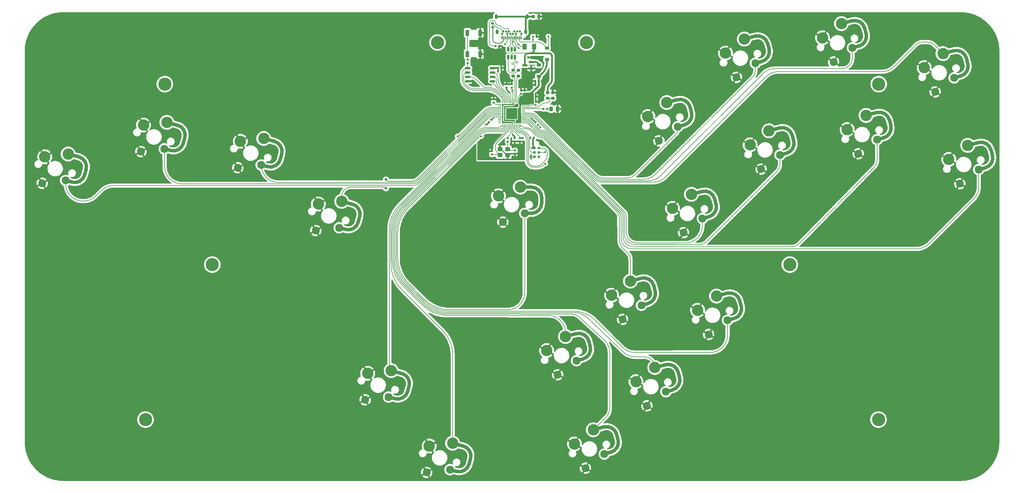
<source format=gtl>
G04 #@! TF.GenerationSoftware,KiCad,Pcbnew,(7.0.0)*
G04 #@! TF.CreationDate,2023-03-15T12:29:16-07:00*
G04 #@! TF.ProjectId,OpenRectangle,4f70656e-5265-4637-9461-6e676c652e6b,rev?*
G04 #@! TF.SameCoordinates,Original*
G04 #@! TF.FileFunction,Copper,L1,Top*
G04 #@! TF.FilePolarity,Positive*
%FSLAX46Y46*%
G04 Gerber Fmt 4.6, Leading zero omitted, Abs format (unit mm)*
G04 Created by KiCad (PCBNEW (7.0.0)) date 2023-03-15 12:29:16*
%MOMM*%
%LPD*%
G01*
G04 APERTURE LIST*
G04 Aperture macros list*
%AMRoundRect*
0 Rectangle with rounded corners*
0 $1 Rounding radius*
0 $2 $3 $4 $5 $6 $7 $8 $9 X,Y pos of 4 corners*
0 Add a 4 corners polygon primitive as box body*
4,1,4,$2,$3,$4,$5,$6,$7,$8,$9,$2,$3,0*
0 Add four circle primitives for the rounded corners*
1,1,$1+$1,$2,$3*
1,1,$1+$1,$4,$5*
1,1,$1+$1,$6,$7*
1,1,$1+$1,$8,$9*
0 Add four rect primitives between the rounded corners*
20,1,$1+$1,$2,$3,$4,$5,0*
20,1,$1+$1,$4,$5,$6,$7,0*
20,1,$1+$1,$6,$7,$8,$9,0*
20,1,$1+$1,$8,$9,$2,$3,0*%
G04 Aperture macros list end*
G04 #@! TA.AperFunction,ComponentPad*
%ADD10C,3.800000*%
G04 #@! TD*
G04 #@! TA.AperFunction,ComponentPad*
%ADD11C,2.300000*%
G04 #@! TD*
G04 #@! TA.AperFunction,SMDPad,CuDef*
%ADD12R,1.100000X1.800000*%
G04 #@! TD*
G04 #@! TA.AperFunction,SMDPad,CuDef*
%ADD13RoundRect,0.140000X0.170000X-0.140000X0.170000X0.140000X-0.170000X0.140000X-0.170000X-0.140000X0*%
G04 #@! TD*
G04 #@! TA.AperFunction,SMDPad,CuDef*
%ADD14RoundRect,0.200000X-0.275000X0.200000X-0.275000X-0.200000X0.275000X-0.200000X0.275000X0.200000X0*%
G04 #@! TD*
G04 #@! TA.AperFunction,SMDPad,CuDef*
%ADD15RoundRect,0.150000X0.587500X0.150000X-0.587500X0.150000X-0.587500X-0.150000X0.587500X-0.150000X0*%
G04 #@! TD*
G04 #@! TA.AperFunction,SMDPad,CuDef*
%ADD16RoundRect,0.140000X0.140000X0.170000X-0.140000X0.170000X-0.140000X-0.170000X0.140000X-0.170000X0*%
G04 #@! TD*
G04 #@! TA.AperFunction,SMDPad,CuDef*
%ADD17RoundRect,0.200000X0.275000X-0.200000X0.275000X0.200000X-0.275000X0.200000X-0.275000X-0.200000X0*%
G04 #@! TD*
G04 #@! TA.AperFunction,SMDPad,CuDef*
%ADD18RoundRect,0.135000X-0.135000X-0.185000X0.135000X-0.185000X0.135000X0.185000X-0.135000X0.185000X0*%
G04 #@! TD*
G04 #@! TA.AperFunction,SMDPad,CuDef*
%ADD19RoundRect,0.140000X-0.219203X-0.021213X-0.021213X-0.219203X0.219203X0.021213X0.021213X0.219203X0*%
G04 #@! TD*
G04 #@! TA.AperFunction,SMDPad,CuDef*
%ADD20RoundRect,0.135000X0.135000X0.185000X-0.135000X0.185000X-0.135000X-0.185000X0.135000X-0.185000X0*%
G04 #@! TD*
G04 #@! TA.AperFunction,SMDPad,CuDef*
%ADD21R,1.400000X1.200000*%
G04 #@! TD*
G04 #@! TA.AperFunction,SMDPad,CuDef*
%ADD22RoundRect,0.140000X-0.021213X0.219203X-0.219203X0.021213X0.021213X-0.219203X0.219203X-0.021213X0*%
G04 #@! TD*
G04 #@! TA.AperFunction,SMDPad,CuDef*
%ADD23RoundRect,0.250000X-0.375000X-0.625000X0.375000X-0.625000X0.375000X0.625000X-0.375000X0.625000X0*%
G04 #@! TD*
G04 #@! TA.AperFunction,SMDPad,CuDef*
%ADD24RoundRect,0.225000X0.375000X-0.225000X0.375000X0.225000X-0.375000X0.225000X-0.375000X-0.225000X0*%
G04 #@! TD*
G04 #@! TA.AperFunction,SMDPad,CuDef*
%ADD25RoundRect,0.200000X0.200000X0.275000X-0.200000X0.275000X-0.200000X-0.275000X0.200000X-0.275000X0*%
G04 #@! TD*
G04 #@! TA.AperFunction,SMDPad,CuDef*
%ADD26RoundRect,0.140000X-0.140000X-0.170000X0.140000X-0.170000X0.140000X0.170000X-0.140000X0.170000X0*%
G04 #@! TD*
G04 #@! TA.AperFunction,SMDPad,CuDef*
%ADD27RoundRect,0.243750X0.243750X0.456250X-0.243750X0.456250X-0.243750X-0.456250X0.243750X-0.456250X0*%
G04 #@! TD*
G04 #@! TA.AperFunction,SMDPad,CuDef*
%ADD28RoundRect,0.135000X0.185000X-0.135000X0.185000X0.135000X-0.185000X0.135000X-0.185000X-0.135000X0*%
G04 #@! TD*
G04 #@! TA.AperFunction,SMDPad,CuDef*
%ADD29RoundRect,0.140000X-0.170000X0.140000X-0.170000X-0.140000X0.170000X-0.140000X0.170000X0.140000X0*%
G04 #@! TD*
G04 #@! TA.AperFunction,SMDPad,CuDef*
%ADD30RoundRect,0.135000X-0.185000X0.135000X-0.185000X-0.135000X0.185000X-0.135000X0.185000X0.135000X0*%
G04 #@! TD*
G04 #@! TA.AperFunction,ConnectorPad*
%ADD31C,0.787400*%
G04 #@! TD*
G04 #@! TA.AperFunction,SMDPad,CuDef*
%ADD32RoundRect,0.050000X-0.387500X-0.050000X0.387500X-0.050000X0.387500X0.050000X-0.387500X0.050000X0*%
G04 #@! TD*
G04 #@! TA.AperFunction,SMDPad,CuDef*
%ADD33RoundRect,0.050000X-0.050000X-0.387500X0.050000X-0.387500X0.050000X0.387500X-0.050000X0.387500X0*%
G04 #@! TD*
G04 #@! TA.AperFunction,ComponentPad*
%ADD34C,0.600000*%
G04 #@! TD*
G04 #@! TA.AperFunction,SMDPad,CuDef*
%ADD35RoundRect,0.144000X-1.456000X-1.456000X1.456000X-1.456000X1.456000X1.456000X-1.456000X1.456000X0*%
G04 #@! TD*
G04 #@! TA.AperFunction,SMDPad,CuDef*
%ADD36RoundRect,0.150000X-0.150000X0.512500X-0.150000X-0.512500X0.150000X-0.512500X0.150000X0.512500X0*%
G04 #@! TD*
G04 #@! TA.AperFunction,SMDPad,CuDef*
%ADD37R,0.300000X0.900000*%
G04 #@! TD*
G04 #@! TA.AperFunction,SMDPad,CuDef*
%ADD38R,0.300000X0.700000*%
G04 #@! TD*
G04 #@! TA.AperFunction,ComponentPad*
%ADD39C,0.650000*%
G04 #@! TD*
G04 #@! TA.AperFunction,ComponentPad*
%ADD40O,0.800000X1.400000*%
G04 #@! TD*
G04 #@! TA.AperFunction,SMDPad,CuDef*
%ADD41RoundRect,0.150000X-0.650000X-0.150000X0.650000X-0.150000X0.650000X0.150000X-0.650000X0.150000X0*%
G04 #@! TD*
G04 #@! TA.AperFunction,ComponentPad*
%ADD42C,3.300000*%
G04 #@! TD*
G04 #@! TA.AperFunction,ViaPad*
%ADD43C,0.600000*%
G04 #@! TD*
G04 #@! TA.AperFunction,ViaPad*
%ADD44C,0.800000*%
G04 #@! TD*
G04 #@! TA.AperFunction,Conductor*
%ADD45C,0.500000*%
G04 #@! TD*
G04 #@! TA.AperFunction,Conductor*
%ADD46C,0.200000*%
G04 #@! TD*
G04 #@! TA.AperFunction,Conductor*
%ADD47C,0.381000*%
G04 #@! TD*
G04 #@! TA.AperFunction,Conductor*
%ADD48C,0.254000*%
G04 #@! TD*
G04 #@! TA.AperFunction,Conductor*
%ADD49C,0.250000*%
G04 #@! TD*
G04 #@! TA.AperFunction,Conductor*
%ADD50C,1.000000*%
G04 #@! TD*
G04 APERTURE END LIST*
D10*
X279275000Y-98760000D03*
X305060000Y-46313383D03*
D11*
X326923146Y-44479258D03*
X321446917Y-48576211D03*
X253920545Y-85360724D03*
X248444316Y-89457677D03*
X304589245Y-62445896D03*
X299113016Y-66542849D03*
X261212701Y-114944898D03*
X255736472Y-119041851D03*
D12*
X189459999Y-31399999D03*
X189459999Y-37599999D03*
X185759999Y-31399999D03*
X185759999Y-37599999D03*
D10*
X111765000Y-98760000D03*
D13*
X193344750Y-51676018D03*
X193344750Y-50716018D03*
D14*
X209030000Y-48780000D03*
X209030000Y-50430000D03*
D11*
X125952219Y-69813090D03*
X119161190Y-70623041D03*
X180734080Y-158346938D03*
X173943051Y-159156889D03*
X69218754Y-74311674D03*
X62427725Y-75121625D03*
X297443251Y-35776684D03*
X291967022Y-39873637D03*
D15*
X204290000Y-41770000D03*
X204290000Y-39870000D03*
X202415000Y-40820000D03*
D16*
X203380000Y-38580000D03*
X202420000Y-38580000D03*
D17*
X210570000Y-50430000D03*
X210570000Y-48780000D03*
D18*
X207820000Y-53510000D03*
X208840000Y-53510000D03*
D11*
X276430431Y-66911080D03*
X270954202Y-71008033D03*
X217413760Y-126680789D03*
X211937531Y-130777742D03*
D19*
X205546589Y-57476482D03*
X206225411Y-58155304D03*
D20*
X194940000Y-35230000D03*
X193920000Y-35230000D03*
D10*
X92395000Y-143800000D03*
D21*
X197393999Y-65189249D03*
X195193999Y-65189249D03*
X195193999Y-66889249D03*
X197393999Y-66889249D03*
D22*
X192668161Y-56698607D03*
X191989339Y-57377429D03*
D11*
X202388500Y-83866866D03*
X196038500Y-86406866D03*
D13*
X199567750Y-66535018D03*
X199567750Y-65575018D03*
D23*
X202310000Y-35460000D03*
X205110000Y-35460000D03*
D24*
X208830000Y-39130000D03*
X208830000Y-35830000D03*
D25*
X206520000Y-26720000D03*
X204870000Y-26720000D03*
D16*
X206400000Y-45425000D03*
X205440000Y-45425000D03*
D26*
X205440000Y-46625000D03*
X206400000Y-46625000D03*
D27*
X211895000Y-53500000D03*
X210020000Y-53500000D03*
D13*
X201345750Y-49136018D03*
X201345750Y-48176018D03*
D28*
X197437000Y-62993250D03*
X197437000Y-61973250D03*
D29*
X200993000Y-62003250D03*
X200993000Y-62963250D03*
D26*
X204577000Y-49910250D03*
X205537000Y-49910250D03*
D11*
X246774810Y-58692478D03*
X241298581Y-62789431D03*
D13*
X202361750Y-49136018D03*
X202361750Y-48176018D03*
D26*
X194620000Y-41640000D03*
X195580000Y-41640000D03*
D29*
X192865000Y-65829018D03*
X192865000Y-66789018D03*
D11*
X236246143Y-110576311D03*
X230769914Y-114673264D03*
X162900472Y-137243168D03*
X156109443Y-138053119D03*
D14*
X200540000Y-42315000D03*
X200540000Y-43965000D03*
D11*
X148574312Y-88052615D03*
X141783283Y-88862566D03*
D30*
X185850000Y-39210000D03*
X185850000Y-40230000D03*
D10*
X98000000Y-46313383D03*
D11*
X269284437Y-40241868D03*
X263808208Y-44338821D03*
X97856886Y-65107131D03*
X91065857Y-65917082D03*
D14*
X199010000Y-42315000D03*
X199010000Y-43965000D03*
D13*
X198580000Y-47342250D03*
X198580000Y-46382250D03*
D31*
X205215000Y-64850000D03*
X206485000Y-64850000D03*
X205215000Y-66120000D03*
X206485000Y-66120000D03*
X205215000Y-67390000D03*
X206485000Y-67390000D03*
D24*
X206450000Y-44060000D03*
X206450000Y-40760000D03*
D10*
X304995000Y-143800000D03*
D29*
X199469000Y-62003250D03*
X199469000Y-62963250D03*
D11*
X225485032Y-153803186D03*
X220008803Y-157900139D03*
D32*
X195142500Y-52295000D03*
X195142500Y-52695000D03*
X195142500Y-53095000D03*
X195142500Y-53495000D03*
X195142500Y-53895000D03*
X195142500Y-54295000D03*
X195142500Y-54695000D03*
X195142500Y-55095000D03*
X195142500Y-55495000D03*
X195142500Y-55895000D03*
X195142500Y-56295000D03*
X195142500Y-56695000D03*
X195142500Y-57095000D03*
X195142500Y-57495000D03*
D33*
X195980000Y-58332500D03*
X196380000Y-58332500D03*
X196780000Y-58332500D03*
X197180000Y-58332500D03*
X197580000Y-58332500D03*
X197980000Y-58332500D03*
X198380000Y-58332500D03*
X198780000Y-58332500D03*
X199180000Y-58332500D03*
X199580000Y-58332500D03*
X199980000Y-58332500D03*
X200380000Y-58332500D03*
X200780000Y-58332500D03*
X201180000Y-58332500D03*
D32*
X202017500Y-57495000D03*
X202017500Y-57095000D03*
X202017500Y-56695000D03*
X202017500Y-56295000D03*
X202017500Y-55895000D03*
X202017500Y-55495000D03*
X202017500Y-55095000D03*
X202017500Y-54695000D03*
X202017500Y-54295000D03*
X202017500Y-53895000D03*
X202017500Y-53495000D03*
X202017500Y-53095000D03*
X202017500Y-52695000D03*
X202017500Y-52295000D03*
D33*
X201180000Y-51457500D03*
X200780000Y-51457500D03*
X200380000Y-51457500D03*
X199980000Y-51457500D03*
X199580000Y-51457500D03*
X199180000Y-51457500D03*
X198780000Y-51457500D03*
X198380000Y-51457500D03*
X197980000Y-51457500D03*
X197580000Y-51457500D03*
X197180000Y-51457500D03*
X196780000Y-51457500D03*
X196380000Y-51457500D03*
X195980000Y-51457500D03*
D34*
X197305000Y-53620000D03*
X197305000Y-54895000D03*
X197305000Y-56170000D03*
X198580000Y-53620000D03*
X198580000Y-54895000D03*
D35*
X198580000Y-54895000D03*
D34*
X198580000Y-56170000D03*
X199855000Y-53620000D03*
X199855000Y-54895000D03*
X199855000Y-56170000D03*
D13*
X197056000Y-47342250D03*
X197056000Y-46382250D03*
D11*
X243317415Y-135698708D03*
X237841186Y-139795661D03*
D10*
X220290000Y-34240000D03*
X177100000Y-34240000D03*
D11*
X334069140Y-71148470D03*
X328592911Y-75245423D03*
D20*
X205010000Y-61930000D03*
X203990000Y-61930000D03*
D36*
X199530000Y-36212500D03*
X198580000Y-36212500D03*
X197630000Y-36212500D03*
X197630000Y-38487500D03*
X198580000Y-38487500D03*
X199530000Y-38487500D03*
D26*
X204577000Y-51434250D03*
X205537000Y-51434250D03*
D18*
X204750000Y-32570000D03*
X205770000Y-32570000D03*
D37*
X201328499Y-32919999D03*
X200828499Y-32919999D03*
X200328499Y-32919999D03*
X199828499Y-32919999D03*
X199328499Y-32919999D03*
D38*
X198828499Y-32919999D03*
X198328499Y-32919999D03*
D37*
X197828499Y-32919999D03*
X197328499Y-32919999D03*
X196828499Y-32919999D03*
X196328499Y-32919999D03*
X195828499Y-32919999D03*
D39*
X195778500Y-31710000D03*
X196178500Y-31010000D03*
X196978500Y-31010000D03*
X197378500Y-31710000D03*
X197778500Y-31010000D03*
X198178500Y-31710000D03*
X198978500Y-31710000D03*
X199378500Y-31010000D03*
X199778500Y-31710000D03*
X200178500Y-31010000D03*
X200978500Y-31010000D03*
X201378500Y-31710000D03*
D40*
X203068499Y-26719999D03*
X202633499Y-31109999D03*
X194373499Y-31109999D03*
X194088499Y-26719999D03*
D41*
X185850000Y-41645000D03*
X185850000Y-42915000D03*
X185850000Y-44185000D03*
X185850000Y-45455000D03*
X193050000Y-45455000D03*
X193050000Y-44185000D03*
X193050000Y-42915000D03*
X193050000Y-41645000D03*
D42*
X63173200Y-67432570D03*
X69964229Y-66622619D03*
X238099654Y-55757776D03*
X243575883Y-51660823D03*
X245245389Y-82426022D03*
X250721618Y-78329069D03*
X194768500Y-78786866D03*
X201118500Y-76246866D03*
X208738604Y-123746087D03*
X214214833Y-119649134D03*
X91811332Y-58228027D03*
X98602361Y-57418076D03*
X252537545Y-112010196D03*
X258013774Y-107913243D03*
X142528758Y-81173511D03*
X149319787Y-80363560D03*
X260609281Y-37307166D03*
X266085510Y-33210213D03*
X119906665Y-62933986D03*
X126697694Y-62124035D03*
X216809876Y-150868484D03*
X222286105Y-146771531D03*
X174688526Y-151467834D03*
X181479555Y-150657883D03*
X156854918Y-130364064D03*
X163645947Y-129554113D03*
X295914089Y-59511194D03*
X301390318Y-55414241D03*
X318247990Y-41544556D03*
X323724219Y-37447603D03*
X234642259Y-132764006D03*
X240118488Y-128667053D03*
X267755275Y-63976378D03*
X273231504Y-59879425D03*
X325393984Y-68213768D03*
X330870213Y-64116815D03*
X288768095Y-32841982D03*
X294244324Y-28745029D03*
X227570987Y-107641609D03*
X233047216Y-103544656D03*
D43*
X191312750Y-58054018D03*
X197789750Y-45735018D03*
X187627500Y-45465000D03*
X196000000Y-37350000D03*
X200202750Y-63896018D03*
X192865000Y-64912018D03*
X199567750Y-67579018D03*
X204170000Y-38570000D03*
X204012739Y-67390000D03*
X196600000Y-41630000D03*
X202361750Y-47259018D03*
X205536750Y-49070000D03*
X207260000Y-45475000D03*
X204650000Y-46635000D03*
X193344750Y-49926018D03*
X200806000Y-45242893D03*
X206902000Y-58831893D03*
X198901000Y-45242893D03*
X189729504Y-61479605D03*
X182911089Y-61481089D03*
D44*
X162130000Y-76550000D03*
X162130000Y-74050000D03*
D43*
X205560000Y-52380000D03*
D44*
X193100000Y-29740000D03*
D43*
X194620000Y-42670000D03*
X198805750Y-48275018D03*
X204412739Y-64870000D03*
X198932750Y-61102018D03*
X201853750Y-61991018D03*
X199186750Y-56994500D03*
X199313750Y-52757250D03*
X197945000Y-48767250D03*
X200520000Y-34710000D03*
X196670000Y-34710000D03*
X198928000Y-34010000D03*
X208340500Y-66090000D03*
X208343911Y-69423911D03*
X204750000Y-33500500D03*
X200610000Y-35810000D03*
D44*
X193000000Y-28640000D03*
D43*
X209261589Y-32468411D03*
D45*
X205440000Y-45425000D02*
X205440000Y-46625000D01*
D46*
X197963369Y-37320000D02*
X196030000Y-37320000D01*
X197580000Y-58332500D02*
X197580000Y-59053529D01*
X201328500Y-31760000D02*
X201378500Y-31710000D01*
D45*
X197056000Y-46382250D02*
X198580000Y-46382250D01*
D47*
X192865000Y-64912018D02*
X192865000Y-65829018D01*
X199567750Y-66535018D02*
X199567750Y-67579018D01*
D46*
X195828500Y-32920000D02*
X195828500Y-31760000D01*
D47*
X191989339Y-57377429D02*
X191312750Y-58054018D01*
X199567750Y-66535018D02*
X197748232Y-66535018D01*
X205537000Y-49910250D02*
X205537000Y-51434250D01*
D46*
X198580000Y-36212500D02*
X198580000Y-36703369D01*
D45*
X185887500Y-45450000D02*
X187612500Y-45450000D01*
X203380000Y-38580000D02*
X204160000Y-38580000D01*
D47*
X193344750Y-50716018D02*
X193344750Y-49926018D01*
D46*
X201328500Y-32920000D02*
X201328500Y-31760000D01*
D47*
X205536750Y-49070000D02*
X205536750Y-49910000D01*
D46*
X206902000Y-58831893D02*
X206225411Y-58155304D01*
X196030000Y-37320000D02*
X196000000Y-37350000D01*
D45*
X204160000Y-38580000D02*
X204170000Y-38570000D01*
D46*
X202361750Y-48176018D02*
X202361750Y-47259018D01*
D45*
X195580000Y-41640000D02*
X196590000Y-41640000D01*
X205440000Y-46625000D02*
X204660000Y-46625000D01*
D46*
X197271903Y-59797341D02*
X193365425Y-63703819D01*
X195828500Y-31760000D02*
X195778500Y-31710000D01*
D45*
X204660000Y-46625000D02*
X204650000Y-46635000D01*
D48*
X197147022Y-66889250D02*
X195447022Y-65189250D01*
D49*
X205215000Y-67390000D02*
X204012739Y-67390000D01*
D46*
X197271887Y-59797325D02*
G75*
G03*
X197580000Y-59053529I-743787J743825D01*
G01*
X193365440Y-63703834D02*
G75*
G03*
X192865000Y-64912018I1208160J-1208166D01*
G01*
X197963369Y-37320000D02*
G75*
G03*
X198580000Y-36703369I31J616600D01*
G01*
X168460304Y-82436556D02*
X189108430Y-61788430D01*
X197388500Y-111900000D02*
X180484880Y-111900000D01*
X173413812Y-108971068D02*
X168460304Y-104017560D01*
X190666587Y-54007727D02*
X183436681Y-61237633D01*
X189665679Y-61543430D02*
X189729504Y-61479605D01*
X182955021Y-61437157D02*
X182911089Y-61481089D01*
X165531372Y-96946492D02*
X165531372Y-89507624D01*
D50*
X207306500Y-79246866D02*
X207306500Y-80866866D01*
X204306500Y-83866866D02*
X202388500Y-83866866D01*
D46*
X189108430Y-61788430D02*
X189132704Y-61764156D01*
D50*
X201118500Y-76246866D02*
X204306500Y-76246866D01*
D46*
X195142500Y-53095000D02*
X192870105Y-53095000D01*
X202388500Y-83866866D02*
X202388500Y-106900000D01*
X168460286Y-82436538D02*
G75*
G03*
X165531372Y-89507624I7071114J-7071062D01*
G01*
X165531386Y-96946492D02*
G75*
G03*
X168460304Y-104017560I10000014J-8D01*
G01*
X197388500Y-111900000D02*
G75*
G03*
X202388500Y-106900000I0J5000000D01*
G01*
D50*
X204306500Y-83866900D02*
G75*
G03*
X207306500Y-80866866I0J3000000D01*
G01*
D46*
X173413822Y-108971058D02*
G75*
G03*
X180484880Y-111900000I7071078J7071058D01*
G01*
D50*
X207306534Y-79246866D02*
G75*
G03*
X204306500Y-76246866I-3000034J-34D01*
G01*
D46*
X192870105Y-53094991D02*
G75*
G03*
X190666587Y-54007727I-5J-3116209D01*
G01*
X182955021Y-61437136D02*
G75*
G03*
X183436681Y-61237633I-21J681236D01*
G01*
X189665679Y-61543409D02*
G75*
G03*
X189132705Y-61764157I-79J-753591D01*
G01*
X190866321Y-54373679D02*
X171618679Y-73621321D01*
X154886553Y-76206553D02*
X154880000Y-76200000D01*
X169497359Y-74500000D02*
X162997809Y-74500000D01*
X148574312Y-88052615D02*
X148298411Y-89082292D01*
X162130000Y-76550000D02*
X162072893Y-76492893D01*
X162130000Y-74050000D02*
X162260025Y-74169975D01*
X155015786Y-76200000D02*
X154880000Y-76200000D01*
X162298554Y-74214872D02*
X162130000Y-74050000D01*
D50*
X154520479Y-84862910D02*
X154101192Y-86427710D01*
X150426957Y-88549030D02*
X148574312Y-88052615D01*
D46*
X195142500Y-53495000D02*
X192987641Y-53495000D01*
D50*
X149319787Y-80363560D02*
X152399159Y-81188675D01*
D46*
X161480000Y-76206553D02*
X154886553Y-76206553D01*
X149305932Y-78913637D02*
X149319787Y-80363560D01*
X154880000Y-76200000D02*
X151993761Y-76200000D01*
X162298549Y-74214877D02*
G75*
G03*
X162997809Y-74500000I699251J714877D01*
G01*
D50*
X150426944Y-88549079D02*
G75*
G03*
X154101191Y-86427710I776456J2897779D01*
G01*
D46*
X162072900Y-76492886D02*
G75*
G03*
X161365786Y-76200000I-707100J-707114D01*
G01*
X192987641Y-53495029D02*
G75*
G03*
X190866321Y-54373679I-41J-2999971D01*
G01*
X151993761Y-76200010D02*
G75*
G03*
X149305932Y-78913637I39J-2687990D01*
G01*
X169497359Y-74499971D02*
G75*
G03*
X171618679Y-73621321I41J2999971D01*
G01*
D50*
X154520534Y-84862925D02*
G75*
G03*
X152399159Y-81188675I-2897834J776425D01*
G01*
D46*
X169663045Y-74900000D02*
X130958309Y-74900000D01*
X191032007Y-54773679D02*
X171784365Y-74021321D01*
D50*
X126697694Y-62124035D02*
X129777066Y-62949150D01*
D46*
X195142500Y-53895000D02*
X193153327Y-53895000D01*
X125961360Y-70074637D02*
X125952219Y-69813090D01*
D50*
X131898386Y-66623385D02*
X131479099Y-68188185D01*
X127804865Y-70309505D02*
X125952219Y-69813090D01*
D46*
X169663045Y-74900032D02*
G75*
G03*
X171784365Y-74021321I-45J3000032D01*
G01*
X193153327Y-53895019D02*
G75*
G03*
X191032007Y-54773679I-27J-2999981D01*
G01*
D50*
X127804863Y-70309511D02*
G75*
G03*
X131479098Y-68188185I776437J2897811D01*
G01*
D46*
X125961351Y-70074637D02*
G75*
G03*
X130958309Y-74900000I4996949J174637D01*
G01*
D50*
X131898347Y-66623375D02*
G75*
G03*
X129777066Y-62949151I-2897747J776475D01*
G01*
D46*
X97946523Y-70384907D02*
X97856886Y-65107131D01*
D50*
X98602361Y-57418076D02*
X101681733Y-58243191D01*
D46*
X191197693Y-55173679D02*
X171950051Y-74421321D01*
D50*
X103803053Y-61917426D02*
X103383766Y-63482226D01*
D46*
X169828731Y-75300000D02*
X102945802Y-75300000D01*
X195142500Y-54295000D02*
X193319013Y-54295000D01*
D50*
X99709531Y-65603546D02*
X97856886Y-65107131D01*
D46*
X193319013Y-54295009D02*
G75*
G03*
X191197693Y-55173679I-13J-2999991D01*
G01*
X97946521Y-70384907D02*
G75*
G03*
X102945802Y-75300000I4999279J84907D01*
G01*
X169828731Y-75300022D02*
G75*
G03*
X171950051Y-74421321I-31J3000022D01*
G01*
D50*
X103803107Y-61917440D02*
G75*
G03*
X101681733Y-58243191I-2897807J776440D01*
G01*
X99709529Y-65603553D02*
G75*
G03*
X103383765Y-63482226I776471J2897753D01*
G01*
D46*
X79565534Y-77264466D02*
X77994466Y-78835534D01*
X191503556Y-55433502D02*
X172015737Y-74921321D01*
X195142500Y-54695000D02*
X193484699Y-54695000D01*
D50*
X71071400Y-74808089D02*
X69218754Y-74311674D01*
X69964229Y-66622619D02*
X73043601Y-67447735D01*
D46*
X191513502Y-55433502D02*
X191503556Y-55433502D01*
X74458932Y-80300000D02*
X74229124Y-80300000D01*
D50*
X75164921Y-71121969D02*
X74745634Y-72686769D01*
D46*
X169894417Y-75800000D02*
X83101068Y-75800000D01*
X69229385Y-75351135D02*
X69218754Y-74311674D01*
X83101068Y-75799978D02*
G75*
G03*
X79565535Y-77264467I32J-5000022D01*
G01*
D50*
X75164876Y-71121957D02*
G75*
G03*
X73043601Y-67447735I-2897776J776457D01*
G01*
D46*
X74458932Y-80300022D02*
G75*
G03*
X77994465Y-78835533I-32J5000022D01*
G01*
X69229361Y-75351135D02*
G75*
G03*
X74229124Y-80300000I4999739J51135D01*
G01*
D50*
X71071416Y-74808030D02*
G75*
G03*
X74745634Y-72686769I776484J2897730D01*
G01*
D46*
X193484699Y-54695000D02*
G75*
G03*
X191363379Y-55573681I1J-3000000D01*
G01*
X169894417Y-75800012D02*
G75*
G03*
X172015737Y-74921321I-17J3000012D01*
G01*
X163424265Y-129332431D02*
X163645947Y-129554113D01*
D50*
X164753118Y-137739583D02*
X162900472Y-137243168D01*
D46*
X191529065Y-55973679D02*
X166060304Y-81442440D01*
X195142500Y-55095000D02*
X193650385Y-55095000D01*
D50*
X163645948Y-129554113D02*
X166725319Y-130379228D01*
D46*
X163131372Y-88513508D02*
X163131372Y-128625324D01*
D50*
X168846639Y-134053462D02*
X168427353Y-135618262D01*
D46*
X193650385Y-55094990D02*
G75*
G03*
X191529066Y-55973680I15J-3000010D01*
G01*
X166060294Y-81442430D02*
G75*
G03*
X163131372Y-88513508I7071106J-7071070D01*
G01*
D50*
X164753127Y-137739549D02*
G75*
G03*
X168427352Y-135618262I776473J2897749D01*
G01*
D46*
X163131363Y-128625324D02*
G75*
G03*
X163424265Y-129332431I1000037J24D01*
G01*
D50*
X168846658Y-134053467D02*
G75*
G03*
X166725319Y-130379229I-2897758J776467D01*
G01*
X186680247Y-155157233D02*
X186260960Y-156722033D01*
X181479555Y-150657884D02*
X184558927Y-151482999D01*
D46*
X163531372Y-88679194D02*
X163531372Y-98289945D01*
D50*
X182586726Y-158843354D02*
X180734080Y-158346939D01*
D46*
X195142500Y-55495000D02*
X193816071Y-55495000D01*
X166756788Y-106076788D02*
X178550623Y-117870623D01*
X191694751Y-56373679D02*
X166460304Y-81608126D01*
X181479555Y-124941691D02*
X181479555Y-150657883D01*
X166460301Y-81608123D02*
G75*
G03*
X163531372Y-88679194I7071099J-7071077D01*
G01*
D50*
X186680295Y-155157246D02*
G75*
G03*
X184558927Y-151483000I-2897795J776446D01*
G01*
D46*
X163531376Y-98289945D02*
G75*
G03*
X166756789Y-106076787I11012254J-5D01*
G01*
X181479545Y-124941691D02*
G75*
G03*
X178550623Y-117870623I-10000045J-9D01*
G01*
X193816071Y-55494980D02*
G75*
G03*
X191694752Y-56373680I29J-3000020D01*
G01*
D50*
X182586727Y-158843349D02*
G75*
G03*
X186260959Y-156722033I776473J2897749D01*
G01*
D46*
X229816349Y-84939783D02*
X229852385Y-90465474D01*
D50*
X233047216Y-103544657D02*
X236126587Y-102719541D01*
D46*
X230731065Y-93809401D02*
X232168537Y-95246873D01*
X207797447Y-62105456D02*
X229230604Y-83538612D01*
X204297600Y-59918589D02*
X205556101Y-61177090D01*
X201382546Y-59324018D02*
X202862178Y-59324018D01*
X200780000Y-58332500D02*
X200780000Y-58721472D01*
X233047216Y-97368193D02*
X233047216Y-103544656D01*
X200955736Y-59145736D02*
X200958282Y-59148282D01*
D50*
X238098788Y-110079896D02*
X236246143Y-110576311D01*
D46*
X229852385Y-90465474D02*
X229852385Y-91688080D01*
D50*
X239800822Y-104840862D02*
X240220109Y-106405662D01*
D46*
X229816333Y-84939783D02*
G75*
G03*
X229230604Y-83538612I-1999933J-13017D01*
G01*
X200780020Y-58721472D02*
G75*
G03*
X200955736Y-59145736I599980J-28D01*
G01*
X200958255Y-59148309D02*
G75*
G03*
X201382546Y-59324018I424245J424309D01*
G01*
D50*
X238098788Y-110079895D02*
G75*
G03*
X240220109Y-106405662I-776488J2897795D01*
G01*
X239800756Y-104840880D02*
G75*
G03*
X236126587Y-102719542I-2897756J-776420D01*
G01*
D46*
X229852404Y-91688080D02*
G75*
G03*
X230731065Y-93809401I2999996J-20D01*
G01*
X207797434Y-62105469D02*
G75*
G03*
X207090340Y-61812563I-707134J-707131D01*
G01*
X204297609Y-59918580D02*
G75*
G03*
X202862178Y-59324018I-1435409J-1435420D01*
G01*
X233047216Y-97368193D02*
G75*
G03*
X232168537Y-95246873I-3000016J-7D01*
G01*
X205556112Y-61177079D02*
G75*
G03*
X207090340Y-61812563I1534188J1534179D01*
G01*
X214217548Y-118557222D02*
X214214833Y-119649134D01*
X186172136Y-113500000D02*
X186380000Y-113500404D01*
D50*
X220968439Y-120945340D02*
X221387726Y-122510140D01*
X214214833Y-119649135D02*
X217294204Y-118824019D01*
D46*
X188538525Y-60095591D02*
X166860304Y-81773812D01*
X166860304Y-104680304D02*
X172751068Y-110571068D01*
X194552062Y-58924018D02*
X191366952Y-58924018D01*
D50*
X219266405Y-126184374D02*
X217413760Y-126680789D01*
D46*
X186380000Y-113500404D02*
X209222766Y-113544790D01*
X163931372Y-88844880D02*
X163931372Y-97609236D01*
X186379596Y-113500000D02*
X186380000Y-113500404D01*
X179822136Y-113500000D02*
X186379596Y-113500000D01*
D50*
X219266415Y-126184411D02*
G75*
G03*
X221387725Y-122510140I-776515J2897811D01*
G01*
D46*
X214217597Y-118557222D02*
G75*
G03*
X209222766Y-113544791I-4999997J12422D01*
G01*
X194552062Y-58923984D02*
G75*
G03*
X195979999Y-58332499I38J2019284D01*
G01*
X163931355Y-97609236D02*
G75*
G03*
X166860304Y-104680304I10000045J36D01*
G01*
D50*
X220968487Y-120945327D02*
G75*
G03*
X217294204Y-118824019I-2897787J-776473D01*
G01*
D46*
X191366952Y-58923979D02*
G75*
G03*
X188538525Y-60095591I48J-4000021D01*
G01*
X172751050Y-110571086D02*
G75*
G03*
X179822136Y-113500000I7071050J7071086D01*
G01*
X166860308Y-81773816D02*
G75*
G03*
X163931372Y-88844880I7071092J-7071084D01*
G01*
X179826227Y-112697407D02*
X180153508Y-112700000D01*
X166999181Y-103623511D02*
X167430758Y-104115636D01*
X166600724Y-83349914D02*
X166237070Y-83894158D01*
X196780000Y-58332500D02*
X196780000Y-58815084D01*
X164989977Y-86904880D02*
X164862276Y-87546860D01*
X164731372Y-97277864D02*
X164734055Y-97605143D01*
X196563825Y-59336957D02*
X196442112Y-59458662D01*
X178524103Y-112569160D02*
X179173065Y-112654597D01*
X165909789Y-84461020D02*
X165620284Y-85048075D01*
X166600714Y-103104214D02*
X166999181Y-103623511D01*
X234423140Y-125550000D02*
X237118488Y-125550000D01*
X165159402Y-100181493D02*
X165369800Y-100801314D01*
X240118488Y-128550000D02*
X240118488Y-128667053D01*
X176025296Y-111811157D02*
X176630033Y-112061647D01*
X220427467Y-114091149D02*
X230968685Y-124164795D01*
X166999194Y-82830619D02*
X166600724Y-83349914D01*
X165369794Y-85652806D02*
X165159391Y-86272626D01*
X176630033Y-112061647D02*
X177249858Y-112272049D01*
X165909787Y-101993103D02*
X166237063Y-102559968D01*
X164862297Y-98907257D02*
X164989992Y-99549238D01*
X167430758Y-104115636D02*
X167660304Y-104348932D01*
X196442112Y-59458662D02*
X196411552Y-59489222D01*
D50*
X246872094Y-129963259D02*
X247291381Y-131528059D01*
D46*
X164776837Y-88195817D02*
X164734024Y-88848973D01*
X216230000Y-112700000D02*
X216322542Y-112700000D01*
D50*
X245170060Y-135202293D02*
X243317414Y-135698708D01*
D46*
X179173065Y-112654597D02*
X179826227Y-112697407D01*
X165369800Y-100801314D02*
X165620286Y-101406047D01*
X164734055Y-97605143D02*
X164776863Y-98258299D01*
X177249858Y-112272049D02*
X177882117Y-112441462D01*
X165159391Y-86272626D02*
X164989977Y-86904880D01*
X166237070Y-83894158D02*
X165909789Y-84461020D01*
X177882117Y-112441462D02*
X178524103Y-112569160D01*
X216230000Y-112700000D02*
X216237039Y-112707039D01*
X164776863Y-98258299D02*
X164862297Y-98907257D01*
X164734024Y-88848973D02*
X164731372Y-89176252D01*
X174871368Y-111194371D02*
X175438236Y-111521652D01*
X180153508Y-112700000D02*
X216230000Y-112700000D01*
X167660304Y-104348932D02*
X173082440Y-109771068D01*
X216322542Y-112700000D02*
X216328486Y-112705944D01*
X167660304Y-82105184D02*
X167430775Y-82338497D01*
X164989992Y-99549238D02*
X165159402Y-100181493D01*
X175438236Y-111521652D02*
X176025296Y-111811157D01*
X164731372Y-89176252D02*
X164731372Y-97277864D01*
X167430775Y-82338497D02*
X166999194Y-82830619D01*
X173315693Y-110000661D02*
X173807819Y-110432244D01*
X195845866Y-59723537D02*
X191698805Y-59723537D01*
X173807819Y-110432244D02*
X174327119Y-110830716D01*
X188870378Y-60895110D02*
X167660304Y-82105184D01*
X173082440Y-109771068D02*
X173315693Y-110000661D01*
X216328486Y-112705944D02*
X216973012Y-112705944D01*
X165620286Y-101406047D02*
X165909787Y-101993103D01*
X164862276Y-87546860D02*
X164776837Y-88195817D01*
D50*
X240118488Y-128667053D02*
X243197859Y-127841938D01*
D46*
X166237063Y-102559968D02*
X166600714Y-103104214D01*
X174327119Y-110830716D02*
X174871368Y-111194371D01*
X165620284Y-85048075D02*
X165369794Y-85652806D01*
D50*
X246872063Y-129963267D02*
G75*
G03*
X243197859Y-127841939I-2897763J-776433D01*
G01*
D46*
X195845866Y-59723502D02*
G75*
G03*
X196411552Y-59489222I34J800002D01*
G01*
X230968666Y-124164815D02*
G75*
G03*
X234423140Y-125550000I3454434J3614815D01*
G01*
X240118500Y-128550000D02*
G75*
G03*
X237118488Y-125550000I-3000000J0D01*
G01*
X220427453Y-114091164D02*
G75*
G03*
X216973012Y-112705944I-3454453J-3614736D01*
G01*
D50*
X245170056Y-135202277D02*
G75*
G03*
X247291381Y-131528059I-776456J2897777D01*
G01*
D46*
X196563829Y-59336961D02*
G75*
G03*
X196780000Y-58815084I-521829J521861D01*
G01*
X191698805Y-59723530D02*
G75*
G03*
X188870378Y-60895110I-5J-3999970D01*
G01*
X186337822Y-113100000D02*
X216038498Y-113116122D01*
D50*
X222286105Y-146771531D02*
X225365476Y-145946416D01*
D46*
X164589967Y-99714927D02*
X164759379Y-100347182D01*
X179007380Y-113054583D02*
X179660541Y-113097392D01*
X164462258Y-87381170D02*
X164376819Y-88030129D01*
X188704211Y-60495591D02*
X167260304Y-81939498D01*
X165509770Y-84295323D02*
X165220265Y-84882379D01*
X166599175Y-103789200D02*
X167030755Y-104281324D01*
X211155180Y-113100000D02*
X211171302Y-113116122D01*
X166200704Y-83184213D02*
X165837050Y-83728459D01*
X165837052Y-102725658D02*
X166200705Y-103269904D01*
X175272554Y-111921643D02*
X175859613Y-112211148D01*
X195804643Y-59324018D02*
X191532638Y-59324018D01*
X167030756Y-82172793D02*
X166599175Y-82664917D01*
X227030000Y-124303486D02*
X227030000Y-140784995D01*
X176464350Y-112461636D02*
X177084175Y-112672037D01*
X164462269Y-99072946D02*
X164589967Y-99714927D01*
X218062723Y-113901960D02*
X225403709Y-120613216D01*
X165509773Y-102158793D02*
X165837052Y-102725658D01*
X167260304Y-104514618D02*
X172916754Y-110171068D01*
X179660541Y-113097392D02*
X179987822Y-113100000D01*
X164969780Y-100967004D02*
X165220269Y-101571737D01*
X226151320Y-142906316D02*
X222286105Y-146771531D01*
X167260304Y-81939498D02*
X167030756Y-82172793D01*
X178358418Y-112969147D02*
X179007380Y-113054583D01*
X164969775Y-85487112D02*
X164759372Y-86106933D01*
X167030755Y-104281324D02*
X167260304Y-104514618D01*
D50*
X227337677Y-153306771D02*
X225485032Y-153803186D01*
D46*
X165220265Y-84882379D02*
X164969775Y-85487112D01*
X164376832Y-98423987D02*
X164462269Y-99072946D01*
X179987822Y-113100000D02*
X186337822Y-113100000D01*
X196198732Y-59137042D02*
X196247216Y-59088559D01*
X164376819Y-88030129D02*
X164334007Y-88683286D01*
X177716433Y-112841449D02*
X178358418Y-112969147D01*
X164334007Y-88683286D02*
X164331372Y-89010566D01*
X166599175Y-82664917D02*
X166200704Y-83184213D01*
X164759379Y-100347182D02*
X164969780Y-100967004D01*
X175859613Y-112211148D02*
X176464350Y-112461636D01*
X164334022Y-97770829D02*
X164376832Y-98423987D01*
X164331372Y-89010566D02*
X164331372Y-97443550D01*
X164759372Y-86106933D02*
X164589958Y-86739188D01*
X166200705Y-103269904D02*
X166599175Y-103789200D01*
X172916754Y-110171068D02*
X173150011Y-110400656D01*
D50*
X229039711Y-148067737D02*
X229458998Y-149632536D01*
D46*
X177084175Y-112672037D02*
X177716433Y-112841449D01*
X164589958Y-86739188D02*
X164462258Y-87381170D01*
X196380000Y-58332500D02*
X196380000Y-58767995D01*
X165837050Y-83728459D02*
X165509770Y-84295323D01*
X165220269Y-101571737D02*
X165509773Y-102158793D01*
X173642137Y-110832238D02*
X174161437Y-111230709D01*
X173150011Y-110400656D02*
X173642137Y-110832238D01*
X164331372Y-97443550D02*
X164334022Y-97770829D01*
X174161437Y-111230709D02*
X174705686Y-111594363D01*
X174705686Y-111594363D02*
X175272554Y-111921643D01*
D50*
X227337683Y-153306792D02*
G75*
G03*
X229458997Y-149632536I-776483J2897792D01*
G01*
D46*
X191532638Y-59324040D02*
G75*
G03*
X188704211Y-60495591I-38J-3999960D01*
G01*
X218062720Y-113901963D02*
G75*
G03*
X216038498Y-113116122I-2024220J-2214137D01*
G01*
X196247210Y-59088553D02*
G75*
G03*
X196380000Y-58767995I-320510J320553D01*
G01*
X226151322Y-142906318D02*
G75*
G03*
X227030000Y-140784995I-2121322J2121318D01*
G01*
X195804643Y-59324043D02*
G75*
G03*
X196158196Y-59177572I-43J500043D01*
G01*
X227030010Y-124303486D02*
G75*
G03*
X225403708Y-120613217I-5000010J-14D01*
G01*
D50*
X229039675Y-148067747D02*
G75*
G03*
X225365476Y-145946417I-2897775J-776453D01*
G01*
D46*
X180319194Y-112300000D02*
X186669194Y-112300000D01*
X197180000Y-58332500D02*
X197180000Y-58900726D01*
X222850748Y-114920748D02*
X230765534Y-122835534D01*
X234301068Y-124300000D02*
X256215915Y-124285913D01*
X165131372Y-89341938D02*
X165131372Y-97112178D01*
D50*
X264767380Y-109209449D02*
X265186666Y-110774249D01*
D46*
X186669194Y-112300000D02*
X216523702Y-112300000D01*
X189036544Y-61294630D02*
X168060304Y-82270870D01*
X196907726Y-59558054D02*
X196635616Y-59830164D01*
X195928509Y-60123057D02*
X191864971Y-60123057D01*
X168060304Y-104183246D02*
X173248126Y-109371068D01*
D50*
X263065346Y-114448483D02*
X261212700Y-114944898D01*
X258013773Y-107913244D02*
X261093145Y-107088129D01*
D46*
X261212701Y-119285914D02*
X261212701Y-114944898D01*
X191864971Y-60123050D02*
G75*
G03*
X189036545Y-61294631I29J-4000050D01*
G01*
D50*
X263065342Y-114448468D02*
G75*
G03*
X265186666Y-110774249I-776442J2897768D01*
G01*
X264767372Y-109209451D02*
G75*
G03*
X261093145Y-107088129I-2897772J-776449D01*
G01*
D46*
X222850748Y-114920748D02*
G75*
G03*
X216523702Y-112300000I-6327048J-6327052D01*
G01*
X195928509Y-60123076D02*
G75*
G03*
X196635616Y-59830164I-9J999976D01*
G01*
X173248129Y-109371065D02*
G75*
G03*
X180319194Y-112300000I7071071J7071065D01*
G01*
X230765550Y-122835518D02*
G75*
G03*
X234301068Y-124300000I3535550J3535518D01*
G01*
X168060279Y-82270845D02*
G75*
G03*
X165131372Y-89341938I7071121J-7071055D01*
G01*
X196907712Y-59558040D02*
G75*
G03*
X197180000Y-58900726I-657312J657340D01*
G01*
X256215915Y-124285900D02*
G75*
G03*
X261212701Y-119285914I-3215J5000000D01*
G01*
X165131396Y-97112178D02*
G75*
G03*
X168060304Y-104183246I10000004J-22D01*
G01*
X239692508Y-94165171D02*
X316057632Y-94199080D01*
X239692508Y-94165171D02*
X233342508Y-94165171D01*
X334069140Y-76189792D02*
X334069140Y-71148470D01*
D50*
X337623819Y-65413021D02*
X338043106Y-66977821D01*
D46*
X230343840Y-84914587D02*
X230343840Y-91165172D01*
D50*
X335921785Y-70652055D02*
X334069140Y-71148470D01*
D46*
X201180000Y-58332500D02*
X201185732Y-58338232D01*
X207963107Y-61705430D02*
X229758053Y-83500373D01*
X319595386Y-92734614D02*
X332604674Y-79725326D01*
D50*
X330870213Y-64116816D02*
X333949584Y-63291701D01*
D46*
X202599945Y-58924018D02*
X202727705Y-58924018D01*
X204675525Y-59730830D02*
X205721763Y-60777067D01*
X201185706Y-58338258D02*
G75*
G03*
X202599945Y-58924018I1414194J1414258D01*
G01*
D50*
X335921797Y-70652101D02*
G75*
G03*
X338043106Y-66977821I-776497J2897801D01*
G01*
D46*
X207963131Y-61705406D02*
G75*
G03*
X207256026Y-61412563I-707031J-707094D01*
G01*
X230343829Y-91165172D02*
G75*
G03*
X233342508Y-94165171I2999971J-28D01*
G01*
X205721761Y-60777069D02*
G75*
G03*
X207256026Y-61412563I1534239J1534269D01*
G01*
X204675511Y-59730844D02*
G75*
G03*
X202727705Y-58924018I-1947811J-1947756D01*
G01*
X332604686Y-79725338D02*
G75*
G03*
X334069140Y-76189792I-3535586J3535538D01*
G01*
D50*
X337623784Y-65413030D02*
G75*
G03*
X333949584Y-63291701I-2897784J-776470D01*
G01*
D46*
X230343837Y-84914587D02*
G75*
G03*
X229758053Y-83500373I-2000037J-13D01*
G01*
X316057632Y-94199122D02*
G75*
G03*
X319595385Y-92734613I2168J5000022D01*
G01*
X317872641Y-34100000D02*
X319133975Y-34100000D01*
D50*
X323724219Y-37447604D02*
X326803590Y-36622489D01*
X328775791Y-43982843D02*
X326923146Y-44479258D01*
D46*
X202017500Y-56295000D02*
X202674010Y-56295000D01*
X207434214Y-59812563D02*
X207616459Y-59812563D01*
D50*
X330477825Y-38743809D02*
X330897112Y-40308609D01*
D46*
X327220511Y-45589041D02*
X326923146Y-44479258D01*
X230944780Y-74828423D02*
X224594780Y-74828423D01*
X243175592Y-73354408D02*
X272365534Y-44164466D01*
X204088224Y-56880787D02*
X206727107Y-59519670D01*
X230944780Y-74828423D02*
X239645547Y-74818871D01*
X275901068Y-42700000D02*
X305958932Y-42700000D01*
X321255296Y-34978680D02*
X323724219Y-37447603D01*
X208839644Y-60319223D02*
X222470167Y-73949745D01*
X309494466Y-41235534D02*
X315751321Y-34978679D01*
X321255308Y-34978668D02*
G75*
G03*
X319133975Y-34100000I-2121308J-2121332D01*
G01*
X206727108Y-59519669D02*
G75*
G03*
X207434214Y-59812563I707092J707069D01*
G01*
D50*
X328775808Y-43982907D02*
G75*
G03*
X330897112Y-40308609I-776508J2897807D01*
G01*
D46*
X208839663Y-60319204D02*
G75*
G03*
X207616459Y-59812563I-1223163J-1223196D01*
G01*
X222470169Y-73949743D02*
G75*
G03*
X224594780Y-74828422I2121331J2121343D01*
G01*
D50*
X330477792Y-38743818D02*
G75*
G03*
X326803590Y-36622489I-2897792J-776482D01*
G01*
D46*
X317872641Y-34100029D02*
G75*
G03*
X315751321Y-34978679I-41J-2999971D01*
G01*
X239645547Y-74818849D02*
G75*
G03*
X243175592Y-73354408I-5447J4999949D01*
G01*
X275901068Y-42699978D02*
G75*
G03*
X272365535Y-44164467I32J-5000022D01*
G01*
X204088219Y-56880792D02*
G75*
G03*
X202674010Y-56295000I-1414219J-1414208D01*
G01*
X305958932Y-42700022D02*
G75*
G03*
X309494465Y-41235533I-32J5000022D01*
G01*
X230294213Y-83470848D02*
X208128835Y-61305472D01*
X279787359Y-93600000D02*
X233880000Y-93600000D01*
X202217194Y-57495000D02*
X202017500Y-57495000D01*
D50*
X306441890Y-61949481D02*
X304589244Y-62445896D01*
D46*
X304589245Y-62445896D02*
X304589245Y-68335022D01*
D50*
X301390317Y-55414241D02*
X304469689Y-54589126D01*
D46*
X303732729Y-70433945D02*
X281908680Y-92721320D01*
D50*
X308143924Y-56710446D02*
X308563210Y-58275246D01*
D46*
X205887430Y-60377050D02*
X203562710Y-58052331D01*
X230880000Y-90600000D02*
X230880000Y-84885062D01*
X203562724Y-58052317D02*
G75*
G03*
X202217194Y-57495000I-1345524J-1345583D01*
G01*
X230880026Y-84885062D02*
G75*
G03*
X230294212Y-83470849I-2000026J-38D01*
G01*
X205887436Y-60377044D02*
G75*
G03*
X207421712Y-61012563I1534264J1534244D01*
G01*
X279787359Y-93599971D02*
G75*
G03*
X281908680Y-92721320I41J2999971D01*
G01*
X208128836Y-61305471D02*
G75*
G03*
X207421712Y-61012563I-707136J-707129D01*
G01*
X230880000Y-90600000D02*
G75*
G03*
X233880000Y-93600000I3000000J0D01*
G01*
X303732727Y-70433943D02*
G75*
G03*
X304589245Y-68335022I-2143527J2098943D01*
G01*
D50*
X306441895Y-61949498D02*
G75*
G03*
X308563209Y-58275246I-776495J2897798D01*
G01*
X308143866Y-56710462D02*
G75*
G03*
X304469689Y-54589127I-2897766J-776438D01*
G01*
D46*
X238244828Y-74414104D02*
X224742851Y-74414104D01*
X203620902Y-55495000D02*
X202017500Y-55495000D01*
X271465534Y-43264466D02*
X241780362Y-72949638D01*
X222621530Y-73535424D02*
X205260074Y-56173967D01*
D50*
X294244324Y-28745029D02*
X297323695Y-27919914D01*
D46*
X294443251Y-41800000D02*
X275001068Y-41800000D01*
D50*
X299295896Y-35280269D02*
X297443251Y-35776684D01*
X300997930Y-30041234D02*
X301417217Y-31606034D01*
D46*
X297443251Y-35776684D02*
X297443251Y-38800000D01*
D50*
X299295906Y-35280306D02*
G75*
G03*
X301417217Y-31606034I-776506J2897806D01*
G01*
D46*
X294443251Y-41800051D02*
G75*
G03*
X297443251Y-38800000I-51J3000051D01*
G01*
X238244828Y-74414122D02*
G75*
G03*
X241780361Y-72949637I-28J5000022D01*
G01*
X205260065Y-56173976D02*
G75*
G03*
X203620902Y-55495000I-1639165J-1639124D01*
G01*
D50*
X300997991Y-30041218D02*
G75*
G03*
X297323695Y-27919915I-2897791J-776482D01*
G01*
D46*
X275001068Y-41799978D02*
G75*
G03*
X271465535Y-43264467I32J-5000022D01*
G01*
X222621504Y-73535450D02*
G75*
G03*
X224742851Y-74414104I2121296J2121350D01*
G01*
X234181614Y-92917963D02*
X234180000Y-92916349D01*
X276430431Y-69556928D02*
X276430431Y-66911080D01*
D50*
X273231504Y-59879426D02*
X276310876Y-59054311D01*
D46*
X240611928Y-92917963D02*
X234181614Y-92917963D01*
X203722471Y-57646406D02*
X206053123Y-59977057D01*
X202017500Y-57095000D02*
X202391258Y-57095000D01*
X208294489Y-60905440D02*
X230743860Y-83354811D01*
X240611928Y-92917963D02*
X252976782Y-92992450D01*
X231280000Y-84649168D02*
X231280000Y-89918018D01*
D50*
X279985110Y-61175631D02*
X280404397Y-62740431D01*
D46*
X255116175Y-92113825D02*
X275551752Y-71678248D01*
D50*
X278283077Y-66414665D02*
X276430431Y-66911080D01*
D46*
X203722488Y-57646389D02*
G75*
G03*
X202391258Y-57095000I-1331188J-1331211D01*
G01*
X252976782Y-92992416D02*
G75*
G03*
X255116175Y-92113825I18118J2999916D01*
G01*
X231279983Y-89918018D02*
G75*
G03*
X234261928Y-92917963I3000017J18D01*
G01*
X206053136Y-59977044D02*
G75*
G03*
X207587398Y-60612563I1534264J1534244D01*
G01*
D50*
X279985079Y-61175639D02*
G75*
G03*
X276310876Y-59054312I-2897779J-776461D01*
G01*
X278283084Y-66414692D02*
G75*
G03*
X280404396Y-62740431I-776484J2897792D01*
G01*
D46*
X231280021Y-84649168D02*
G75*
G03*
X230743859Y-83354812I-1830521J-32D01*
G01*
X208294477Y-60905452D02*
G75*
G03*
X207587398Y-60612563I-707077J-707048D01*
G01*
X275551744Y-71678240D02*
G75*
G03*
X276430431Y-69556928I-2121344J2121340D01*
G01*
X213690896Y-64039104D02*
X222787217Y-73135425D01*
X231380000Y-74014104D02*
X236694828Y-74014104D01*
X231258537Y-74014104D02*
X231380000Y-74014104D01*
X269284437Y-42252922D02*
X269284437Y-40241868D01*
D50*
X266085510Y-33210214D02*
X269164882Y-32385099D01*
D46*
X213690896Y-64039104D02*
X205416086Y-55764294D01*
X203800268Y-55095000D02*
X202017500Y-55095000D01*
X240230362Y-72549638D02*
X268405758Y-44374242D01*
X231380000Y-74014104D02*
X231374744Y-74008848D01*
D50*
X271137083Y-39745453D02*
X269284437Y-40241868D01*
D46*
X231374744Y-74008848D02*
X224878582Y-74008848D01*
X213690896Y-64039104D02*
X213170897Y-63519103D01*
X213170897Y-63519103D02*
X213315897Y-63664103D01*
D50*
X272839116Y-34506419D02*
X273258403Y-36071219D01*
D46*
X222787198Y-73135444D02*
G75*
G03*
X224908537Y-74014104I2121302J2121344D01*
G01*
X268405755Y-44374239D02*
G75*
G03*
X269284437Y-42252922I-2121355J2121339D01*
G01*
X205416100Y-55764280D02*
G75*
G03*
X203800268Y-55095000I-1615800J-1615820D01*
G01*
D50*
X271137095Y-39745498D02*
G75*
G03*
X273258402Y-36071219I-776495J2897798D01*
G01*
D46*
X236694828Y-74014122D02*
G75*
G03*
X240230361Y-72549637I-28J5000022D01*
G01*
D50*
X272839086Y-34506427D02*
G75*
G03*
X269164882Y-32385100I-2897786J-776473D01*
G01*
D46*
X241160256Y-92469727D02*
X234810256Y-92469727D01*
X202017500Y-56695000D02*
X202508324Y-56695000D01*
X208529090Y-60574355D02*
X231231581Y-83276845D01*
D50*
X250721617Y-78329069D02*
X253800989Y-77503954D01*
D46*
X207553173Y-60212563D02*
X207655645Y-60212563D01*
D50*
X255773190Y-84864309D02*
X253920544Y-85360724D01*
D46*
X253920545Y-85360724D02*
X253923354Y-87481495D01*
D50*
X257475224Y-79625275D02*
X257894510Y-81190075D01*
D46*
X231817368Y-84691059D02*
X231817368Y-89469736D01*
X248911505Y-92488103D02*
X241160256Y-92469727D01*
X203922537Y-57280786D02*
X206360150Y-59718398D01*
D50*
X257475147Y-79625296D02*
G75*
G03*
X253800989Y-77503955I-2897747J-776404D01*
G01*
D46*
X206360170Y-59718378D02*
G75*
G03*
X207553173Y-60212563I1193030J1192978D01*
G01*
X231817365Y-89469736D02*
G75*
G03*
X234810256Y-92469726I3000035J36D01*
G01*
X248911505Y-92488044D02*
G75*
G03*
X253923354Y-87481495I11895J4999944D01*
G01*
D50*
X255773186Y-84864294D02*
G75*
G03*
X257894510Y-81190075I-776486J2897794D01*
G01*
D46*
X231817406Y-84691059D02*
G75*
G03*
X231231581Y-83276845I-2000006J-41D01*
G01*
X203922525Y-57280798D02*
G75*
G03*
X202508324Y-56695000I-1414225J-1414202D01*
G01*
X208529067Y-60574378D02*
G75*
G03*
X207655645Y-60212563I-873467J-873422D01*
G01*
X225066381Y-73606260D02*
X225680000Y-73606260D01*
X234366053Y-72727580D02*
X246481917Y-60611716D01*
X205650803Y-55433323D02*
X222945061Y-72727581D01*
X246774810Y-59904609D02*
X246774810Y-58692478D01*
X232380000Y-73603241D02*
X225683019Y-73603241D01*
X202017500Y-54695000D02*
X203868334Y-54695000D01*
X225683019Y-73603241D02*
X225680000Y-73606260D01*
D50*
X248627455Y-58196063D02*
X246774809Y-58692478D01*
X243575882Y-51660823D02*
X246655254Y-50835708D01*
X250329489Y-52957029D02*
X250748775Y-54521828D01*
D46*
X225680000Y-73606260D02*
X225894732Y-73606260D01*
X222945079Y-72727563D02*
G75*
G03*
X225066381Y-73606260I2121321J2121263D01*
G01*
D50*
X250329485Y-52957030D02*
G75*
G03*
X246655254Y-50835708I-2897785J-776470D01*
G01*
D46*
X232244732Y-73606294D02*
G75*
G03*
X234366053Y-72727580I-32J2999994D01*
G01*
X205650788Y-55433338D02*
G75*
G03*
X203868334Y-54695000I-1782488J-1782462D01*
G01*
D50*
X248627459Y-58196078D02*
G75*
G03*
X250748775Y-54521828I-776459J2897778D01*
G01*
D46*
X246481914Y-60611713D02*
G75*
G03*
X246774810Y-59904609I-707114J707113D01*
G01*
D49*
X195125786Y-34420000D02*
X194254214Y-34420000D01*
D46*
X205560000Y-52380000D02*
X204187254Y-52380000D01*
D49*
X196035607Y-33924393D02*
X195832893Y-34127107D01*
X193547107Y-34127107D02*
X193392893Y-33972893D01*
X193100000Y-33265786D02*
X193100000Y-29740000D01*
D46*
X203876127Y-52508873D02*
X203818873Y-52566127D01*
X203507746Y-52695000D02*
X202017500Y-52695000D01*
D49*
X196328500Y-32920000D02*
X196328500Y-33217286D01*
X196035614Y-33924400D02*
G75*
G03*
X196328500Y-33217286I-707114J707100D01*
G01*
X193547100Y-34127114D02*
G75*
G03*
X194254214Y-34420000I707100J707114D01*
G01*
X195125786Y-34419990D02*
G75*
G03*
X195832893Y-34127107I14J999990D01*
G01*
D46*
X204187254Y-52379968D02*
G75*
G03*
X203876127Y-52508873I46J-440032D01*
G01*
X203507746Y-52695032D02*
G75*
G03*
X203818873Y-52566127I-46J440032D01*
G01*
D49*
X193100010Y-33265786D02*
G75*
G03*
X193392893Y-33972893I999990J-14D01*
G01*
D46*
X197997107Y-42837107D02*
X197892893Y-42732893D01*
X197600000Y-42025786D02*
X197600000Y-38517500D01*
X199185786Y-43130000D02*
X198704214Y-43130000D01*
X197600000Y-38517500D02*
X197630000Y-38487500D01*
X200415000Y-42315000D02*
X199892893Y-42837107D01*
X200540000Y-42315000D02*
X200415000Y-42315000D01*
X197600010Y-42025786D02*
G75*
G03*
X197892893Y-42732893I999990J-14D01*
G01*
X197997100Y-42837114D02*
G75*
G03*
X198704214Y-43130000I707100J707114D01*
G01*
X199185786Y-43129990D02*
G75*
G03*
X199892893Y-42837107I14J999990D01*
G01*
X199500000Y-38517500D02*
X199500000Y-39570000D01*
X198713353Y-40570000D02*
X199300000Y-40570000D01*
X199700000Y-39770000D02*
X200286647Y-39770000D01*
X200286647Y-40170000D02*
X199700000Y-40170000D01*
X199500000Y-40770000D02*
X199500000Y-41132056D01*
X199700000Y-40170000D02*
X198713353Y-40170000D01*
X199500000Y-39570000D02*
G75*
G03*
X199700000Y-39770000I200000J0D01*
G01*
X200286647Y-40170047D02*
G75*
G03*
X200486647Y-39970000I-47J200047D01*
G01*
X198513400Y-40370000D02*
G75*
G03*
X198713353Y-40570000I200000J0D01*
G01*
X198713353Y-40169953D02*
G75*
G03*
X198513353Y-40370000I47J-200047D01*
G01*
X199500000Y-40770000D02*
G75*
G03*
X199300000Y-40570000I-200000J0D01*
G01*
X200486600Y-39970000D02*
G75*
G03*
X200286647Y-39770000I-200000J0D01*
G01*
X199010019Y-42315019D02*
G75*
G03*
X199500000Y-41132056I-1182919J1182919D01*
G01*
D45*
X204110000Y-37330000D02*
X203740000Y-37330000D01*
D46*
X203405000Y-37320000D02*
X203415000Y-37330000D01*
D45*
X210330000Y-38330000D02*
X210330000Y-44944416D01*
X209030000Y-47735584D02*
X209030000Y-48780000D01*
X202415000Y-38330000D02*
X202415000Y-40820000D01*
D46*
X198580000Y-37926824D02*
X198580000Y-38020000D01*
X199065685Y-37320000D02*
X203405000Y-37320000D01*
D45*
X203740000Y-37330000D02*
X209330000Y-37330000D01*
X205110000Y-35460000D02*
X205110000Y-36330000D01*
X209802792Y-46217208D02*
X209557208Y-46462792D01*
X203740000Y-37330000D02*
X203415000Y-37330000D01*
X209557216Y-46462800D02*
G75*
G03*
X209030000Y-47735584I1272784J-1272800D01*
G01*
D46*
X199065685Y-37319990D02*
G75*
G03*
X198782843Y-37437157I15J-400010D01*
G01*
D45*
X203415000Y-37330000D02*
G75*
G03*
X202415000Y-38330000I0J-1000000D01*
G01*
X210330000Y-38330000D02*
G75*
G03*
X209330000Y-37330000I-1000000J0D01*
G01*
X209802784Y-46217200D02*
G75*
G03*
X210330000Y-44944416I-1272784J1272800D01*
G01*
X204110000Y-37330000D02*
G75*
G03*
X205110000Y-36330000I0J1000000D01*
G01*
D46*
X198782842Y-37437156D02*
G75*
G03*
X198580000Y-37926824I489558J-489644D01*
G01*
D45*
X206418232Y-40728232D02*
X206450000Y-40760000D01*
X206418232Y-40610563D02*
X206418232Y-40728232D01*
X204290000Y-39870000D02*
X205450000Y-39870000D01*
X206418201Y-40610572D02*
G75*
G03*
X205450000Y-39870001I-970201J-265228D01*
G01*
D46*
X198780000Y-50891935D02*
X198780000Y-51457500D01*
X202017500Y-52295000D02*
X203007036Y-52295000D01*
X203714143Y-52002107D02*
X204282000Y-51434250D01*
X199180000Y-51457500D02*
X199180000Y-50929935D01*
X198805750Y-48275018D02*
X198958150Y-48427418D01*
D45*
X204760000Y-63751533D02*
X204760000Y-62533462D01*
D46*
X198958150Y-48427418D02*
X198958150Y-50542400D01*
X195142500Y-55895000D02*
X193781757Y-55895000D01*
X199062842Y-50647092D02*
X198961000Y-50545250D01*
X201180000Y-51457500D02*
X201180000Y-52256250D01*
D45*
X206616608Y-44060000D02*
X206450000Y-44060000D01*
D46*
X193670839Y-52002107D02*
X193344750Y-51676018D01*
X200780000Y-51983250D02*
X200780000Y-51457500D01*
X198932750Y-61102018D02*
X198780000Y-60949268D01*
D47*
X193300268Y-56094500D02*
X192709750Y-56685018D01*
D45*
X206400000Y-46859107D02*
X206400000Y-46625000D01*
X204782535Y-48476572D02*
X206400000Y-46859107D01*
D46*
X195897250Y-55895000D02*
X195913000Y-55879250D01*
D47*
X204282000Y-51434250D02*
X204577000Y-51434250D01*
D45*
X204412739Y-64870000D02*
X205195000Y-64870000D01*
D46*
X198780000Y-52313268D02*
X198805750Y-52339018D01*
X195142500Y-55895000D02*
X195897250Y-55895000D01*
X198805750Y-48275018D02*
X198805750Y-47863000D01*
X198805750Y-47863000D02*
X198580000Y-47637250D01*
X198958150Y-50542400D02*
X198961000Y-50545250D01*
D45*
X207694347Y-42982261D02*
X206616608Y-44060000D01*
X206450000Y-44060000D02*
X206450000Y-46575000D01*
D46*
X198780000Y-60949268D02*
X198780000Y-58332500D01*
X202017500Y-55895000D02*
X201145000Y-55895000D01*
X201472893Y-50024875D02*
X202361750Y-49136018D01*
X198961000Y-50545250D02*
X198897157Y-50609093D01*
D45*
X208830000Y-39130000D02*
X208830000Y-40030685D01*
D46*
X200780000Y-51457500D02*
X201180000Y-51057500D01*
X198780000Y-58332500D02*
X198780000Y-57603250D01*
D45*
X194620000Y-41640000D02*
X193075000Y-41640000D01*
D46*
X198780000Y-51457500D02*
X198780000Y-52313268D01*
D47*
X204219125Y-56149018D02*
X205546589Y-57476482D01*
D46*
X201148250Y-52295000D02*
X201120000Y-52323250D01*
D47*
X204577000Y-49910250D02*
X204577000Y-51434250D01*
D46*
X195142500Y-52295000D02*
X196309768Y-52295000D01*
D45*
X202361750Y-49136018D02*
X203190491Y-49136018D01*
D46*
X201180000Y-51457500D02*
X201180000Y-50731982D01*
D45*
X206450000Y-46575000D02*
X206400000Y-46625000D01*
X194620000Y-42670000D02*
X194620000Y-41640000D01*
X198932750Y-61102018D02*
X199469000Y-61638268D01*
D46*
X202017500Y-55895000D02*
X203605888Y-55895000D01*
X199180000Y-51457500D02*
X199180000Y-52051250D01*
D45*
X199469000Y-61638268D02*
X199469000Y-62003250D01*
D46*
X195142500Y-52295000D02*
X194377946Y-52295000D01*
X201180000Y-52256250D02*
X201247000Y-52323250D01*
X202017500Y-52295000D02*
X201148250Y-52295000D01*
X196309768Y-52295000D02*
X196392750Y-52212018D01*
X201120000Y-52323250D02*
X200780000Y-51983250D01*
D45*
X204759987Y-63751533D02*
G75*
G03*
X205215000Y-64850000I1553513J33D01*
G01*
D46*
X193670816Y-52002130D02*
G75*
G03*
X194377946Y-52295000I707084J707130D01*
G01*
D45*
X207694370Y-42982282D02*
G75*
G03*
X208829999Y-40030685I-3278270J2955582D01*
G01*
D46*
X203007036Y-52295025D02*
G75*
G03*
X203714142Y-52002106I-36J1000025D01*
G01*
D45*
X203190491Y-49136003D02*
G75*
G03*
X204782535Y-48476572I9J2251503D01*
G01*
D46*
X199179974Y-50929935D02*
G75*
G03*
X199062841Y-50647093I-399974J35D01*
G01*
X198897139Y-50609075D02*
G75*
G03*
X198780000Y-50891935I282861J-282825D01*
G01*
D45*
X205010026Y-61930026D02*
G75*
G03*
X204760000Y-62533462I603274J-603474D01*
G01*
D46*
X204219125Y-56149018D02*
G75*
G03*
X203605888Y-55895000I-613225J-613182D01*
G01*
X193781757Y-55894975D02*
G75*
G03*
X193300268Y-56094500I43J-680825D01*
G01*
X201472902Y-50024884D02*
G75*
G03*
X201180000Y-50731982I707098J-707116D01*
G01*
X197945000Y-48767250D02*
X198087107Y-48909357D01*
X200892313Y-49589455D02*
X201345750Y-49136018D01*
X200817242Y-61532492D02*
X199355736Y-60070986D01*
X199180000Y-59646722D02*
X199180000Y-58332500D01*
X200993000Y-61956778D02*
X200993000Y-62003250D01*
X198380000Y-49616464D02*
X198380000Y-51457500D01*
D45*
X201853750Y-61991018D02*
X201841518Y-62003250D01*
D47*
X197945000Y-48767250D02*
X197226384Y-48048634D01*
D45*
X201841518Y-62003250D02*
X200993000Y-62003250D01*
D46*
X200380000Y-52301250D02*
X200231000Y-52450250D01*
X200380000Y-51457500D02*
X200380000Y-50826287D01*
X200380000Y-51457500D02*
X200380000Y-52301250D01*
X198380025Y-49616464D02*
G75*
G03*
X198087106Y-48909358I-1000025J-36D01*
G01*
X199179985Y-59646722D02*
G75*
G03*
X199355736Y-60070986I600015J22D01*
G01*
D47*
X197055999Y-47637250D02*
G75*
G03*
X197226384Y-48048634I581701J-50D01*
G01*
D46*
X200992986Y-61956778D02*
G75*
G03*
X200817242Y-61532492I-600086J-22D01*
G01*
X200892329Y-49589471D02*
G75*
G03*
X200380000Y-50826287I1236771J-1236829D01*
G01*
X192865000Y-66789018D02*
X195093768Y-66789018D01*
X194396305Y-66173555D02*
X195112000Y-66889250D01*
X197980000Y-58332500D02*
X197980000Y-59237819D01*
X197685539Y-59948711D02*
X194378533Y-63255717D01*
X193881000Y-64456867D02*
X193881000Y-64929498D01*
X193881013Y-64929498D02*
G75*
G03*
X194396306Y-66173554I1759387J-2D01*
G01*
X194378546Y-63255730D02*
G75*
G03*
X193881000Y-64456867I1201154J-1201170D01*
G01*
X197685539Y-59948711D02*
G75*
G03*
X197980000Y-59237819I-710939J710911D01*
G01*
X199567750Y-65575018D02*
X197779768Y-65575018D01*
X197437000Y-65146250D02*
X197437000Y-62993250D01*
X207805000Y-53495000D02*
X207820000Y-53510000D01*
X202017500Y-53495000D02*
X207805000Y-53495000D01*
X199828500Y-32920000D02*
X199828500Y-33174141D01*
D49*
X199828500Y-32920000D02*
X199828500Y-31760000D01*
D46*
X197328500Y-32920000D02*
X197328500Y-33475723D01*
D49*
X197328500Y-32920000D02*
X197328500Y-31760000D01*
X197328500Y-31760000D02*
X197378500Y-31710000D01*
D46*
X200425552Y-34615552D02*
X200520000Y-34710000D01*
D49*
X199828500Y-31760000D02*
X199778500Y-31710000D01*
D46*
X196921364Y-34458636D02*
X196670000Y-34710000D01*
X200520000Y-34710000D02*
X200957107Y-35147107D01*
X201664214Y-35440000D02*
X202550000Y-35440000D01*
X196921342Y-34458614D02*
G75*
G03*
X197328500Y-33475723I-982842J982914D01*
G01*
X200957100Y-35147114D02*
G75*
G03*
X201664214Y-35440000I707100J707114D01*
G01*
X199828482Y-33174141D02*
G75*
G03*
X200425552Y-34615552I2038518J41D01*
G01*
D45*
X194088500Y-26720000D02*
X203068500Y-26720000D01*
X202633500Y-31110000D02*
X202633500Y-27155000D01*
X203068500Y-26720000D02*
X204870000Y-26720000D01*
X202633500Y-27155000D02*
X203068500Y-26720000D01*
D46*
X198328500Y-32885714D02*
X198328498Y-32751875D01*
X198328500Y-32920000D02*
X198328500Y-32885714D01*
X197922893Y-35337107D02*
X198035607Y-35224393D01*
X198328500Y-34517286D02*
X198328500Y-32920000D01*
X197630000Y-36212500D02*
X197630000Y-36044214D01*
X198978500Y-31821500D02*
X198978500Y-31710000D01*
X198526746Y-32273254D02*
X198978500Y-31821500D01*
X198526754Y-32273262D02*
G75*
G03*
X198328498Y-32751875I478646J-478638D01*
G01*
X198035614Y-35224400D02*
G75*
G03*
X198328500Y-34517286I-707114J707100D01*
G01*
X197922886Y-35337100D02*
G75*
G03*
X197630000Y-36044214I707114J-707100D01*
G01*
X199237107Y-35367107D02*
X199121393Y-35251393D01*
X198828500Y-34544286D02*
X198828500Y-32920000D01*
X199530000Y-36212500D02*
X199530000Y-36074214D01*
X198828510Y-34544286D02*
G75*
G03*
X199121393Y-35251393I999990J-14D01*
G01*
X199529990Y-36074214D02*
G75*
G03*
X199237107Y-35367107I-999990J14D01*
G01*
X200380000Y-58332500D02*
X200380000Y-59055746D01*
X203813239Y-62178798D02*
X203813239Y-65431472D01*
X203988975Y-65855736D02*
X204077503Y-65944264D01*
X201047792Y-59723538D02*
X201153132Y-59723538D01*
X202656079Y-60346079D02*
X203335547Y-61025547D01*
X204501767Y-66120000D02*
X205215000Y-66120000D01*
X200555736Y-59480010D02*
X200623528Y-59547802D01*
X200623524Y-59547806D02*
G75*
G03*
X201047792Y-59723538I424276J424306D01*
G01*
X202656058Y-60346100D02*
G75*
G03*
X201153132Y-59723538I-1502958J-1502900D01*
G01*
X204077519Y-65944248D02*
G75*
G03*
X204501767Y-66120000I424281J424248D01*
G01*
X203813241Y-62178798D02*
G75*
G03*
X203335546Y-61025548I-1630941J-2D01*
G01*
X203813248Y-65431472D02*
G75*
G03*
X203988975Y-65855736I599952J-28D01*
G01*
X200379968Y-59055746D02*
G75*
G03*
X200555736Y-59480010I600032J46D01*
G01*
X199980000Y-58332500D02*
X199980000Y-59087626D01*
X208647107Y-65417107D02*
X208502893Y-65272893D01*
X208940000Y-66830427D02*
X208940000Y-66124214D01*
X203706132Y-69496132D02*
X203721066Y-69511066D01*
X205167020Y-70110000D02*
X205914607Y-70110000D01*
X202104923Y-60407185D02*
X202913859Y-61216121D01*
X203413239Y-62421731D02*
X203413239Y-68788971D01*
X207443139Y-69476861D02*
X208127129Y-68792871D01*
X207795786Y-64980000D02*
X206460000Y-64980000D01*
X200249868Y-59739148D02*
X200280784Y-59770064D01*
X201132987Y-60123058D02*
X201418979Y-60123058D01*
X208127112Y-68792854D02*
G75*
G03*
X208940000Y-66830427I-1962412J1962454D01*
G01*
X202104927Y-60407181D02*
G75*
G03*
X201418979Y-60123058I-685927J-685919D01*
G01*
X200280799Y-59770049D02*
G75*
G03*
X201132987Y-60123058I852201J852149D01*
G01*
X208939990Y-66124214D02*
G75*
G03*
X208647107Y-65417107I-999990J14D01*
G01*
X203413269Y-68788971D02*
G75*
G03*
X203706133Y-69496131I1000131J-29D01*
G01*
X199979984Y-59087626D02*
G75*
G03*
X200249868Y-59739148I921416J26D01*
G01*
X205914607Y-70109996D02*
G75*
G03*
X207443139Y-69476861I-7J2161696D01*
G01*
X208502900Y-65272886D02*
G75*
G03*
X207795786Y-64980000I-707100J-707114D01*
G01*
X203413202Y-62421731D02*
G75*
G03*
X202913858Y-61216122I-1705002J31D01*
G01*
X203721053Y-69511079D02*
G75*
G03*
X205167020Y-70110000I1445947J1445979D01*
G01*
X208343911Y-69423911D02*
X208135130Y-69632692D01*
X200027752Y-60082038D02*
X199967591Y-60021877D01*
X202551805Y-61419073D02*
X201831046Y-60698314D01*
X206485000Y-66120000D02*
X208310500Y-66120000D01*
X203013719Y-68655088D02*
X203013719Y-62534232D01*
X199580000Y-59086151D02*
X199580000Y-58332500D01*
X206017120Y-70510000D02*
X205053043Y-70510000D01*
X208310500Y-66120000D02*
X208340500Y-66090000D01*
X201406782Y-60522578D02*
X201091311Y-60522578D01*
X203013682Y-62534232D02*
G75*
G03*
X202551804Y-61419074I-1577082J32D01*
G01*
X201831060Y-60698300D02*
G75*
G03*
X201406782Y-60522578I-424260J-424300D01*
G01*
X200027751Y-60082039D02*
G75*
G03*
X201091311Y-60522578I1063549J1063539D01*
G01*
X206017120Y-70510019D02*
G75*
G03*
X208135129Y-69632691I-20J2995319D01*
G01*
X203518800Y-69874520D02*
G75*
G03*
X205053043Y-70510000I1534200J1534220D01*
G01*
X203013718Y-68655088D02*
G75*
G03*
X203518817Y-69874503I1724482J-12D01*
G01*
X199579960Y-59086151D02*
G75*
G03*
X199967591Y-60021877I1323340J51D01*
G01*
X199052792Y-44124685D02*
X199028000Y-44099893D01*
X199580000Y-51457500D02*
X199580000Y-45397477D01*
X199028000Y-44099893D02*
X199028000Y-43908893D01*
X199580015Y-45397477D02*
G75*
G03*
X199052791Y-44124686I-1800015J-23D01*
G01*
X200507208Y-44080685D02*
X200679000Y-43908893D01*
X199980000Y-51457500D02*
X199980000Y-45353477D01*
X200507219Y-44080696D02*
G75*
G03*
X199980000Y-45353477I1272781J-1272804D01*
G01*
X197524868Y-61570382D02*
X198087107Y-61008143D01*
X197437000Y-61973250D02*
X197437000Y-61782514D01*
X198380000Y-60301036D02*
X198380000Y-58332500D01*
X198087089Y-61008125D02*
G75*
G03*
X198380000Y-60301036I-707089J707125D01*
G01*
X197524861Y-61570375D02*
G75*
G03*
X197437000Y-61782514I212139J-212125D01*
G01*
X185850000Y-39210000D02*
X185850000Y-37690000D01*
X185760000Y-37600000D02*
X185760000Y-31400000D01*
X185850000Y-37690000D02*
X185760000Y-37600000D01*
X185850000Y-41645000D02*
X185745665Y-41645000D01*
X184220000Y-43170665D02*
X184220000Y-45170298D01*
X191443734Y-48095096D02*
X191064904Y-48095096D01*
X195980000Y-51457500D02*
X195980000Y-50974512D01*
X188075096Y-48095096D02*
X191064904Y-48095096D01*
X184831923Y-46647609D02*
X185401211Y-47216897D01*
X187522531Y-48095576D02*
X188074616Y-48095576D01*
X195687107Y-50267405D02*
X194979264Y-49559562D01*
X185850000Y-41645000D02*
X185850000Y-40230000D01*
X185745665Y-41645000D02*
G75*
G03*
X184220000Y-43170665I35J-1525700D01*
G01*
X194979250Y-49559576D02*
G75*
G03*
X191443734Y-48095096I-3535550J-3535524D01*
G01*
X184219993Y-45170298D02*
G75*
G03*
X184831924Y-46647608I2089207J-2D01*
G01*
X185401201Y-47216907D02*
G75*
G03*
X187522531Y-48095576I2121299J2121307D01*
G01*
X195979991Y-50974512D02*
G75*
G03*
X195687106Y-50267406I-999991J12D01*
G01*
X195956625Y-29936625D02*
X195584314Y-29564314D01*
X194315685Y-29095685D02*
X193994314Y-28774314D01*
X193200000Y-35230000D02*
X193920000Y-35230000D01*
X197778500Y-31010000D02*
X197778500Y-30570940D01*
X197378500Y-30170940D02*
X196522311Y-30170940D01*
X193431370Y-27880000D02*
X192732780Y-27880000D01*
X195018629Y-29330000D02*
X194881371Y-29330000D01*
X192200000Y-28412780D02*
X192200000Y-34230000D01*
X197778460Y-30570940D02*
G75*
G03*
X197378500Y-30170940I-399960J40D01*
G01*
X192200000Y-34230000D02*
G75*
G03*
X193200000Y-35230000I1000000J0D01*
G01*
X193760000Y-28208629D02*
G75*
G03*
X193431370Y-27880000I-328600J29D01*
G01*
X193759980Y-28208629D02*
G75*
G03*
X193994314Y-28774314I800020J29D01*
G01*
X194315700Y-29095670D02*
G75*
G03*
X194881371Y-29330000I565700J565670D01*
G01*
X192732780Y-27880000D02*
G75*
G03*
X192200000Y-28412780I20J-532800D01*
G01*
X195584299Y-29564329D02*
G75*
G03*
X195018629Y-29330000I-565699J-565671D01*
G01*
X195956611Y-29936639D02*
G75*
G03*
X196522311Y-30170940I565689J565739D01*
G01*
X199433768Y-33629701D02*
X199387078Y-33583011D01*
X199485157Y-33717961D02*
X199485531Y-33719356D01*
X199550175Y-34355961D02*
X199550175Y-34211790D01*
X204750000Y-32570000D02*
X204750000Y-33500500D01*
X199328500Y-33441590D02*
X199328500Y-32920000D01*
X200600000Y-35820000D02*
X199843068Y-35063068D01*
X199328507Y-33441590D02*
G75*
G03*
X199387078Y-33583011I199993J-10D01*
G01*
X199550178Y-34211790D02*
G75*
G03*
X199485157Y-33717961I-1907878J-10D01*
G01*
X199550210Y-34355961D02*
G75*
G03*
X199843068Y-35063068I999990J-39D01*
G01*
X199485510Y-33719362D02*
G75*
G03*
X199433768Y-33629701I-193210J-51738D01*
G01*
X207052792Y-52317208D02*
X206802208Y-52567792D01*
X209790000Y-50430000D02*
X209790000Y-50790000D01*
X205529416Y-53095000D02*
X202017500Y-53095000D01*
X210570000Y-50430000D02*
X209790000Y-50430000D01*
X209790000Y-50430000D02*
X209030000Y-50430000D01*
X208790000Y-51790000D02*
X208325584Y-51790000D01*
X208325584Y-51789989D02*
G75*
G03*
X207052792Y-52317208I16J-1800011D01*
G01*
X205529416Y-53095011D02*
G75*
G03*
X206802208Y-52567792I-16J1800011D01*
G01*
X208790000Y-51790000D02*
G75*
G03*
X209790000Y-50790000I0J1000000D01*
G01*
X194096681Y-43266681D02*
X194186419Y-43356419D01*
X193050000Y-42915000D02*
X193247647Y-42915000D01*
X197980000Y-50581154D02*
X197980000Y-51457500D01*
X196014466Y-47769734D02*
X197381868Y-49137136D01*
X194550000Y-44234200D02*
G75*
G03*
X196014466Y-47769734I5000000J0D01*
G01*
X197980047Y-50581154D02*
G75*
G03*
X197381868Y-49137136I-2042147J-46D01*
G01*
X194096654Y-43266708D02*
G75*
G03*
X193247647Y-42915000I-849054J-848992D01*
G01*
X194550025Y-44234200D02*
G75*
G03*
X194186418Y-43356420I-1241325J0D01*
G01*
X197580000Y-50890388D02*
X197580000Y-51457500D01*
X194150000Y-45537031D02*
X194150000Y-45017847D01*
X194809902Y-47130176D02*
X196879885Y-49200159D01*
X193805000Y-44185000D02*
X193050000Y-44185000D01*
X194149965Y-45537031D02*
G75*
G03*
X194809903Y-47130175I2253035J31D01*
G01*
X194150027Y-45017847D02*
G75*
G03*
X193804999Y-44185001I-1177827J-53D01*
G01*
X197580022Y-50890388D02*
G75*
G03*
X196879885Y-49200159I-2390322J-12D01*
G01*
X196532435Y-49417715D02*
X194102360Y-46987640D01*
X194101681Y-46987640D02*
X193390035Y-46275994D01*
X194102360Y-46987640D02*
X194101681Y-46987640D01*
X197180000Y-51457500D02*
X197180000Y-50981076D01*
X193050002Y-45455000D02*
G75*
G03*
X193390036Y-46275993I1160898J-100D01*
G01*
X197180024Y-50981076D02*
G75*
G03*
X196532434Y-49417716I-2210924J-24D01*
G01*
X196231745Y-49682031D02*
X195310238Y-48760524D01*
X188294222Y-44934222D02*
X189210000Y-45850000D01*
X191774704Y-47296058D02*
X191070272Y-47296058D01*
X185850000Y-44185000D02*
X186485439Y-44185000D01*
X190363165Y-47003165D02*
X189210000Y-45850000D01*
X196780000Y-51457500D02*
X196780000Y-51005636D01*
X196779962Y-51005636D02*
G75*
G03*
X196231744Y-49682032I-1871862J36D01*
G01*
X195310245Y-48760517D02*
G75*
G03*
X191774704Y-47296058I-3535545J-3535583D01*
G01*
X188294201Y-44934243D02*
G75*
G03*
X186485439Y-44185000I-1808801J-1808757D01*
G01*
X190363188Y-47003142D02*
G75*
G03*
X191070272Y-47296058I707112J707042D01*
G01*
X195938059Y-49953351D02*
X195144751Y-49160043D01*
X184620000Y-45018499D02*
X184620000Y-44044214D01*
X191609219Y-47695577D02*
X187688216Y-47695576D01*
X185566896Y-46816896D02*
X185222103Y-46472103D01*
X196380000Y-51457500D02*
X196380000Y-51020290D01*
X185749214Y-42915000D02*
X185850000Y-42915000D01*
X184912893Y-43337107D02*
X185042107Y-43207893D01*
X185566893Y-46816899D02*
G75*
G03*
X187688216Y-47695576I2121307J2121299D01*
G01*
X185749214Y-42915010D02*
G75*
G03*
X185042107Y-43207893I-14J-999990D01*
G01*
X184620000Y-45018499D02*
G75*
G03*
X185222104Y-46472102I2055700J-1D01*
G01*
X195144747Y-49160047D02*
G75*
G03*
X191609219Y-47695577I-3535547J-3535553D01*
G01*
X184912886Y-43337100D02*
G75*
G03*
X184620000Y-44044214I707114J-707100D01*
G01*
X196380000Y-51020290D02*
G75*
G03*
X195938058Y-49953352I-1508900J-10D01*
G01*
X209260000Y-32470000D02*
X209260000Y-35400000D01*
X207820561Y-34820561D02*
X208830000Y-35830000D01*
X200828500Y-32920000D02*
X200828500Y-33537864D01*
X209261589Y-32468411D02*
X209260000Y-32470000D01*
X196178500Y-31010000D02*
X195402814Y-30234314D01*
X194837129Y-30000000D02*
X194691371Y-30000000D01*
X194125685Y-29765685D02*
X193000000Y-28640000D01*
X201295685Y-34100000D02*
X206080973Y-34100000D01*
X209260000Y-35400000D02*
X208830000Y-35830000D01*
X194125700Y-29765670D02*
G75*
G03*
X194691371Y-30000000I565700J565670D01*
G01*
X207820585Y-34820537D02*
G75*
G03*
X206080973Y-34100000I-1739585J-1739663D01*
G01*
X201012850Y-33982836D02*
G75*
G03*
X201295685Y-34100000I282850J282836D01*
G01*
X200828517Y-33537864D02*
G75*
G03*
X201012843Y-33982843I629183J-36D01*
G01*
X195402799Y-30234329D02*
G75*
G03*
X194837129Y-30000000I-565699J-565671D01*
G01*
X208840000Y-53510000D02*
X210010000Y-53510000D01*
X210010000Y-53510000D02*
X210020000Y-53500000D01*
X202017500Y-53895000D02*
X202385780Y-53895000D01*
X202017500Y-54295000D02*
X202355000Y-54295000D01*
G04 #@! TA.AperFunction,Conductor*
G36*
X200473299Y-52070196D02*
G01*
X200492904Y-52094941D01*
X200494938Y-52093683D01*
X200510825Y-52119342D01*
X200515601Y-52128403D01*
X200527794Y-52156015D01*
X200532641Y-52160862D01*
X200536794Y-52165016D01*
X200547379Y-52178379D01*
X200554081Y-52189202D01*
X200556621Y-52191120D01*
X200569003Y-52211117D01*
X200574000Y-52237850D01*
X200574000Y-52983250D01*
X200564086Y-53020250D01*
X200537000Y-53047336D01*
X200500000Y-53057250D01*
X196974000Y-53057250D01*
X196974000Y-53066993D01*
X196974000Y-53081689D01*
X196962412Y-53121448D01*
X196934485Y-53145940D01*
X196934526Y-53145999D01*
X196933992Y-53146372D01*
X196931276Y-53148755D01*
X196929222Y-53149712D01*
X196929216Y-53149715D01*
X196923355Y-53152449D01*
X196918780Y-53157023D01*
X196918777Y-53157026D01*
X196842026Y-53233777D01*
X196842023Y-53233780D01*
X196837449Y-53238355D01*
X196834714Y-53244218D01*
X196834713Y-53244221D01*
X196788498Y-53343330D01*
X196788496Y-53343333D01*
X196786106Y-53348461D01*
X196785367Y-53354067D01*
X196785366Y-53354074D01*
X196779816Y-53396230D01*
X196779815Y-53396243D01*
X196779500Y-53398637D01*
X196779500Y-53401064D01*
X196779500Y-53401065D01*
X196779500Y-56388932D01*
X196779500Y-56388947D01*
X196779501Y-56391362D01*
X196786106Y-56441539D01*
X196788495Y-56446664D01*
X196788497Y-56446668D01*
X196834713Y-56545778D01*
X196837449Y-56551645D01*
X196923355Y-56637551D01*
X197033461Y-56688894D01*
X197083637Y-56695500D01*
X199500000Y-56695499D01*
X199537000Y-56705413D01*
X199564086Y-56732499D01*
X199574000Y-56769499D01*
X199574000Y-57183250D01*
X199564086Y-57220250D01*
X199537000Y-57247336D01*
X199500000Y-57257250D01*
X198848000Y-57257250D01*
X198811000Y-57247336D01*
X198783914Y-57220250D01*
X198774000Y-57183250D01*
X198774000Y-57066993D01*
X198774000Y-57057250D01*
X198764257Y-57057250D01*
X196448000Y-57057250D01*
X196411000Y-57047336D01*
X196383914Y-57020250D01*
X196374000Y-56983250D01*
X196374000Y-52731250D01*
X196383914Y-52694250D01*
X196411000Y-52667164D01*
X196448000Y-52657250D01*
X199164257Y-52657250D01*
X199174000Y-52657250D01*
X199174000Y-52531250D01*
X199183914Y-52494250D01*
X199211000Y-52467164D01*
X199248000Y-52457250D01*
X199564257Y-52457250D01*
X199574000Y-52457250D01*
X199574000Y-52169500D01*
X199583914Y-52132500D01*
X199611000Y-52105414D01*
X199648000Y-52095500D01*
X199651034Y-52095500D01*
X199654674Y-52095500D01*
X199727740Y-52080966D01*
X199738886Y-52073518D01*
X199780000Y-52061046D01*
X199821113Y-52073518D01*
X199832260Y-52080966D01*
X199905326Y-52095500D01*
X200051034Y-52095500D01*
X200054674Y-52095500D01*
X200127740Y-52080966D01*
X200144571Y-52069719D01*
X200185682Y-52057250D01*
X200431484Y-52057250D01*
X200473299Y-52070196D01*
G37*
G04 #@! TD.AperFunction*
G04 #@! TA.AperFunction,Conductor*
G36*
X204924041Y-48798492D02*
G01*
X204960684Y-48808434D01*
X204987574Y-48835239D01*
X204997631Y-48871850D01*
X205004029Y-49610728D01*
X205024757Y-52004861D01*
X205015059Y-52042129D01*
X204987946Y-52069479D01*
X204950761Y-52079500D01*
X204234840Y-52079500D01*
X204234829Y-52079499D01*
X204234817Y-52079495D01*
X204234777Y-52079495D01*
X204187341Y-52079499D01*
X204187223Y-52079484D01*
X204187223Y-52079468D01*
X204187099Y-52079468D01*
X204117922Y-52079474D01*
X204117915Y-52079474D01*
X204114289Y-52079475D01*
X204110736Y-52080181D01*
X204110726Y-52080183D01*
X203974792Y-52107236D01*
X203974783Y-52107238D01*
X203971229Y-52107946D01*
X203967877Y-52109334D01*
X203967873Y-52109336D01*
X203839826Y-52162388D01*
X203839818Y-52162392D01*
X203836471Y-52163779D01*
X203833457Y-52165792D01*
X203833446Y-52165799D01*
X203718217Y-52242807D01*
X203718212Y-52242810D01*
X203715194Y-52244828D01*
X203712631Y-52247390D01*
X203712624Y-52247397D01*
X203674948Y-52285080D01*
X203674943Y-52285085D01*
X203640036Y-52319991D01*
X203640030Y-52319996D01*
X203640023Y-52320000D01*
X203640006Y-52320016D01*
X203639999Y-52320023D01*
X203609802Y-52350226D01*
X203602523Y-52356610D01*
X203585202Y-52369902D01*
X203568477Y-52379560D01*
X203552828Y-52386044D01*
X203534170Y-52391046D01*
X203520654Y-52392827D01*
X203512768Y-52393866D01*
X203503103Y-52394500D01*
X202429674Y-52394500D01*
X201605326Y-52394500D01*
X201601758Y-52395209D01*
X201601755Y-52395210D01*
X201539406Y-52407612D01*
X201539403Y-52407613D01*
X201532260Y-52409034D01*
X201526202Y-52413081D01*
X201526201Y-52413082D01*
X201465640Y-52453547D01*
X201424528Y-52466018D01*
X201345750Y-52466018D01*
X201345803Y-52475794D01*
X201345803Y-52475795D01*
X201373595Y-57582847D01*
X201363816Y-57620017D01*
X201336712Y-57647269D01*
X201299596Y-57657250D01*
X195853163Y-57657250D01*
X195814086Y-57646091D01*
X195786795Y-57615980D01*
X195779519Y-57575997D01*
X195779790Y-57573241D01*
X195780500Y-57569674D01*
X195780500Y-57420326D01*
X195775421Y-57394797D01*
X195774000Y-57380361D01*
X195774000Y-57209639D01*
X195775422Y-57195202D01*
X195775637Y-57194119D01*
X195780500Y-57169674D01*
X195780500Y-57020326D01*
X195775421Y-56994797D01*
X195774000Y-56980361D01*
X195774000Y-56809639D01*
X195775422Y-56795202D01*
X195780500Y-56769674D01*
X195780500Y-56620326D01*
X195775421Y-56594797D01*
X195774000Y-56580361D01*
X195774000Y-56409639D01*
X195775422Y-56395202D01*
X195775707Y-56393769D01*
X195780500Y-56369674D01*
X195780500Y-56220326D01*
X195775421Y-56194797D01*
X195774000Y-56180361D01*
X195774000Y-55609639D01*
X195775422Y-55595202D01*
X195780500Y-55569674D01*
X195780500Y-55420326D01*
X195775421Y-55394797D01*
X195774000Y-55380361D01*
X195774000Y-55209639D01*
X195775422Y-55195202D01*
X195780500Y-55169674D01*
X195780500Y-55020326D01*
X195775421Y-54994797D01*
X195774000Y-54980361D01*
X195774000Y-54809639D01*
X195775422Y-54795202D01*
X195775863Y-54792986D01*
X195780500Y-54769674D01*
X195780500Y-54620326D01*
X195775421Y-54594797D01*
X195774000Y-54580361D01*
X195774000Y-54409639D01*
X195775422Y-54395202D01*
X195775562Y-54394499D01*
X195780500Y-54369674D01*
X195780500Y-54220326D01*
X195775421Y-54194797D01*
X195774000Y-54180361D01*
X195774000Y-54009639D01*
X195775422Y-53995202D01*
X195780500Y-53969674D01*
X195780500Y-53820326D01*
X195775421Y-53794797D01*
X195774000Y-53780361D01*
X195774000Y-53609639D01*
X195775422Y-53595202D01*
X195780500Y-53569674D01*
X195780500Y-53420326D01*
X195775421Y-53394797D01*
X195774000Y-53380361D01*
X195774000Y-53209639D01*
X195775422Y-53195202D01*
X195775637Y-53194119D01*
X195780500Y-53169674D01*
X195780500Y-53020326D01*
X195775421Y-52994797D01*
X195774000Y-52980361D01*
X195774000Y-52809639D01*
X195775422Y-52795202D01*
X195775562Y-52794500D01*
X195780500Y-52769674D01*
X195780500Y-52620326D01*
X195775421Y-52594797D01*
X195774000Y-52580361D01*
X195774000Y-52159547D01*
X195786471Y-52118435D01*
X195819681Y-52091180D01*
X195862436Y-52086969D01*
X195883608Y-52091180D01*
X195905326Y-52095500D01*
X196051034Y-52095500D01*
X196054674Y-52095500D01*
X196127740Y-52080966D01*
X196138886Y-52073518D01*
X196180000Y-52061046D01*
X196221113Y-52073518D01*
X196232260Y-52080966D01*
X196305326Y-52095500D01*
X196451034Y-52095500D01*
X196454674Y-52095500D01*
X196527740Y-52080966D01*
X196538886Y-52073518D01*
X196580000Y-52061046D01*
X196621113Y-52073518D01*
X196632260Y-52080966D01*
X196705326Y-52095500D01*
X196851034Y-52095500D01*
X196854674Y-52095500D01*
X196927740Y-52080966D01*
X196938886Y-52073518D01*
X196980000Y-52061046D01*
X197021113Y-52073518D01*
X197032260Y-52080966D01*
X197105326Y-52095500D01*
X197251034Y-52095500D01*
X197254674Y-52095500D01*
X197327740Y-52080966D01*
X197338886Y-52073518D01*
X197380000Y-52061046D01*
X197421113Y-52073518D01*
X197432260Y-52080966D01*
X197505326Y-52095500D01*
X197651034Y-52095500D01*
X197654674Y-52095500D01*
X197727740Y-52080966D01*
X197738886Y-52073518D01*
X197780000Y-52061046D01*
X197821113Y-52073518D01*
X197832260Y-52080966D01*
X197905326Y-52095500D01*
X198051034Y-52095500D01*
X198054674Y-52095500D01*
X198127740Y-52080966D01*
X198138886Y-52073518D01*
X198180000Y-52061046D01*
X198221113Y-52073518D01*
X198232260Y-52080966D01*
X198305326Y-52095500D01*
X198451034Y-52095500D01*
X198454674Y-52095500D01*
X198527740Y-52080966D01*
X198546432Y-52068476D01*
X198574950Y-52057085D01*
X199240770Y-51942142D01*
X199282544Y-51947061D01*
X199314888Y-51973951D01*
X199349399Y-52025601D01*
X199355458Y-52029649D01*
X199359369Y-52033560D01*
X199378521Y-52066730D01*
X199378523Y-52105032D01*
X199376132Y-52113957D01*
X199376128Y-52113975D01*
X199375502Y-52116313D01*
X199375185Y-52118718D01*
X199375185Y-52118720D01*
X199368816Y-52167093D01*
X199368815Y-52167106D01*
X199368500Y-52169500D01*
X199368500Y-52171928D01*
X199368500Y-52177750D01*
X199358586Y-52214750D01*
X199331500Y-52241836D01*
X199294500Y-52251750D01*
X199248000Y-52251750D01*
X199245606Y-52252065D01*
X199245593Y-52252066D01*
X199197220Y-52258435D01*
X199197218Y-52258435D01*
X199194813Y-52258752D01*
X199192469Y-52259379D01*
X199192469Y-52259380D01*
X199160145Y-52268041D01*
X199160142Y-52268041D01*
X199157813Y-52268666D01*
X199155588Y-52269587D01*
X199155581Y-52269590D01*
X199112730Y-52287339D01*
X199112722Y-52287343D01*
X199108250Y-52289196D01*
X199104404Y-52292146D01*
X199104399Y-52292150D01*
X199069185Y-52319170D01*
X199064146Y-52322713D01*
X198987076Y-52372244D01*
X198987073Y-52372246D01*
X198982622Y-52375107D01*
X198938340Y-52426211D01*
X198913157Y-52445063D01*
X198882416Y-52451750D01*
X196448000Y-52451750D01*
X196445606Y-52452065D01*
X196445593Y-52452066D01*
X196397220Y-52458435D01*
X196397218Y-52458435D01*
X196394813Y-52458752D01*
X196392469Y-52459379D01*
X196392469Y-52459380D01*
X196360145Y-52468041D01*
X196360142Y-52468041D01*
X196357813Y-52468666D01*
X196355588Y-52469587D01*
X196355581Y-52469590D01*
X196312730Y-52487339D01*
X196312722Y-52487343D01*
X196308250Y-52489196D01*
X196304405Y-52492145D01*
X196304402Y-52492148D01*
X196267609Y-52520380D01*
X196267595Y-52520391D01*
X196265690Y-52521854D01*
X196263986Y-52523557D01*
X196263978Y-52523565D01*
X196240315Y-52547228D01*
X196240307Y-52547236D01*
X196238604Y-52548940D01*
X196237141Y-52550845D01*
X196237130Y-52550859D01*
X196208898Y-52587652D01*
X196208895Y-52587655D01*
X196205946Y-52591500D01*
X196204093Y-52595972D01*
X196204089Y-52595980D01*
X196186340Y-52638831D01*
X196186337Y-52638838D01*
X196185416Y-52641063D01*
X196184791Y-52643392D01*
X196184791Y-52643395D01*
X196179858Y-52661807D01*
X196175502Y-52678063D01*
X196175185Y-52680468D01*
X196175185Y-52680470D01*
X196168816Y-52728843D01*
X196168815Y-52728856D01*
X196168500Y-52731250D01*
X196168500Y-56983250D01*
X196168815Y-56985644D01*
X196168816Y-56985656D01*
X196170020Y-56994798D01*
X196175502Y-57036437D01*
X196185416Y-57073437D01*
X196186339Y-57075666D01*
X196186340Y-57075668D01*
X196204089Y-57118519D01*
X196204092Y-57118524D01*
X196205946Y-57123000D01*
X196208898Y-57126847D01*
X196237130Y-57163640D01*
X196237135Y-57163646D01*
X196238604Y-57165560D01*
X196265690Y-57192646D01*
X196267604Y-57194115D01*
X196267609Y-57194119D01*
X196287835Y-57209639D01*
X196308250Y-57225304D01*
X196312728Y-57227158D01*
X196312730Y-57227160D01*
X196329314Y-57234029D01*
X196357813Y-57245834D01*
X196394813Y-57255748D01*
X196448000Y-57262750D01*
X198531544Y-57262750D01*
X198572656Y-57275221D01*
X198599910Y-57308429D01*
X198605946Y-57323000D01*
X198608898Y-57326847D01*
X198637130Y-57363640D01*
X198637135Y-57363646D01*
X198638604Y-57365560D01*
X198665690Y-57392646D01*
X198667604Y-57394115D01*
X198667609Y-57394119D01*
X198668494Y-57394798D01*
X198708250Y-57425304D01*
X198712728Y-57427158D01*
X198712730Y-57427160D01*
X198729400Y-57434065D01*
X198757813Y-57445834D01*
X198794813Y-57455748D01*
X198848000Y-57462750D01*
X198994313Y-57462750D01*
X199015160Y-57465746D01*
X199114789Y-57495000D01*
X199253419Y-57495000D01*
X199258711Y-57495000D01*
X199358339Y-57465746D01*
X199379187Y-57462750D01*
X199497572Y-57462750D01*
X199500000Y-57462750D01*
X199553187Y-57455748D01*
X199590187Y-57445834D01*
X199639750Y-57425304D01*
X199682310Y-57392646D01*
X199709396Y-57365560D01*
X199742054Y-57323000D01*
X199762584Y-57273437D01*
X199772498Y-57236437D01*
X199779500Y-57183250D01*
X199779500Y-56769499D01*
X199789414Y-56732499D01*
X199816500Y-56705413D01*
X199853500Y-56695499D01*
X200073933Y-56695499D01*
X200076362Y-56695499D01*
X200126539Y-56688894D01*
X200236645Y-56637551D01*
X200322551Y-56551645D01*
X200373894Y-56441539D01*
X200380500Y-56391363D01*
X200380499Y-53398638D01*
X200373894Y-53348461D01*
X200375852Y-53348203D01*
X200376768Y-53312446D01*
X200403782Y-53276440D01*
X200446663Y-53262750D01*
X200497572Y-53262750D01*
X200500000Y-53262750D01*
X200553187Y-53255748D01*
X200590187Y-53245834D01*
X200639750Y-53225304D01*
X200682310Y-53192646D01*
X200709396Y-53165560D01*
X200742054Y-53123000D01*
X200762584Y-53073437D01*
X200772498Y-53036437D01*
X200779500Y-52983250D01*
X200779500Y-52237850D01*
X200776001Y-52200091D01*
X200771004Y-52173358D01*
X200743721Y-52102933D01*
X200731339Y-52082936D01*
X200729033Y-52080406D01*
X200727693Y-52078632D01*
X200723824Y-52072983D01*
X200722647Y-52071082D01*
X200722094Y-52070189D01*
X200708465Y-52050780D01*
X200707690Y-52049802D01*
X200707657Y-52049748D01*
X200707169Y-52049095D01*
X200707222Y-52049055D01*
X200699082Y-52036074D01*
X200697866Y-52033560D01*
X200697393Y-52032581D01*
X200692617Y-52023520D01*
X200690270Y-52019419D01*
X200680500Y-51982669D01*
X200680500Y-50828716D01*
X200680658Y-50823876D01*
X200688331Y-50706823D01*
X200692578Y-50642028D01*
X200693838Y-50632460D01*
X200728920Y-50456103D01*
X200731424Y-50446764D01*
X200789220Y-50276511D01*
X200792916Y-50267585D01*
X200826396Y-50199696D01*
X200837942Y-50182728D01*
X201329580Y-49640795D01*
X201354415Y-49622858D01*
X201384387Y-49616517D01*
X201553220Y-49616517D01*
X201555650Y-49616517D01*
X201605237Y-49609990D01*
X201714066Y-49559242D01*
X201798974Y-49474334D01*
X201849722Y-49365505D01*
X201856250Y-49315919D01*
X201856249Y-49088809D01*
X201861214Y-49062163D01*
X201875439Y-49039094D01*
X202085562Y-48807474D01*
X202110581Y-48789457D01*
X202140771Y-48783199D01*
X204924041Y-48798492D01*
G37*
G04 #@! TD.AperFunction*
G04 #@! TA.AperFunction,Conductor*
G36*
X193621453Y-25417377D02*
G01*
X193667571Y-25463488D01*
X193684459Y-25526479D01*
X193667592Y-25589476D01*
X193630256Y-25626829D01*
X193631748Y-25628882D01*
X193482591Y-25737250D01*
X193482583Y-25737256D01*
X193477247Y-25741134D01*
X193472830Y-25746039D01*
X193472825Y-25746044D01*
X193358427Y-25873097D01*
X193349460Y-25883056D01*
X193346161Y-25888769D01*
X193346158Y-25888774D01*
X193257277Y-26042721D01*
X193253973Y-26048444D01*
X193251934Y-26054718D01*
X193251930Y-26054728D01*
X193196997Y-26223794D01*
X193196995Y-26223801D01*
X193194958Y-26230072D01*
X193194268Y-26236633D01*
X193194268Y-26236635D01*
X193180343Y-26369119D01*
X193180342Y-26369133D01*
X193180000Y-26372390D01*
X193180000Y-27067610D01*
X193180342Y-27070867D01*
X193180343Y-27070880D01*
X193186802Y-27132330D01*
X193174740Y-27200735D01*
X193128262Y-27252354D01*
X193061492Y-27271500D01*
X192806661Y-27271500D01*
X192806651Y-27271499D01*
X192806642Y-27271497D01*
X192806612Y-27271497D01*
X192732757Y-27271500D01*
X192692895Y-27271500D01*
X192692887Y-27271500D01*
X192692878Y-27271501D01*
X192638411Y-27271502D01*
X192638401Y-27271502D01*
X192632911Y-27271503D01*
X192627498Y-27272457D01*
X192627493Y-27272458D01*
X192441671Y-27305229D01*
X192441663Y-27305230D01*
X192436254Y-27306185D01*
X192431091Y-27308063D01*
X192431088Y-27308065D01*
X192253766Y-27372608D01*
X192253758Y-27372611D01*
X192248606Y-27374487D01*
X192243848Y-27377233D01*
X192243846Y-27377235D01*
X192080436Y-27471583D01*
X192080430Y-27471586D01*
X192075669Y-27474336D01*
X192071456Y-27477870D01*
X192071449Y-27477876D01*
X191926909Y-27599160D01*
X191926903Y-27599165D01*
X191922696Y-27602696D01*
X191919165Y-27606903D01*
X191919160Y-27606909D01*
X191797876Y-27751449D01*
X191797870Y-27751456D01*
X191794336Y-27755669D01*
X191791586Y-27760430D01*
X191791583Y-27760436D01*
X191697579Y-27923251D01*
X191694487Y-27928606D01*
X191692611Y-27933758D01*
X191692608Y-27933766D01*
X191656713Y-28032383D01*
X191626185Y-28116254D01*
X191625230Y-28121663D01*
X191625229Y-28121671D01*
X191592458Y-28307493D01*
X191592457Y-28307498D01*
X191591503Y-28312911D01*
X191591502Y-28318401D01*
X191591502Y-28318411D01*
X191591501Y-28358568D01*
X191591501Y-28372885D01*
X191591500Y-28372895D01*
X191591500Y-28396273D01*
X191591500Y-28412757D01*
X191591497Y-28486642D01*
X191591500Y-28486654D01*
X191591500Y-34156115D01*
X191591500Y-34230000D01*
X191591500Y-34345042D01*
X191592138Y-34349483D01*
X191592139Y-34349489D01*
X191623603Y-34568329D01*
X191624244Y-34572785D01*
X191689066Y-34793549D01*
X191690932Y-34797636D01*
X191690934Y-34797640D01*
X191768460Y-34967397D01*
X191784647Y-35002841D01*
X191787070Y-35006612D01*
X191787076Y-35006622D01*
X191882084Y-35154457D01*
X191909040Y-35196401D01*
X191911989Y-35199804D01*
X191911994Y-35199811D01*
X192048702Y-35357580D01*
X192059713Y-35370287D01*
X192063113Y-35373233D01*
X192230188Y-35518005D01*
X192230193Y-35518009D01*
X192233599Y-35520960D01*
X192269466Y-35544010D01*
X192423377Y-35642923D01*
X192423382Y-35642926D01*
X192427159Y-35645353D01*
X192636451Y-35740934D01*
X192857215Y-35805756D01*
X193084958Y-35838500D01*
X193160115Y-35838500D01*
X193200000Y-35838500D01*
X193246263Y-35838500D01*
X193294481Y-35848091D01*
X193335358Y-35875405D01*
X193387459Y-35927506D01*
X193442321Y-35959951D01*
X193519796Y-36005770D01*
X193527404Y-36010269D01*
X193683534Y-36055629D01*
X193720011Y-36058500D01*
X194119988Y-36058499D01*
X194156466Y-36055629D01*
X194312596Y-36010269D01*
X194366352Y-35978477D01*
X194430488Y-35960931D01*
X194494628Y-35978478D01*
X194540775Y-36005769D01*
X194555217Y-36012018D01*
X194671919Y-36045924D01*
X194683368Y-36046509D01*
X194686000Y-36035355D01*
X195194000Y-36035355D01*
X195196631Y-36046509D01*
X195208080Y-36045924D01*
X195324783Y-36012018D01*
X195339221Y-36005770D01*
X195465404Y-35931145D01*
X195477840Y-35921499D01*
X195581499Y-35817840D01*
X195591145Y-35805404D01*
X195665770Y-35679221D01*
X195672018Y-35664783D01*
X195713337Y-35522563D01*
X195715636Y-35509976D01*
X195716313Y-35501373D01*
X195713607Y-35487766D01*
X195700252Y-35484000D01*
X195210590Y-35484000D01*
X195197506Y-35487506D01*
X195194000Y-35500590D01*
X195194000Y-36035355D01*
X194686000Y-36035355D01*
X194686000Y-35567542D01*
X194691003Y-35532390D01*
X194692678Y-35526624D01*
X194695629Y-35516466D01*
X194698500Y-35479989D01*
X194698499Y-35179498D01*
X194715380Y-35116500D01*
X194761499Y-35070381D01*
X194824499Y-35053500D01*
X195165500Y-35053500D01*
X195165642Y-35053500D01*
X195165689Y-35053493D01*
X195165791Y-35053490D01*
X195232842Y-35053492D01*
X195445141Y-35025545D01*
X195614030Y-34980293D01*
X195646641Y-34976000D01*
X195700254Y-34976000D01*
X195720705Y-34970231D01*
X195764733Y-34942175D01*
X195828786Y-34938800D01*
X195886202Y-34967397D01*
X195922099Y-35020553D01*
X195933627Y-35053500D01*
X195936957Y-35063015D01*
X195940719Y-35069003D01*
X195940721Y-35069006D01*
X196022911Y-35199811D01*
X196033889Y-35217281D01*
X196162719Y-35346111D01*
X196168713Y-35349877D01*
X196168714Y-35349878D01*
X196260926Y-35407819D01*
X196316985Y-35443043D01*
X196488953Y-35503217D01*
X196670000Y-35523616D01*
X196677029Y-35522824D01*
X196677032Y-35522824D01*
X196681389Y-35522333D01*
X196750167Y-35534017D01*
X196802187Y-35580503D01*
X196821500Y-35647540D01*
X196821500Y-36791502D01*
X196821692Y-36793950D01*
X196821693Y-36793958D01*
X196822884Y-36809093D01*
X196824438Y-36828831D01*
X196826231Y-36835004D01*
X196826232Y-36835007D01*
X196861211Y-36955407D01*
X196870855Y-36988601D01*
X196874890Y-36995424D01*
X196874891Y-36995426D01*
X196887606Y-37016925D01*
X196955547Y-37131807D01*
X197073193Y-37249453D01*
X197077225Y-37251837D01*
X197112013Y-37294569D01*
X197124861Y-37350000D01*
X197112013Y-37405431D01*
X197077225Y-37448162D01*
X197073193Y-37450547D01*
X197067591Y-37456148D01*
X197067587Y-37456152D01*
X196961155Y-37562584D01*
X196961151Y-37562588D01*
X196955547Y-37568193D01*
X196951511Y-37575017D01*
X196951509Y-37575020D01*
X196874891Y-37704573D01*
X196874888Y-37704578D01*
X196870855Y-37711399D01*
X196868644Y-37719007D01*
X196868643Y-37719011D01*
X196826232Y-37864992D01*
X196826231Y-37864997D01*
X196824438Y-37871169D01*
X196821500Y-37908498D01*
X196821500Y-39066502D01*
X196821692Y-39068950D01*
X196821693Y-39068958D01*
X196821900Y-39071593D01*
X196824438Y-39103831D01*
X196826231Y-39110004D01*
X196826232Y-39110007D01*
X196867254Y-39251207D01*
X196870855Y-39263601D01*
X196874890Y-39270424D01*
X196874891Y-39270426D01*
X196943570Y-39386556D01*
X196955547Y-39406807D01*
X196961155Y-39412415D01*
X196965060Y-39417449D01*
X196984707Y-39453862D01*
X196991500Y-39494675D01*
X196991500Y-42065671D01*
X196991506Y-42065719D01*
X196991509Y-42065818D01*
X196991509Y-42131204D01*
X196992046Y-42135288D01*
X196992047Y-42135293D01*
X197018488Y-42336156D01*
X197018489Y-42336164D01*
X197019028Y-42340254D01*
X197020096Y-42344243D01*
X197020097Y-42344244D01*
X197070107Y-42530892D01*
X197073598Y-42543923D01*
X197075175Y-42547731D01*
X197075177Y-42547736D01*
X197139091Y-42702041D01*
X197154286Y-42738726D01*
X197156347Y-42742295D01*
X197156352Y-42742306D01*
X197257641Y-42917749D01*
X197259710Y-42921332D01*
X197262223Y-42924607D01*
X197262227Y-42924613D01*
X197326552Y-43008444D01*
X197388068Y-43088614D01*
X197390985Y-43091531D01*
X197434397Y-43134944D01*
X197434413Y-43134961D01*
X197434416Y-43134965D01*
X197434423Y-43134972D01*
X197434424Y-43134973D01*
X197514592Y-43215140D01*
X197514592Y-43215141D01*
X197566810Y-43267359D01*
X197566833Y-43267389D01*
X197566830Y-43267393D01*
X197641379Y-43341940D01*
X197808663Y-43470298D01*
X197966367Y-43561346D01*
X198015227Y-43612470D01*
X198028850Y-43681865D01*
X198026759Y-43704878D01*
X198026759Y-43704883D01*
X198026500Y-43707735D01*
X198026500Y-43710595D01*
X198026500Y-43710596D01*
X198026500Y-44219400D01*
X198026500Y-44219421D01*
X198026501Y-44222264D01*
X198026759Y-44225113D01*
X198026760Y-44225116D01*
X198032383Y-44287011D01*
X198032384Y-44287019D01*
X198032987Y-44293649D01*
X198034968Y-44300008D01*
X198034969Y-44300010D01*
X198081004Y-44447742D01*
X198084173Y-44457913D01*
X198088115Y-44464434D01*
X198088116Y-44464436D01*
X198164105Y-44590137D01*
X198173184Y-44605155D01*
X198294845Y-44726816D01*
X198442087Y-44815827D01*
X198606351Y-44867013D01*
X198677735Y-44873500D01*
X198764473Y-44873499D01*
X198812688Y-44883089D01*
X198853566Y-44910402D01*
X198880880Y-44951279D01*
X198891176Y-44976134D01*
X198909400Y-45020132D01*
X198915508Y-45038930D01*
X198921100Y-45062218D01*
X198954528Y-45201450D01*
X198957621Y-45220977D01*
X198971111Y-45392352D01*
X198971500Y-45402240D01*
X198971500Y-45470226D01*
X198952936Y-45536055D01*
X198902715Y-45582487D01*
X198867630Y-45589470D01*
X198868467Y-45593677D01*
X198837765Y-45599784D01*
X198834000Y-45613137D01*
X198834000Y-46427750D01*
X198817119Y-46490750D01*
X198771000Y-46536869D01*
X198708000Y-46553750D01*
X198344516Y-46553750D01*
X198342068Y-46553942D01*
X198342059Y-46553943D01*
X198314156Y-46556139D01*
X198314151Y-46556139D01*
X198307746Y-46556644D01*
X198301574Y-46558437D01*
X198301569Y-46558438D01*
X198158015Y-46600144D01*
X198158011Y-46600145D01*
X198150403Y-46602356D01*
X198143586Y-46606386D01*
X198143580Y-46606390D01*
X198122760Y-46618704D01*
X198058621Y-46636250D01*
X197577379Y-46636250D01*
X197513240Y-46618704D01*
X197492419Y-46606390D01*
X197492415Y-46606388D01*
X197485597Y-46602356D01*
X197477985Y-46600144D01*
X197477984Y-46600144D01*
X197334430Y-46558438D01*
X197334427Y-46558437D01*
X197328254Y-46556644D01*
X197321847Y-46556139D01*
X197321843Y-46556139D01*
X197293940Y-46553943D01*
X197293932Y-46553942D01*
X197291484Y-46553750D01*
X196820516Y-46553750D01*
X196818068Y-46553942D01*
X196818059Y-46553943D01*
X196790156Y-46556139D01*
X196790151Y-46556139D01*
X196783746Y-46556644D01*
X196777574Y-46558437D01*
X196777569Y-46558438D01*
X196634015Y-46600144D01*
X196634011Y-46600145D01*
X196626403Y-46602356D01*
X196619586Y-46606386D01*
X196619580Y-46606390D01*
X196598760Y-46618704D01*
X196534621Y-46636250D01*
X196258987Y-46636250D01*
X196247832Y-46638881D01*
X196248417Y-46650330D01*
X196284358Y-46774037D01*
X196287869Y-46782151D01*
X196297884Y-46841529D01*
X196279200Y-46898774D01*
X196236085Y-46940811D01*
X196178385Y-46958039D01*
X196119280Y-46946523D01*
X196072269Y-46908893D01*
X195956039Y-46757420D01*
X195949742Y-46748428D01*
X195749797Y-46434578D01*
X195744311Y-46425075D01*
X195588424Y-46125618D01*
X196247832Y-46125618D01*
X196258987Y-46128250D01*
X196785410Y-46128250D01*
X196798493Y-46124743D01*
X196802000Y-46111660D01*
X197310000Y-46111660D01*
X197313506Y-46124743D01*
X197326590Y-46128250D01*
X198309410Y-46128250D01*
X198322493Y-46124743D01*
X198326000Y-46111660D01*
X198326000Y-45613137D01*
X198322234Y-45599784D01*
X198310157Y-45597382D01*
X198301641Y-45598937D01*
X198158216Y-45640607D01*
X198143780Y-45646853D01*
X198016500Y-45722126D01*
X198004074Y-45731765D01*
X197907095Y-45828745D01*
X197850611Y-45861357D01*
X197785389Y-45861357D01*
X197728905Y-45828745D01*
X197631925Y-45731765D01*
X197619499Y-45722126D01*
X197492219Y-45646853D01*
X197477783Y-45640607D01*
X197334358Y-45598937D01*
X197325842Y-45597382D01*
X197313765Y-45599784D01*
X197310000Y-45613137D01*
X197310000Y-46111660D01*
X196802000Y-46111660D01*
X196802000Y-45613137D01*
X196798234Y-45599784D01*
X196786157Y-45597382D01*
X196777641Y-45598937D01*
X196634216Y-45640607D01*
X196619780Y-45646853D01*
X196492500Y-45722126D01*
X196480074Y-45731765D01*
X196375515Y-45836324D01*
X196365876Y-45848750D01*
X196290603Y-45976030D01*
X196284357Y-45990466D01*
X196248417Y-46114169D01*
X196247832Y-46125618D01*
X195588424Y-46125618D01*
X195572492Y-46095013D01*
X195567846Y-46085051D01*
X195545382Y-46030819D01*
X195425443Y-45741258D01*
X195421684Y-45730929D01*
X195309791Y-45376049D01*
X195306946Y-45365431D01*
X195244680Y-45084570D01*
X195226407Y-45002145D01*
X195224499Y-44991324D01*
X195223598Y-44984484D01*
X195175928Y-44622397D01*
X195174971Y-44611448D01*
X195174241Y-44594739D01*
X195158645Y-44237521D01*
X195158525Y-44232025D01*
X195158525Y-44117073D01*
X195158525Y-44112951D01*
X195157815Y-44107562D01*
X195147007Y-44025471D01*
X195126871Y-43872527D01*
X195081949Y-43704883D01*
X195065174Y-43642281D01*
X195065173Y-43642279D01*
X195064105Y-43638292D01*
X195008687Y-43504510D01*
X194999448Y-43446878D01*
X195017174Y-43391263D01*
X195058056Y-43349608D01*
X195127281Y-43306111D01*
X195256111Y-43177281D01*
X195353043Y-43023015D01*
X195413217Y-42851047D01*
X195433616Y-42670000D01*
X195413217Y-42488953D01*
X195395042Y-42437013D01*
X195834000Y-42437013D01*
X195836631Y-42448167D01*
X195848080Y-42447582D01*
X195971783Y-42411642D01*
X195986219Y-42405396D01*
X196113499Y-42330123D01*
X196125925Y-42320484D01*
X196230484Y-42215925D01*
X196240123Y-42203499D01*
X196315396Y-42076219D01*
X196321642Y-42061783D01*
X196363312Y-41918358D01*
X196364867Y-41909842D01*
X196362465Y-41897765D01*
X196349113Y-41894000D01*
X195850590Y-41894000D01*
X195837506Y-41897506D01*
X195834000Y-41910590D01*
X195834000Y-42437013D01*
X195395042Y-42437013D01*
X195385570Y-42409944D01*
X195378500Y-42368330D01*
X195378500Y-42023486D01*
X195383503Y-41988333D01*
X195388699Y-41970448D01*
X195405606Y-41912254D01*
X195408500Y-41875484D01*
X195408500Y-41404516D01*
X195405737Y-41369410D01*
X195834000Y-41369410D01*
X195837506Y-41382493D01*
X195850590Y-41386000D01*
X196349113Y-41386000D01*
X196362465Y-41382234D01*
X196364867Y-41370157D01*
X196363312Y-41361641D01*
X196321642Y-41218216D01*
X196315396Y-41203780D01*
X196240123Y-41076500D01*
X196230484Y-41064074D01*
X196125925Y-40959515D01*
X196113499Y-40949876D01*
X195986219Y-40874603D01*
X195971783Y-40868357D01*
X195848080Y-40832417D01*
X195836631Y-40831832D01*
X195834000Y-40842987D01*
X195834000Y-41369410D01*
X195405737Y-41369410D01*
X195405606Y-41367746D01*
X195359894Y-41210403D01*
X195352449Y-41197815D01*
X195343546Y-41182760D01*
X195326000Y-41118621D01*
X195326000Y-40842987D01*
X195323368Y-40831832D01*
X195311919Y-40832417D01*
X195188215Y-40868357D01*
X195173774Y-40874606D01*
X195164625Y-40880017D01*
X195100488Y-40897561D01*
X195036351Y-40880014D01*
X195026421Y-40874141D01*
X195026416Y-40874139D01*
X195019597Y-40870106D01*
X195011985Y-40867894D01*
X195011984Y-40867894D01*
X194868430Y-40826188D01*
X194868427Y-40826187D01*
X194862254Y-40824394D01*
X194855847Y-40823889D01*
X194855843Y-40823889D01*
X194827940Y-40821693D01*
X194827932Y-40821692D01*
X194825484Y-40821500D01*
X194414516Y-40821500D01*
X194412068Y-40821692D01*
X194412059Y-40821693D01*
X194384156Y-40823889D01*
X194384151Y-40823889D01*
X194377746Y-40824394D01*
X194371574Y-40826187D01*
X194371569Y-40826188D01*
X194228015Y-40867894D01*
X194228011Y-40867895D01*
X194220403Y-40870106D01*
X194217657Y-40871729D01*
X194170482Y-40881500D01*
X193966543Y-40881500D01*
X193931390Y-40876497D01*
X193810007Y-40841232D01*
X193810004Y-40841231D01*
X193803831Y-40839438D01*
X193797424Y-40838933D01*
X193797420Y-40838933D01*
X193768958Y-40836693D01*
X193768950Y-40836692D01*
X193766502Y-40836500D01*
X192333498Y-40836500D01*
X192331050Y-40836692D01*
X192331041Y-40836693D01*
X192302579Y-40838933D01*
X192302574Y-40838933D01*
X192296169Y-40839438D01*
X192289997Y-40841231D01*
X192289992Y-40841232D01*
X192144011Y-40883643D01*
X192144007Y-40883644D01*
X192136399Y-40885855D01*
X192129578Y-40889888D01*
X192129573Y-40889891D01*
X192000020Y-40966509D01*
X192000017Y-40966511D01*
X191993193Y-40970547D01*
X191987588Y-40976151D01*
X191987584Y-40976155D01*
X191881155Y-41082584D01*
X191881151Y-41082588D01*
X191875547Y-41088193D01*
X191871511Y-41095017D01*
X191871509Y-41095020D01*
X191794891Y-41224573D01*
X191794888Y-41224578D01*
X191790855Y-41231399D01*
X191788644Y-41239007D01*
X191788643Y-41239011D01*
X191746232Y-41384992D01*
X191746231Y-41384997D01*
X191744438Y-41391169D01*
X191743933Y-41397574D01*
X191743933Y-41397579D01*
X191741693Y-41426041D01*
X191741500Y-41428498D01*
X191741500Y-41861502D01*
X191741692Y-41863950D01*
X191741693Y-41863958D01*
X191743862Y-41891524D01*
X191744438Y-41898831D01*
X191746231Y-41905004D01*
X191746232Y-41905007D01*
X191784893Y-42038080D01*
X191790855Y-42058601D01*
X191794890Y-42065424D01*
X191794891Y-42065426D01*
X191854833Y-42166783D01*
X191875547Y-42201807D01*
X191878481Y-42204741D01*
X191900961Y-42252515D01*
X191900961Y-42307485D01*
X191878481Y-42355258D01*
X191875547Y-42358193D01*
X191871511Y-42365015D01*
X191871508Y-42365021D01*
X191794891Y-42494573D01*
X191794888Y-42494578D01*
X191790855Y-42501399D01*
X191788644Y-42509007D01*
X191788643Y-42509011D01*
X191746232Y-42654992D01*
X191746231Y-42654997D01*
X191744438Y-42661169D01*
X191743933Y-42667574D01*
X191743933Y-42667579D01*
X191741693Y-42696041D01*
X191741500Y-42698498D01*
X191741500Y-43131502D01*
X191741692Y-43133950D01*
X191741693Y-43133958D01*
X191743711Y-43159605D01*
X191744438Y-43168831D01*
X191746231Y-43175004D01*
X191746232Y-43175007D01*
X191787070Y-43315573D01*
X191790855Y-43328601D01*
X191794889Y-43335422D01*
X191794891Y-43335426D01*
X191870251Y-43462853D01*
X191875547Y-43471807D01*
X191878481Y-43474741D01*
X191900961Y-43522515D01*
X191900961Y-43577485D01*
X191878481Y-43625258D01*
X191875547Y-43628193D01*
X191871511Y-43635015D01*
X191871508Y-43635021D01*
X191794891Y-43764573D01*
X191794888Y-43764578D01*
X191790855Y-43771399D01*
X191788644Y-43779007D01*
X191788643Y-43779011D01*
X191746232Y-43924992D01*
X191746231Y-43924997D01*
X191744438Y-43931169D01*
X191743933Y-43937574D01*
X191743933Y-43937579D01*
X191741693Y-43966041D01*
X191741500Y-43968498D01*
X191741500Y-44401502D01*
X191741692Y-44403950D01*
X191741693Y-44403958D01*
X191743874Y-44431674D01*
X191744438Y-44438831D01*
X191746231Y-44445004D01*
X191746232Y-44445007D01*
X191787578Y-44587322D01*
X191790855Y-44598601D01*
X191794890Y-44605424D01*
X191794891Y-44605426D01*
X191871268Y-44734573D01*
X191875547Y-44741807D01*
X191878481Y-44744741D01*
X191900961Y-44792515D01*
X191900961Y-44847485D01*
X191878481Y-44895258D01*
X191875547Y-44898193D01*
X191871511Y-44905015D01*
X191871508Y-44905021D01*
X191794891Y-45034573D01*
X191794888Y-45034578D01*
X191790855Y-45041399D01*
X191788644Y-45049007D01*
X191788643Y-45049011D01*
X191746232Y-45194992D01*
X191746231Y-45194997D01*
X191744438Y-45201169D01*
X191743933Y-45207574D01*
X191743933Y-45207579D01*
X191743060Y-45218676D01*
X191741500Y-45238498D01*
X191741500Y-45671502D01*
X191741692Y-45673950D01*
X191741693Y-45673958D01*
X191743526Y-45697254D01*
X191744438Y-45708831D01*
X191746231Y-45715004D01*
X191746232Y-45715007D01*
X191788585Y-45860789D01*
X191790855Y-45868601D01*
X191794890Y-45875424D01*
X191794891Y-45875426D01*
X191846952Y-45963455D01*
X191875547Y-46011807D01*
X191993193Y-46129453D01*
X192136399Y-46214145D01*
X192296169Y-46260562D01*
X192333498Y-46263500D01*
X192561761Y-46263500D01*
X192624762Y-46280381D01*
X192670878Y-46326498D01*
X192736534Y-46440222D01*
X192739039Y-46443487D01*
X192739042Y-46443491D01*
X192832317Y-46565049D01*
X192856363Y-46619440D01*
X192852784Y-46678802D01*
X192822378Y-46729910D01*
X192771917Y-46761381D01*
X192712644Y-46766202D01*
X192436848Y-46722521D01*
X192436838Y-46722519D01*
X192434421Y-46722137D01*
X192431990Y-46721945D01*
X192431976Y-46721944D01*
X191997519Y-46687751D01*
X191997511Y-46687750D01*
X191995063Y-46687558D01*
X191992594Y-46687558D01*
X191078553Y-46687558D01*
X191062102Y-46686479D01*
X190985415Y-46676380D01*
X190953644Y-46667866D01*
X190889881Y-46641452D01*
X190861394Y-46625003D01*
X190799839Y-46577765D01*
X190787450Y-46566900D01*
X190741235Y-46520682D01*
X190741234Y-46520681D01*
X190741218Y-46520665D01*
X190741211Y-46520660D01*
X190741196Y-46520647D01*
X188696617Y-44476068D01*
X188696616Y-44476067D01*
X188696294Y-44475745D01*
X188696173Y-44475652D01*
X188695963Y-44475456D01*
X188684704Y-44464197D01*
X188614485Y-44393975D01*
X188605301Y-44386438D01*
X188376392Y-44198572D01*
X188376390Y-44198570D01*
X188373989Y-44196600D01*
X188213122Y-44089109D01*
X188117884Y-44025471D01*
X188117879Y-44025468D01*
X188115305Y-44023748D01*
X188104989Y-44018234D01*
X187893859Y-43905379D01*
X187840925Y-43877084D01*
X187838071Y-43875902D01*
X187838061Y-43875897D01*
X187556344Y-43759202D01*
X187556340Y-43759200D01*
X187553490Y-43758020D01*
X187550545Y-43757126D01*
X187550535Y-43757123D01*
X187258723Y-43668598D01*
X187258720Y-43668597D01*
X187255769Y-43667702D01*
X187252739Y-43667099D01*
X187252726Y-43667096D01*
X187119515Y-43640596D01*
X187065510Y-43615506D01*
X187029059Y-43568416D01*
X187018303Y-43509846D01*
X187035644Y-43452883D01*
X187109145Y-43328601D01*
X187155562Y-43168831D01*
X187158500Y-43131502D01*
X187158500Y-42698498D01*
X187155562Y-42661169D01*
X187109145Y-42501399D01*
X187024453Y-42358193D01*
X187021520Y-42355260D01*
X186999039Y-42307487D01*
X186999039Y-42252513D01*
X187021520Y-42204739D01*
X187024453Y-42201807D01*
X187109145Y-42058601D01*
X187155562Y-41898831D01*
X187158500Y-41861502D01*
X187158500Y-41428498D01*
X187155562Y-41391169D01*
X187109145Y-41231399D01*
X187024453Y-41088193D01*
X186906807Y-40970547D01*
X186861946Y-40944016D01*
X186770426Y-40889891D01*
X186770424Y-40889890D01*
X186763601Y-40885855D01*
X186755989Y-40883643D01*
X186755988Y-40883643D01*
X186672944Y-40859517D01*
X186623297Y-40831714D01*
X186590945Y-40784904D01*
X186582485Y-40728634D01*
X186599644Y-40674380D01*
X186608174Y-40659956D01*
X186630269Y-40622596D01*
X186675629Y-40466466D01*
X186678500Y-40429989D01*
X186678499Y-40030012D01*
X186675629Y-39993534D01*
X186630269Y-39837404D01*
X186598767Y-39784138D01*
X186581221Y-39720000D01*
X186598767Y-39655861D01*
X186630269Y-39602596D01*
X186675629Y-39446466D01*
X186678500Y-39409989D01*
X186678499Y-39010012D01*
X186675629Y-38973534D01*
X186669420Y-38952165D01*
X186666451Y-38894464D01*
X186689547Y-38841505D01*
X186760889Y-38746204D01*
X186811989Y-38609201D01*
X186812831Y-38601366D01*
X186813857Y-38597026D01*
X186838370Y-38546940D01*
X186882100Y-38512339D01*
X186936480Y-38500000D01*
X188284039Y-38500000D01*
X188338419Y-38512339D01*
X188382148Y-38546939D01*
X188406662Y-38597024D01*
X188411259Y-38616477D01*
X188456405Y-38737519D01*
X188464954Y-38753175D01*
X188541697Y-38855692D01*
X188554307Y-38868302D01*
X188656824Y-38945045D01*
X188672480Y-38953594D01*
X188793521Y-38998740D01*
X188808742Y-39002337D01*
X188858061Y-39007640D01*
X188864777Y-39008000D01*
X189189410Y-39008000D01*
X189202493Y-39004493D01*
X189206000Y-38991410D01*
X189714000Y-38991410D01*
X189717506Y-39004493D01*
X189730590Y-39008000D01*
X190055223Y-39008000D01*
X190061938Y-39007640D01*
X190111257Y-39002337D01*
X190126478Y-38998740D01*
X190247519Y-38953594D01*
X190263175Y-38945045D01*
X190365692Y-38868302D01*
X190378302Y-38855692D01*
X190455045Y-38753175D01*
X190463594Y-38737519D01*
X190508740Y-38616478D01*
X190512337Y-38601257D01*
X190517640Y-38551938D01*
X190518000Y-38545223D01*
X190518000Y-37870590D01*
X190514493Y-37857506D01*
X190501410Y-37854000D01*
X189730590Y-37854000D01*
X189717506Y-37857506D01*
X189714000Y-37870590D01*
X189714000Y-38991410D01*
X189206000Y-38991410D01*
X189206000Y-37329410D01*
X189714000Y-37329410D01*
X189717506Y-37342493D01*
X189730590Y-37346000D01*
X190501410Y-37346000D01*
X190514493Y-37342493D01*
X190518000Y-37329410D01*
X190518000Y-36654777D01*
X190517640Y-36648061D01*
X190512337Y-36598742D01*
X190508740Y-36583521D01*
X190463594Y-36462480D01*
X190455045Y-36446824D01*
X190378302Y-36344307D01*
X190365692Y-36331697D01*
X190263175Y-36254954D01*
X190247519Y-36246405D01*
X190126478Y-36201259D01*
X190111257Y-36197662D01*
X190061938Y-36192359D01*
X190055223Y-36192000D01*
X189730590Y-36192000D01*
X189717506Y-36195506D01*
X189714000Y-36208590D01*
X189714000Y-37329410D01*
X189206000Y-37329410D01*
X189206000Y-36208590D01*
X189202493Y-36195506D01*
X189189410Y-36192000D01*
X189036000Y-36192000D01*
X188973000Y-36175119D01*
X188926881Y-36129000D01*
X188910000Y-36066000D01*
X188910000Y-35516590D01*
X188910000Y-35500000D01*
X188893410Y-35500000D01*
X186494500Y-35500000D01*
X186431500Y-35483119D01*
X186385381Y-35437000D01*
X186368500Y-35374000D01*
X186368500Y-33626000D01*
X186385381Y-33563000D01*
X186431500Y-33516881D01*
X186494500Y-33500000D01*
X188893410Y-33500000D01*
X188910000Y-33500000D01*
X188910000Y-32934000D01*
X188926881Y-32871000D01*
X188973000Y-32824881D01*
X189036000Y-32808000D01*
X189189410Y-32808000D01*
X189202493Y-32804493D01*
X189206000Y-32791410D01*
X189714000Y-32791410D01*
X189717506Y-32804493D01*
X189730590Y-32808000D01*
X190055223Y-32808000D01*
X190061938Y-32807640D01*
X190111257Y-32802337D01*
X190126478Y-32798740D01*
X190247519Y-32753594D01*
X190263175Y-32745045D01*
X190365692Y-32668302D01*
X190378302Y-32655692D01*
X190455045Y-32553175D01*
X190463594Y-32537519D01*
X190508740Y-32416478D01*
X190512337Y-32401257D01*
X190517640Y-32351938D01*
X190518000Y-32345223D01*
X190518000Y-31670590D01*
X190514493Y-31657506D01*
X190501410Y-31654000D01*
X189730590Y-31654000D01*
X189717506Y-31657506D01*
X189714000Y-31670590D01*
X189714000Y-32791410D01*
X189206000Y-32791410D01*
X189206000Y-31129410D01*
X189714000Y-31129410D01*
X189717506Y-31142493D01*
X189730590Y-31146000D01*
X190501410Y-31146000D01*
X190514493Y-31142493D01*
X190518000Y-31129410D01*
X190518000Y-30454777D01*
X190517640Y-30448061D01*
X190512337Y-30398742D01*
X190508740Y-30383521D01*
X190463594Y-30262480D01*
X190455045Y-30246824D01*
X190378302Y-30144307D01*
X190365692Y-30131697D01*
X190263175Y-30054954D01*
X190247519Y-30046405D01*
X190126478Y-30001259D01*
X190111257Y-29997662D01*
X190061938Y-29992359D01*
X190055223Y-29992000D01*
X189730590Y-29992000D01*
X189717506Y-29995506D01*
X189714000Y-30008590D01*
X189714000Y-31129410D01*
X189206000Y-31129410D01*
X189206000Y-30008590D01*
X189202493Y-29995506D01*
X189189410Y-29992000D01*
X188864777Y-29992000D01*
X188858061Y-29992359D01*
X188808742Y-29997662D01*
X188793521Y-30001259D01*
X188672480Y-30046405D01*
X188656824Y-30054954D01*
X188554307Y-30131697D01*
X188541697Y-30144307D01*
X188464954Y-30246824D01*
X188456405Y-30262480D01*
X188411259Y-30383522D01*
X188406662Y-30402976D01*
X188382148Y-30453061D01*
X188338419Y-30487661D01*
X188284039Y-30500000D01*
X186936480Y-30500000D01*
X186882100Y-30487661D01*
X186838370Y-30453060D01*
X186813857Y-30402974D01*
X186812831Y-30398632D01*
X186811989Y-30390799D01*
X186760889Y-30253796D01*
X186732305Y-30215613D01*
X186678659Y-30143950D01*
X186673261Y-30136739D01*
X186638098Y-30110416D01*
X186563417Y-30054510D01*
X186563414Y-30054508D01*
X186556204Y-30049111D01*
X186547766Y-30045964D01*
X186547763Y-30045962D01*
X186426580Y-30000763D01*
X186426578Y-30000762D01*
X186419201Y-29998011D01*
X186411373Y-29997169D01*
X186411367Y-29997168D01*
X186361988Y-29991860D01*
X186361985Y-29991859D01*
X186358638Y-29991500D01*
X185161362Y-29991500D01*
X185158015Y-29991859D01*
X185158011Y-29991860D01*
X185108632Y-29997168D01*
X185108625Y-29997169D01*
X185100799Y-29998011D01*
X185093423Y-30000761D01*
X185093419Y-30000763D01*
X184972236Y-30045962D01*
X184972230Y-30045965D01*
X184963796Y-30049111D01*
X184956588Y-30054506D01*
X184956582Y-30054510D01*
X184853950Y-30131340D01*
X184853946Y-30131343D01*
X184846739Y-30136739D01*
X184841343Y-30143946D01*
X184841340Y-30143950D01*
X184764510Y-30246582D01*
X184764506Y-30246588D01*
X184759111Y-30253796D01*
X184755965Y-30262230D01*
X184755962Y-30262236D01*
X184710763Y-30383419D01*
X184710761Y-30383423D01*
X184708011Y-30390799D01*
X184707169Y-30398625D01*
X184707168Y-30398632D01*
X184702213Y-30444728D01*
X184701500Y-30451362D01*
X184701500Y-32348638D01*
X184701859Y-32351985D01*
X184701860Y-32351988D01*
X184707168Y-32401367D01*
X184707169Y-32401373D01*
X184708011Y-32409201D01*
X184710762Y-32416578D01*
X184710763Y-32416580D01*
X184755962Y-32537763D01*
X184755964Y-32537766D01*
X184759111Y-32546204D01*
X184764508Y-32553414D01*
X184764510Y-32553417D01*
X184832375Y-32644073D01*
X184846739Y-32663261D01*
X184853950Y-32668659D01*
X184952888Y-32742724D01*
X184963796Y-32750889D01*
X185069534Y-32790327D01*
X185112450Y-32817193D01*
X185141327Y-32858783D01*
X185151500Y-32908383D01*
X185151500Y-36091617D01*
X185141327Y-36141217D01*
X185112450Y-36182807D01*
X185069534Y-36209672D01*
X185049283Y-36217225D01*
X184972236Y-36245962D01*
X184972230Y-36245965D01*
X184963796Y-36249111D01*
X184956588Y-36254506D01*
X184956582Y-36254510D01*
X184853950Y-36331340D01*
X184853946Y-36331343D01*
X184846739Y-36336739D01*
X184841343Y-36343946D01*
X184841340Y-36343950D01*
X184764510Y-36446582D01*
X184764506Y-36446588D01*
X184759111Y-36453796D01*
X184755965Y-36462230D01*
X184755962Y-36462236D01*
X184710763Y-36583419D01*
X184710761Y-36583423D01*
X184708011Y-36590799D01*
X184707169Y-36598625D01*
X184707168Y-36598632D01*
X184701861Y-36648003D01*
X184701500Y-36651362D01*
X184701500Y-38548638D01*
X184701859Y-38551985D01*
X184701860Y-38551988D01*
X184707168Y-38601367D01*
X184707169Y-38601373D01*
X184708011Y-38609201D01*
X184710762Y-38616578D01*
X184710763Y-38616580D01*
X184755962Y-38737763D01*
X184755964Y-38737766D01*
X184759111Y-38746204D01*
X184764508Y-38753413D01*
X184764510Y-38753417D01*
X184837926Y-38851488D01*
X184846739Y-38863261D01*
X184955989Y-38945045D01*
X184963796Y-38950889D01*
X184962990Y-38951965D01*
X185003860Y-38991397D01*
X185021500Y-39055695D01*
X185021500Y-39407515D01*
X185021500Y-39407540D01*
X185021501Y-39409988D01*
X185021693Y-39412432D01*
X185021694Y-39412450D01*
X185023865Y-39440047D01*
X185023866Y-39440056D01*
X185024371Y-39446466D01*
X185026166Y-39452643D01*
X185026167Y-39452649D01*
X185041448Y-39505246D01*
X185069731Y-39602596D01*
X185073763Y-39609413D01*
X185073767Y-39609423D01*
X185101231Y-39655862D01*
X185118777Y-39720000D01*
X185101231Y-39784138D01*
X185073767Y-39830576D01*
X185073761Y-39830588D01*
X185069731Y-39837404D01*
X185067519Y-39845015D01*
X185067519Y-39845017D01*
X185026165Y-39987356D01*
X185026163Y-39987364D01*
X185024371Y-39993534D01*
X185023866Y-39999939D01*
X185023866Y-39999944D01*
X185021693Y-40027555D01*
X185021500Y-40030011D01*
X185021500Y-40032479D01*
X185021500Y-40032480D01*
X185021500Y-40427515D01*
X185021500Y-40427540D01*
X185021501Y-40429988D01*
X185021693Y-40432432D01*
X185021694Y-40432450D01*
X185023865Y-40460047D01*
X185023866Y-40460056D01*
X185024371Y-40466466D01*
X185026166Y-40472643D01*
X185026167Y-40472649D01*
X185046637Y-40543105D01*
X185069731Y-40622596D01*
X185073764Y-40629416D01*
X185073767Y-40629422D01*
X185100356Y-40674382D01*
X185117514Y-40728635D01*
X185109054Y-40784904D01*
X185076701Y-40831714D01*
X185027055Y-40859517D01*
X184944011Y-40883643D01*
X184944007Y-40883644D01*
X184936399Y-40885855D01*
X184929578Y-40889888D01*
X184929573Y-40889891D01*
X184800020Y-40966509D01*
X184800017Y-40966511D01*
X184793193Y-40970547D01*
X184787588Y-40976151D01*
X184787584Y-40976155D01*
X184681155Y-41082584D01*
X184681151Y-41082588D01*
X184675547Y-41088193D01*
X184671511Y-41095017D01*
X184671509Y-41095020D01*
X184594891Y-41224573D01*
X184594888Y-41224578D01*
X184590855Y-41231399D01*
X184588643Y-41239010D01*
X184588643Y-41239012D01*
X184551777Y-41365905D01*
X184534807Y-41401847D01*
X184507485Y-41430714D01*
X184338773Y-41560173D01*
X184338763Y-41560181D01*
X184335502Y-41562684D01*
X184332589Y-41565596D01*
X184332581Y-41565604D01*
X184140602Y-41757583D01*
X184140594Y-41757591D01*
X184137684Y-41760502D01*
X184135182Y-41763762D01*
X184135172Y-41763774D01*
X183969891Y-41979170D01*
X183969882Y-41979183D01*
X183967377Y-41982448D01*
X183965314Y-41986020D01*
X183965314Y-41986021D01*
X183829556Y-42221155D01*
X183829552Y-42221162D01*
X183827496Y-42224724D01*
X183825922Y-42228523D01*
X183825916Y-42228536D01*
X183722015Y-42479368D01*
X183722010Y-42479382D01*
X183720435Y-42483185D01*
X183719368Y-42487163D01*
X183719366Y-42487172D01*
X183649092Y-42749421D01*
X183649090Y-42749430D01*
X183648024Y-42753409D01*
X183647487Y-42757486D01*
X183647485Y-42757497D01*
X183612040Y-43026688D01*
X183612039Y-43026699D01*
X183611503Y-43030772D01*
X183611502Y-43034879D01*
X183611502Y-43034893D01*
X183611500Y-43122241D01*
X183611500Y-43130773D01*
X183611500Y-43130780D01*
X183611500Y-43148663D01*
X183611500Y-43170651D01*
X183611499Y-43244536D01*
X183611500Y-43244540D01*
X183611500Y-45170271D01*
X183611497Y-45170297D01*
X183611493Y-45170297D01*
X183611493Y-45321800D01*
X183611887Y-45325301D01*
X183611888Y-45325310D01*
X183645024Y-45619400D01*
X183645026Y-45619413D01*
X183645419Y-45622899D01*
X183646200Y-45626322D01*
X183646202Y-45626332D01*
X183672626Y-45742102D01*
X183712844Y-45918306D01*
X183714011Y-45921641D01*
X183805801Y-46183961D01*
X183812921Y-46204307D01*
X183814448Y-46207477D01*
X183814451Y-46207485D01*
X183923187Y-46433272D01*
X183944392Y-46477304D01*
X183946264Y-46480283D01*
X183946270Y-46480294D01*
X184103117Y-46729910D01*
X184105602Y-46733864D01*
X184144110Y-46782151D01*
X184278100Y-46950167D01*
X184294524Y-46970761D01*
X184297021Y-46973258D01*
X184297022Y-46973259D01*
X184373445Y-47049680D01*
X184373444Y-47049680D01*
X184373446Y-47049681D01*
X184970897Y-47647132D01*
X184970932Y-47647177D01*
X184970927Y-47647183D01*
X185096279Y-47772535D01*
X185370351Y-47997458D01*
X185665149Y-48194434D01*
X185977835Y-48361566D01*
X186305397Y-48497245D01*
X186644681Y-48600163D01*
X186992419Y-48669329D01*
X187345262Y-48704078D01*
X187522537Y-48704076D01*
X188114501Y-48704076D01*
X188116928Y-48703756D01*
X188121824Y-48703596D01*
X191025019Y-48703596D01*
X191104789Y-48703596D01*
X191440981Y-48703596D01*
X191446477Y-48703716D01*
X191454722Y-48704076D01*
X191820996Y-48720069D01*
X191831904Y-48721024D01*
X192200850Y-48769599D01*
X192211675Y-48771508D01*
X192574973Y-48852051D01*
X192585557Y-48854887D01*
X192847705Y-48937544D01*
X192940453Y-48966788D01*
X192950782Y-48970547D01*
X193111849Y-49037264D01*
X193250352Y-49094635D01*
X193294573Y-49112952D01*
X193304535Y-49117598D01*
X193588908Y-49265635D01*
X193634591Y-49289416D01*
X193644109Y-49294911D01*
X193840699Y-49420155D01*
X193957941Y-49494847D01*
X193966945Y-49501152D01*
X194262145Y-49727669D01*
X194270566Y-49734734D01*
X194477430Y-49924291D01*
X194538903Y-49980621D01*
X194547300Y-49988315D01*
X194551270Y-49992117D01*
X195250982Y-50691829D01*
X195261851Y-50704222D01*
X195308945Y-50765598D01*
X195325390Y-50794083D01*
X195351804Y-50857853D01*
X195360317Y-50889626D01*
X195370421Y-50966384D01*
X195371499Y-50982828D01*
X195371499Y-51012466D01*
X195371499Y-51048390D01*
X195371499Y-51048393D01*
X195371500Y-51048394D01*
X195371500Y-51560500D01*
X195354619Y-51623500D01*
X195308500Y-51669619D01*
X195245500Y-51686500D01*
X195182385Y-51686500D01*
X194451822Y-51686500D01*
X194451812Y-51686499D01*
X194451803Y-51686497D01*
X194451773Y-51686497D01*
X194386177Y-51686499D01*
X194369732Y-51685422D01*
X194293035Y-51675328D01*
X194261262Y-51666816D01*
X194241036Y-51658439D01*
X194200157Y-51631126D01*
X194172842Y-51590248D01*
X194163250Y-51542028D01*
X194163250Y-51473004D01*
X194163250Y-51470534D01*
X194160356Y-51433764D01*
X194114644Y-51276421D01*
X194104735Y-51259667D01*
X194087188Y-51195525D01*
X194104737Y-51131383D01*
X194110145Y-51122238D01*
X194116392Y-51107801D01*
X194152332Y-50984098D01*
X194152917Y-50972649D01*
X194141763Y-50970018D01*
X193866129Y-50970018D01*
X193801990Y-50952472D01*
X193781169Y-50940158D01*
X193781165Y-50940156D01*
X193774347Y-50936124D01*
X193766735Y-50933912D01*
X193766734Y-50933912D01*
X193623180Y-50892206D01*
X193623177Y-50892205D01*
X193617004Y-50890412D01*
X193610597Y-50889907D01*
X193610593Y-50889907D01*
X193582690Y-50887711D01*
X193582682Y-50887710D01*
X193580234Y-50887518D01*
X193109266Y-50887518D01*
X193106818Y-50887710D01*
X193106809Y-50887711D01*
X193078906Y-50889907D01*
X193078901Y-50889907D01*
X193072496Y-50890412D01*
X193066324Y-50892205D01*
X193066319Y-50892206D01*
X192922765Y-50933912D01*
X192922761Y-50933913D01*
X192915153Y-50936124D01*
X192908336Y-50940154D01*
X192908330Y-50940158D01*
X192887510Y-50952472D01*
X192823371Y-50970018D01*
X192547737Y-50970018D01*
X192536582Y-50972649D01*
X192537167Y-50984098D01*
X192573107Y-51107801D01*
X192579354Y-51122239D01*
X192584764Y-51131386D01*
X192602311Y-51195522D01*
X192584768Y-51259660D01*
X192578891Y-51269598D01*
X192574856Y-51276421D01*
X192572645Y-51284029D01*
X192572644Y-51284033D01*
X192530938Y-51427587D01*
X192530937Y-51427592D01*
X192529144Y-51433764D01*
X192528639Y-51440169D01*
X192528639Y-51440174D01*
X192526443Y-51468077D01*
X192526250Y-51470534D01*
X192526250Y-51881502D01*
X192529144Y-51918272D01*
X192530937Y-51924445D01*
X192530938Y-51924448D01*
X192533675Y-51933869D01*
X192574856Y-52075615D01*
X192578888Y-52082433D01*
X192578890Y-52082437D01*
X192636508Y-52179863D01*
X192658262Y-52216647D01*
X192663866Y-52222251D01*
X192663867Y-52222252D01*
X192719290Y-52277675D01*
X192753208Y-52339498D01*
X192748596Y-52409864D01*
X192706899Y-52466732D01*
X192641177Y-52492290D01*
X192386222Y-52514596D01*
X192386183Y-52514601D01*
X192383464Y-52514839D01*
X192380764Y-52515315D01*
X192380757Y-52515316D01*
X192065845Y-52570844D01*
X192065837Y-52570845D01*
X192063153Y-52571319D01*
X192060526Y-52572022D01*
X192060512Y-52572026D01*
X191751632Y-52654790D01*
X191751612Y-52654796D01*
X191748982Y-52655501D01*
X191746402Y-52656440D01*
X191746399Y-52656441D01*
X191445926Y-52765805D01*
X191445914Y-52765809D01*
X191443345Y-52766745D01*
X191440871Y-52767898D01*
X191440858Y-52767904D01*
X191151061Y-52903040D01*
X191151050Y-52903045D01*
X191148566Y-52904204D01*
X191146189Y-52905576D01*
X191146182Y-52905580D01*
X190869261Y-53065462D01*
X190869242Y-53065473D01*
X190866890Y-53066832D01*
X190864654Y-53068397D01*
X190864644Y-53068404D01*
X190602714Y-53251811D01*
X190602698Y-53251822D01*
X190600459Y-53253391D01*
X190598356Y-53255155D01*
X190598349Y-53255161D01*
X190353401Y-53460701D01*
X190353394Y-53460707D01*
X190351303Y-53462462D01*
X190349371Y-53464393D01*
X190349360Y-53464404D01*
X190264515Y-53549250D01*
X183165380Y-60648383D01*
X183117900Y-60678217D01*
X183062178Y-60684496D01*
X182918118Y-60668265D01*
X182911089Y-60667473D01*
X182891661Y-60669662D01*
X182737070Y-60687080D01*
X182737068Y-60687080D01*
X182730042Y-60687872D01*
X182723369Y-60690206D01*
X182723364Y-60690208D01*
X182564753Y-60745708D01*
X182564745Y-60745711D01*
X182558074Y-60748046D01*
X182552089Y-60751806D01*
X182552082Y-60751810D01*
X182409803Y-60841210D01*
X182409796Y-60841215D01*
X182403808Y-60844978D01*
X182398803Y-60849982D01*
X182398799Y-60849986D01*
X182279986Y-60968799D01*
X182279982Y-60968803D01*
X182274978Y-60973808D01*
X182271215Y-60979796D01*
X182271210Y-60979803D01*
X182181810Y-61122082D01*
X182181806Y-61122089D01*
X182178046Y-61128074D01*
X182175711Y-61134745D01*
X182175708Y-61134753D01*
X182120208Y-61293364D01*
X182120206Y-61293369D01*
X182117872Y-61300042D01*
X182117080Y-61307068D01*
X182117080Y-61307070D01*
X182102678Y-61434897D01*
X182097473Y-61481089D01*
X182100605Y-61508885D01*
X182115479Y-61640902D01*
X182117872Y-61662136D01*
X182120207Y-61668809D01*
X182120208Y-61668813D01*
X182175708Y-61827424D01*
X182175710Y-61827428D01*
X182178046Y-61834104D01*
X182181808Y-61840092D01*
X182181810Y-61840095D01*
X182201978Y-61872192D01*
X182266320Y-61974592D01*
X182284841Y-62027518D01*
X182278562Y-62083241D01*
X182248728Y-62130721D01*
X173968636Y-70410815D01*
X171210669Y-73168782D01*
X171199618Y-73179833D01*
X171190919Y-73188532D01*
X171185785Y-73193386D01*
X170993713Y-73365028D01*
X170982666Y-73373837D01*
X170775490Y-73520833D01*
X170763526Y-73528351D01*
X170541183Y-73651233D01*
X170528452Y-73657363D01*
X170293766Y-73754570D01*
X170280429Y-73759237D01*
X170036321Y-73829560D01*
X170022545Y-73832704D01*
X169772106Y-73875251D01*
X169758065Y-73876833D01*
X169500377Y-73891301D01*
X169493314Y-73891499D01*
X169423492Y-73891499D01*
X169423491Y-73891499D01*
X169423482Y-73891499D01*
X169423478Y-73891499D01*
X169423476Y-73891500D01*
X163125298Y-73891500D01*
X163074049Y-73880607D01*
X163031662Y-73849811D01*
X163005465Y-73804437D01*
X163001752Y-73793011D01*
X162964527Y-73678444D01*
X162869040Y-73513056D01*
X162741253Y-73371134D01*
X162735911Y-73367253D01*
X162735908Y-73367250D01*
X162620213Y-73283193D01*
X162586752Y-73258882D01*
X162412288Y-73181206D01*
X162405835Y-73179834D01*
X162405831Y-73179833D01*
X162231943Y-73142872D01*
X162231940Y-73142871D01*
X162225487Y-73141500D01*
X162034513Y-73141500D01*
X162028060Y-73142871D01*
X162028056Y-73142872D01*
X161854168Y-73179833D01*
X161854161Y-73179835D01*
X161847712Y-73181206D01*
X161841682Y-73183890D01*
X161841681Y-73183891D01*
X161679278Y-73256197D01*
X161679275Y-73256198D01*
X161673248Y-73258882D01*
X161667907Y-73262762D01*
X161667906Y-73262763D01*
X161524091Y-73367250D01*
X161524083Y-73367256D01*
X161518747Y-73371134D01*
X161514330Y-73376039D01*
X161514325Y-73376044D01*
X161411500Y-73490244D01*
X161390960Y-73513056D01*
X161387661Y-73518769D01*
X161387658Y-73518774D01*
X161302895Y-73665589D01*
X161295473Y-73678444D01*
X161293434Y-73684718D01*
X161293430Y-73684728D01*
X161238497Y-73853794D01*
X161238495Y-73853801D01*
X161236458Y-73860072D01*
X161235768Y-73866633D01*
X161235768Y-73866635D01*
X161233810Y-73885267D01*
X161216496Y-74050000D01*
X161217186Y-74056565D01*
X161227251Y-74152330D01*
X161215189Y-74220735D01*
X161168711Y-74272354D01*
X161101941Y-74291500D01*
X130961143Y-74291500D01*
X130955455Y-74291371D01*
X130921896Y-74289854D01*
X130567795Y-74273848D01*
X130556462Y-74272822D01*
X130174761Y-74220777D01*
X130163567Y-74218732D01*
X129788124Y-74132462D01*
X129777159Y-74129415D01*
X129411043Y-74009627D01*
X129400399Y-74005604D01*
X129046563Y-73853266D01*
X129036325Y-73848298D01*
X128697700Y-73664668D01*
X128687952Y-73658798D01*
X128367255Y-73445354D01*
X128358076Y-73438627D01*
X128146263Y-73268186D01*
X128057956Y-73197127D01*
X128049424Y-73189603D01*
X128042183Y-73182611D01*
X127850057Y-72997082D01*
X127772309Y-72922004D01*
X127764489Y-72913738D01*
X127512651Y-72622232D01*
X127505608Y-72613293D01*
X127461946Y-72552414D01*
X127281098Y-72300256D01*
X127274894Y-72290725D01*
X127273630Y-72288577D01*
X127079541Y-71958707D01*
X127074219Y-71948649D01*
X127050835Y-71899169D01*
X126909612Y-71600348D01*
X126905226Y-71589865D01*
X126816363Y-71347284D01*
X126809385Y-71290588D01*
X126828165Y-71236632D01*
X126868839Y-71196517D01*
X126929122Y-71159576D01*
X126976873Y-71142315D01*
X127027564Y-71145304D01*
X127453578Y-71259454D01*
X127453583Y-71259455D01*
X127453588Y-71259458D01*
X127543835Y-71283638D01*
X127543854Y-71283646D01*
X127543854Y-71283650D01*
X127722863Y-71331613D01*
X128088205Y-71394098D01*
X128457754Y-71422607D01*
X128828357Y-71416897D01*
X129196852Y-71377016D01*
X129560095Y-71303306D01*
X129914988Y-71196394D01*
X130258503Y-71057194D01*
X130587709Y-70886892D01*
X130899797Y-70686942D01*
X131192105Y-70459049D01*
X131462139Y-70205158D01*
X131707595Y-69927434D01*
X131926379Y-69628247D01*
X132116625Y-69310151D01*
X132276709Y-68975857D01*
X132405266Y-68628219D01*
X132440406Y-68497073D01*
X132440411Y-68497063D01*
X132453233Y-68449211D01*
X132477421Y-68358944D01*
X132477421Y-68358938D01*
X132885346Y-66836546D01*
X132885390Y-66836273D01*
X132885521Y-66835733D01*
X132886941Y-66830434D01*
X132920448Y-66705393D01*
X132982938Y-66340053D01*
X133011453Y-65970504D01*
X133005748Y-65599902D01*
X132965872Y-65231406D01*
X132964801Y-65226130D01*
X132941143Y-65109534D01*
X132892167Y-64868162D01*
X132785259Y-64513268D01*
X132646062Y-64169752D01*
X132475763Y-63840545D01*
X132275815Y-63528455D01*
X132172602Y-63396067D01*
X132049717Y-63238445D01*
X132049709Y-63238436D01*
X132047924Y-63236146D01*
X131794034Y-62966111D01*
X131791866Y-62964195D01*
X131791861Y-62964190D01*
X131518490Y-62722579D01*
X131516312Y-62720654D01*
X131513201Y-62718379D01*
X131219472Y-62503584D01*
X131219463Y-62503578D01*
X131217126Y-62501869D01*
X131214642Y-62500383D01*
X131214637Y-62500380D01*
X130901520Y-62313112D01*
X130901516Y-62313110D01*
X130899030Y-62311623D01*
X130625911Y-62180834D01*
X130567357Y-62152794D01*
X130567354Y-62152793D01*
X130564736Y-62151539D01*
X130562017Y-62150533D01*
X130562004Y-62150528D01*
X130219844Y-62023997D01*
X130219834Y-62023994D01*
X130217098Y-62022982D01*
X130214280Y-62022226D01*
X130214271Y-62022224D01*
X130085990Y-61987850D01*
X130085943Y-61987837D01*
X130006238Y-61966480D01*
X129947823Y-61950827D01*
X129947952Y-61950343D01*
X129947947Y-61950341D01*
X129947818Y-61950826D01*
X128877507Y-61664037D01*
X128818523Y-61628854D01*
X128786753Y-61567965D01*
X128781008Y-61540318D01*
X128682121Y-61262077D01*
X128546268Y-60999892D01*
X128375980Y-60758648D01*
X128174428Y-60542839D01*
X128081441Y-60467189D01*
X127948702Y-60359198D01*
X127948700Y-60359196D01*
X127945367Y-60356485D01*
X127693065Y-60203056D01*
X127689125Y-60201344D01*
X127689120Y-60201342D01*
X127426168Y-60087126D01*
X127426162Y-60087124D01*
X127422221Y-60085412D01*
X127418085Y-60084253D01*
X127418079Y-60084251D01*
X127142021Y-60006903D01*
X127142017Y-60006902D01*
X127137880Y-60005743D01*
X127133617Y-60005157D01*
X127133612Y-60005156D01*
X126849607Y-59966121D01*
X126849598Y-59966120D01*
X126845339Y-59965535D01*
X126550049Y-59965535D01*
X126545790Y-59966120D01*
X126545780Y-59966121D01*
X126261775Y-60005156D01*
X126261767Y-60005157D01*
X126257508Y-60005743D01*
X126253373Y-60006901D01*
X126253366Y-60006903D01*
X125977308Y-60084251D01*
X125977298Y-60084254D01*
X125973167Y-60085412D01*
X125969229Y-60087122D01*
X125969219Y-60087126D01*
X125706267Y-60201342D01*
X125706256Y-60201347D01*
X125702323Y-60203056D01*
X125698656Y-60205285D01*
X125698650Y-60205289D01*
X125453694Y-60354251D01*
X125453690Y-60354253D01*
X125450021Y-60356485D01*
X125446694Y-60359191D01*
X125446685Y-60359198D01*
X125224295Y-60540125D01*
X125224288Y-60540131D01*
X125220960Y-60542839D01*
X125218028Y-60545977D01*
X125218023Y-60545983D01*
X125022347Y-60755500D01*
X125022340Y-60755508D01*
X125019408Y-60758648D01*
X125016928Y-60762160D01*
X125016925Y-60762165D01*
X124851606Y-60996369D01*
X124851601Y-60996377D01*
X124849120Y-60999892D01*
X124847144Y-61003705D01*
X124847137Y-61003717D01*
X124715243Y-61258262D01*
X124715239Y-61258271D01*
X124713267Y-61262077D01*
X124711832Y-61266113D01*
X124711827Y-61266126D01*
X124615820Y-61536263D01*
X124615815Y-61536278D01*
X124614380Y-61540318D01*
X124613505Y-61544525D01*
X124613505Y-61544528D01*
X124555499Y-61823669D01*
X124554301Y-61829432D01*
X124554007Y-61833717D01*
X124554007Y-61833724D01*
X124538084Y-62066518D01*
X124534150Y-62124035D01*
X124534444Y-62128333D01*
X124553687Y-62409671D01*
X124554301Y-62418638D01*
X124614380Y-62707752D01*
X124615817Y-62711795D01*
X124615820Y-62711806D01*
X124711827Y-62981943D01*
X124711830Y-62981950D01*
X124713267Y-62985993D01*
X124715241Y-62989804D01*
X124715243Y-62989807D01*
X124847137Y-63244352D01*
X124847140Y-63244357D01*
X124849120Y-63248178D01*
X124851605Y-63251699D01*
X124851606Y-63251700D01*
X124867509Y-63274230D01*
X125019408Y-63489422D01*
X125022346Y-63492568D01*
X125022347Y-63492569D01*
X125066551Y-63539900D01*
X125220960Y-63705231D01*
X125450021Y-63891585D01*
X125702323Y-64045014D01*
X125973167Y-64162658D01*
X126257508Y-64242327D01*
X126550049Y-64282535D01*
X126841034Y-64282535D01*
X126845339Y-64282535D01*
X127137880Y-64242327D01*
X127422221Y-64162658D01*
X127693065Y-64045014D01*
X127945367Y-63891585D01*
X128174428Y-63705231D01*
X128228446Y-63647390D01*
X128285845Y-63612261D01*
X128353138Y-63611686D01*
X129512062Y-63922218D01*
X129519923Y-63924603D01*
X129754909Y-64004371D01*
X129770110Y-64010668D01*
X129988945Y-64118587D01*
X130003208Y-64126822D01*
X130201612Y-64259393D01*
X130206077Y-64262376D01*
X130219152Y-64272409D01*
X130277237Y-64323349D01*
X130402584Y-64433277D01*
X130414238Y-64444931D01*
X130575103Y-64628365D01*
X130585136Y-64641441D01*
X130720689Y-64844312D01*
X130728924Y-64858575D01*
X130836838Y-65077407D01*
X130843141Y-65092625D01*
X130921565Y-65323659D01*
X130925831Y-65339579D01*
X130973429Y-65578876D01*
X130975580Y-65595218D01*
X130991534Y-65838674D01*
X130991534Y-65855154D01*
X130975576Y-66098611D01*
X130973425Y-66114953D01*
X130924899Y-66358896D01*
X130923028Y-66366919D01*
X130917737Y-66386668D01*
X130914776Y-66397723D01*
X130913432Y-66402738D01*
X130913430Y-66402740D01*
X130913431Y-66402741D01*
X130900925Y-66449414D01*
X130506034Y-67923166D01*
X130503640Y-67931057D01*
X130423882Y-68166012D01*
X130417575Y-68181239D01*
X130309660Y-68400066D01*
X130301419Y-68414339D01*
X130165868Y-68617204D01*
X130155834Y-68630280D01*
X129994968Y-68813711D01*
X129983315Y-68825365D01*
X129799871Y-68986242D01*
X129786795Y-68996275D01*
X129583932Y-69131824D01*
X129569658Y-69140065D01*
X129350836Y-69247976D01*
X129335609Y-69254283D01*
X129104573Y-69332709D01*
X129088654Y-69336975D01*
X128849353Y-69384577D01*
X128833012Y-69386728D01*
X128589552Y-69402686D01*
X128573071Y-69402686D01*
X128329611Y-69386731D01*
X128313271Y-69384580D01*
X128070019Y-69336196D01*
X128061988Y-69334324D01*
X127545036Y-69195807D01*
X127494569Y-69168832D01*
X127461238Y-69122318D01*
X127460764Y-69121174D01*
X127434522Y-69057819D01*
X127431936Y-69053600D01*
X127431931Y-69053589D01*
X127373987Y-68959034D01*
X127355715Y-68901829D01*
X127365998Y-68842663D01*
X127402499Y-68794977D01*
X127456928Y-68769602D01*
X127515514Y-68772240D01*
X127517813Y-68773161D01*
X127728873Y-68813839D01*
X127886962Y-68813839D01*
X127889963Y-68813839D01*
X128050316Y-68798527D01*
X128256554Y-68737970D01*
X128447604Y-68639477D01*
X128616562Y-68506607D01*
X128757321Y-68344163D01*
X128864793Y-68158016D01*
X128935095Y-67954893D01*
X128965684Y-67742136D01*
X128955457Y-67527435D01*
X128904782Y-67318549D01*
X128815491Y-67123029D01*
X128690811Y-66947940D01*
X128639507Y-66899022D01*
X128539586Y-66803748D01*
X128539584Y-66803746D01*
X128535248Y-66799612D01*
X128530206Y-66796372D01*
X128530204Y-66796370D01*
X128359473Y-66686648D01*
X128359471Y-66686647D01*
X128354425Y-66683404D01*
X128324408Y-66671387D01*
X128160456Y-66605750D01*
X128160451Y-66605748D01*
X128154877Y-66603517D01*
X128148982Y-66602381D01*
X128148976Y-66602379D01*
X127949706Y-66563974D01*
X127943817Y-66562839D01*
X127782727Y-66562839D01*
X127779749Y-66563123D01*
X127779735Y-66563124D01*
X127628349Y-66577580D01*
X127628344Y-66577580D01*
X127622374Y-66578151D01*
X127616624Y-66579839D01*
X127616615Y-66579841D01*
X127421900Y-66637015D01*
X127421894Y-66637017D01*
X127416136Y-66638708D01*
X127410799Y-66641459D01*
X127410795Y-66641461D01*
X127230421Y-66734450D01*
X127230416Y-66734453D01*
X127225086Y-66737201D01*
X127220374Y-66740905D01*
X127220370Y-66740909D01*
X127060841Y-66866363D01*
X127060831Y-66866372D01*
X127056128Y-66870071D01*
X127052205Y-66874597D01*
X127052200Y-66874603D01*
X126919301Y-67027976D01*
X126919296Y-67027982D01*
X126915369Y-67032515D01*
X126912371Y-67037707D01*
X126912365Y-67037716D01*
X126810899Y-67213461D01*
X126810895Y-67213467D01*
X126807897Y-67218662D01*
X126805935Y-67224330D01*
X126805933Y-67224335D01*
X126742674Y-67407109D01*
X126737595Y-67421785D01*
X126736741Y-67427722D01*
X126736741Y-67427724D01*
X126710234Y-67612093D01*
X126707006Y-67634542D01*
X126707291Y-67640529D01*
X126707291Y-67640533D01*
X126716002Y-67823393D01*
X126717233Y-67849243D01*
X126718648Y-67855076D01*
X126718649Y-67855082D01*
X126751639Y-67991066D01*
X126767908Y-68058129D01*
X126770402Y-68063590D01*
X126802538Y-68133959D01*
X126813767Y-68192596D01*
X126796742Y-68249820D01*
X126755286Y-68292783D01*
X126698706Y-68311839D01*
X126639706Y-68302710D01*
X126628680Y-68298143D01*
X126512019Y-68249820D01*
X126470881Y-68232780D01*
X126470878Y-68232779D01*
X126466308Y-68230886D01*
X126461500Y-68229731D01*
X126461495Y-68229730D01*
X126217280Y-68171099D01*
X126217276Y-68171098D01*
X126212468Y-68169944D01*
X126207542Y-68169556D01*
X126207534Y-68169555D01*
X125957149Y-68149850D01*
X125952219Y-68149462D01*
X125947289Y-68149850D01*
X125696903Y-68169555D01*
X125696893Y-68169556D01*
X125691970Y-68169944D01*
X125687163Y-68171098D01*
X125687157Y-68171099D01*
X125442942Y-68229730D01*
X125442933Y-68229732D01*
X125438130Y-68230886D01*
X125433562Y-68232777D01*
X125433556Y-68232780D01*
X125201522Y-68328892D01*
X125201517Y-68328894D01*
X125196948Y-68330787D01*
X125192733Y-68333369D01*
X125192727Y-68333373D01*
X124978580Y-68464602D01*
X124978572Y-68464607D01*
X124974363Y-68467187D01*
X124970602Y-68470398D01*
X124970598Y-68470402D01*
X124779618Y-68633513D01*
X124779611Y-68633519D01*
X124775856Y-68636727D01*
X124772648Y-68640482D01*
X124772642Y-68640489D01*
X124609531Y-68831469D01*
X124609527Y-68831473D01*
X124606316Y-68835234D01*
X124603736Y-68839443D01*
X124603731Y-68839451D01*
X124472502Y-69053598D01*
X124472498Y-69053604D01*
X124469916Y-69057819D01*
X124468023Y-69062388D01*
X124468021Y-69062393D01*
X124371909Y-69294427D01*
X124371906Y-69294433D01*
X124370015Y-69299001D01*
X124368861Y-69303804D01*
X124368859Y-69303813D01*
X124310228Y-69548028D01*
X124310227Y-69548034D01*
X124309073Y-69552841D01*
X124308685Y-69557764D01*
X124308684Y-69557774D01*
X124291963Y-69770246D01*
X124288591Y-69813090D01*
X124288979Y-69818020D01*
X124308684Y-70068405D01*
X124308685Y-70068413D01*
X124309073Y-70073339D01*
X124310227Y-70078147D01*
X124310228Y-70078151D01*
X124364641Y-70304797D01*
X124370015Y-70327179D01*
X124371908Y-70331749D01*
X124371909Y-70331752D01*
X124417539Y-70441911D01*
X124469916Y-70568361D01*
X124472501Y-70572580D01*
X124472502Y-70572581D01*
X124597420Y-70776430D01*
X124606316Y-70790946D01*
X124710418Y-70912835D01*
X124763339Y-70974798D01*
X124775856Y-70989453D01*
X124974363Y-71158993D01*
X125196948Y-71295393D01*
X125438130Y-71395294D01*
X125442940Y-71396448D01*
X125442944Y-71396450D01*
X125489476Y-71407621D01*
X125547276Y-71439201D01*
X125581245Y-71495629D01*
X125625725Y-71651817D01*
X125625730Y-71651832D01*
X125626420Y-71654255D01*
X125627307Y-71656624D01*
X125627311Y-71656636D01*
X125773937Y-72048228D01*
X125785482Y-72079060D01*
X125786551Y-72081337D01*
X125786557Y-72081350D01*
X125958552Y-72447537D01*
X125978325Y-72489634D01*
X125995345Y-72519364D01*
X126200445Y-72877626D01*
X126203691Y-72883295D01*
X126205121Y-72885382D01*
X126205130Y-72885396D01*
X126457950Y-73254324D01*
X126460109Y-73257474D01*
X126461709Y-73259446D01*
X126461712Y-73259450D01*
X126730632Y-73590903D01*
X126745903Y-73609725D01*
X126747654Y-73611559D01*
X126747660Y-73611565D01*
X127057447Y-73935908D01*
X127057455Y-73935916D01*
X127059207Y-73937750D01*
X127061105Y-73939440D01*
X127396072Y-74237712D01*
X127396081Y-74237719D01*
X127397974Y-74239405D01*
X127441247Y-74272075D01*
X127696708Y-74464941D01*
X127735572Y-74513532D01*
X127746445Y-74574796D01*
X127726675Y-74633794D01*
X127681083Y-74676137D01*
X127620788Y-74691500D01*
X102948672Y-74691500D01*
X102942916Y-74691368D01*
X102923953Y-74690500D01*
X102550738Y-74673432D01*
X102539275Y-74672382D01*
X102153197Y-74619117D01*
X102141876Y-74617024D01*
X101762291Y-74528746D01*
X101751208Y-74525629D01*
X101381249Y-74403069D01*
X101370497Y-74398953D01*
X101013285Y-74243143D01*
X101002955Y-74238063D01*
X100661441Y-74050292D01*
X100651616Y-74044290D01*
X100328676Y-73826138D01*
X100319441Y-73819265D01*
X100017757Y-73572546D01*
X100009187Y-73564858D01*
X99731280Y-73291631D01*
X99723448Y-73283193D01*
X99702867Y-73258882D01*
X99471640Y-72985742D01*
X99464613Y-72976627D01*
X99438262Y-72939012D01*
X99241004Y-72657432D01*
X99234839Y-72647715D01*
X99041295Y-72309438D01*
X99036043Y-72299200D01*
X98874179Y-71944660D01*
X98869891Y-71934002D01*
X98775059Y-71663236D01*
X117872391Y-71663236D01*
X117877641Y-71673136D01*
X117981974Y-71795293D01*
X117988937Y-71802256D01*
X118179869Y-71965328D01*
X118187842Y-71971121D01*
X118401925Y-72102311D01*
X118410720Y-72106792D01*
X118642681Y-72202874D01*
X118652066Y-72205924D01*
X118896207Y-72264536D01*
X118905953Y-72266080D01*
X119156260Y-72285780D01*
X119166120Y-72285780D01*
X119416426Y-72266080D01*
X119426172Y-72264536D01*
X119670319Y-72205922D01*
X119679695Y-72202875D01*
X119744032Y-72176225D01*
X119755001Y-72167422D01*
X119751658Y-72153761D01*
X119076512Y-70984374D01*
X119066936Y-70974798D01*
X119053850Y-70978305D01*
X117880644Y-71655657D01*
X117872391Y-71663236D01*
X98775059Y-71663236D01*
X98741065Y-71566176D01*
X98737762Y-71555153D01*
X98643048Y-71177113D01*
X98640765Y-71165836D01*
X98639702Y-71158993D01*
X98580951Y-70780724D01*
X98579707Y-70769289D01*
X98570837Y-70627971D01*
X117498451Y-70627971D01*
X117518150Y-70878277D01*
X117519694Y-70888023D01*
X117578306Y-71132164D01*
X117581356Y-71141549D01*
X117608004Y-71205884D01*
X117616807Y-71216852D01*
X117630468Y-71213509D01*
X118489939Y-70717293D01*
X119512947Y-70717293D01*
X119516454Y-70730379D01*
X120193806Y-71903585D01*
X120201385Y-71911838D01*
X120211285Y-71906588D01*
X120333430Y-71802266D01*
X120340412Y-71795284D01*
X120503477Y-71604361D01*
X120509270Y-71596388D01*
X120640460Y-71382305D01*
X120644941Y-71373510D01*
X120741023Y-71141549D01*
X120744073Y-71132164D01*
X120802685Y-70888023D01*
X120804229Y-70878277D01*
X120823929Y-70627971D01*
X120823929Y-70618111D01*
X120804229Y-70367804D01*
X120802685Y-70358058D01*
X120744071Y-70113911D01*
X120741024Y-70104535D01*
X120714374Y-70040197D01*
X120705571Y-70029228D01*
X120691910Y-70032571D01*
X119522523Y-70707717D01*
X119512947Y-70717293D01*
X118489939Y-70717293D01*
X118799855Y-70538363D01*
X118809431Y-70528787D01*
X118805924Y-70515701D01*
X118128572Y-69342495D01*
X118120993Y-69334242D01*
X118111093Y-69339492D01*
X117988937Y-69443825D01*
X117981974Y-69450788D01*
X117818902Y-69641720D01*
X117813109Y-69649693D01*
X117681919Y-69863776D01*
X117677438Y-69872571D01*
X117581356Y-70104532D01*
X117578306Y-70113917D01*
X117519694Y-70358058D01*
X117518150Y-70367804D01*
X117498451Y-70618111D01*
X117498451Y-70627971D01*
X98570837Y-70627971D01*
X98555113Y-70377457D01*
X98554887Y-70371789D01*
X98532925Y-69078658D01*
X118567377Y-69078658D01*
X118570720Y-69092319D01*
X119245866Y-70261706D01*
X119255442Y-70271282D01*
X119268528Y-70267775D01*
X120441734Y-69590423D01*
X120449987Y-69582844D01*
X120444737Y-69572944D01*
X120340405Y-69450788D01*
X120333442Y-69443825D01*
X120142510Y-69280753D01*
X120134537Y-69274960D01*
X119920454Y-69143770D01*
X119911659Y-69139289D01*
X119679698Y-69043207D01*
X119670313Y-69040157D01*
X119426172Y-68981545D01*
X119416426Y-68980001D01*
X119166120Y-68960302D01*
X119156260Y-68960302D01*
X118905953Y-68980001D01*
X118896207Y-68981545D01*
X118652066Y-69040157D01*
X118642681Y-69043207D01*
X118578345Y-69069856D01*
X118567377Y-69078658D01*
X98532925Y-69078658D01*
X98492953Y-66725146D01*
X98501988Y-66676109D01*
X98529337Y-66634417D01*
X98570717Y-66606598D01*
X98612157Y-66589434D01*
X98833789Y-66453617D01*
X98881541Y-66436356D01*
X98932230Y-66439344D01*
X99448477Y-66577672D01*
X99448504Y-66577683D01*
X99448504Y-66577688D01*
X99627514Y-66625655D01*
X99992858Y-66688145D01*
X100362410Y-66716658D01*
X100733016Y-66710952D01*
X101101515Y-66671074D01*
X101464762Y-66597366D01*
X101819659Y-66490455D01*
X102163177Y-66351254D01*
X102492385Y-66180951D01*
X102804476Y-65980999D01*
X103096786Y-65753103D01*
X103366821Y-65499208D01*
X103612277Y-65221481D01*
X103770623Y-65004940D01*
X116893200Y-65004940D01*
X116893485Y-65010927D01*
X116893485Y-65010931D01*
X116898325Y-65112534D01*
X116903427Y-65219641D01*
X116904842Y-65225474D01*
X116904843Y-65225480D01*
X116940048Y-65370596D01*
X116954102Y-65428527D01*
X116956596Y-65433988D01*
X117040899Y-65618587D01*
X117040901Y-65618591D01*
X117043393Y-65624047D01*
X117168073Y-65799136D01*
X117172415Y-65803276D01*
X117296942Y-65922012D01*
X117323636Y-65947464D01*
X117504459Y-66063672D01*
X117704007Y-66143559D01*
X117915067Y-66184237D01*
X118073156Y-66184237D01*
X118076157Y-66184237D01*
X118236510Y-66168925D01*
X118442748Y-66108368D01*
X118633798Y-66009875D01*
X118802756Y-65877005D01*
X118943515Y-65714561D01*
X119050987Y-65528414D01*
X119121289Y-65325291D01*
X119151878Y-65112534D01*
X119153764Y-65112805D01*
X119165841Y-65069435D01*
X119202889Y-65027265D01*
X119254574Y-65005370D01*
X119310639Y-65008094D01*
X119462434Y-65050625D01*
X119470852Y-65052374D01*
X119754785Y-65091399D01*
X119763359Y-65091986D01*
X120049971Y-65091986D01*
X120058544Y-65091399D01*
X120342477Y-65052374D01*
X120350895Y-65050625D01*
X120626881Y-64973297D01*
X120634974Y-64970421D01*
X120741873Y-64923987D01*
X120752668Y-64915067D01*
X120749301Y-64901474D01*
X119667788Y-63028238D01*
X120258422Y-63028238D01*
X120261929Y-63041324D01*
X121192229Y-64652650D01*
X121200803Y-64662043D01*
X121217236Y-64668960D01*
X121264414Y-64703551D01*
X121290885Y-64755720D01*
X121290944Y-64814220D01*
X121264578Y-64866442D01*
X121238039Y-64897833D01*
X121118499Y-65039226D01*
X121116240Y-65042763D01*
X121116233Y-65042774D01*
X120959083Y-65288946D01*
X120959079Y-65288952D01*
X120956811Y-65292506D01*
X120955034Y-65296333D01*
X120955034Y-65296335D01*
X120832096Y-65561258D01*
X120832092Y-65561266D01*
X120830324Y-65565078D01*
X120829080Y-65569088D01*
X120829077Y-65569096D01*
X120742543Y-65848053D01*
X120742539Y-65848066D01*
X120741296Y-65852076D01*
X120740596Y-65856225D01*
X120740595Y-65856230D01*
X120692302Y-66142536D01*
X120691316Y-66148380D01*
X120691175Y-66152580D01*
X120691175Y-66152586D01*
X120681588Y-66439345D01*
X120681275Y-66448702D01*
X120681695Y-66452886D01*
X120681696Y-66452887D01*
X120710930Y-66743484D01*
X120710931Y-66743492D01*
X120711353Y-66747683D01*
X120781012Y-67039987D01*
X120889011Y-67320398D01*
X120891031Y-67324084D01*
X121031178Y-67579821D01*
X121033421Y-67583913D01*
X121035914Y-67587297D01*
X121035915Y-67587298D01*
X121199894Y-67809853D01*
X121211665Y-67825828D01*
X121420563Y-68041827D01*
X121656388Y-68228056D01*
X121914929Y-68381190D01*
X122191575Y-68498498D01*
X122481388Y-68577886D01*
X122779197Y-68617938D01*
X123002367Y-68617938D01*
X123004475Y-68617938D01*
X123229261Y-68602890D01*
X123523729Y-68543037D01*
X123807593Y-68444469D01*
X124075785Y-68308945D01*
X124323522Y-68138884D01*
X124546381Y-67937320D01*
X124740385Y-67707850D01*
X124902073Y-67454570D01*
X125028560Y-67181998D01*
X125117588Y-66895000D01*
X125167568Y-66598696D01*
X125177609Y-66298374D01*
X125147531Y-65999393D01*
X125077872Y-65707089D01*
X124969873Y-65426678D01*
X124825463Y-65163163D01*
X124704114Y-64998466D01*
X124649711Y-64924630D01*
X124649710Y-64924628D01*
X124647219Y-64921248D01*
X124438321Y-64705249D01*
X124202496Y-64519020D01*
X124198881Y-64516879D01*
X124198877Y-64516876D01*
X123947580Y-64368033D01*
X123947578Y-64368032D01*
X123943955Y-64365886D01*
X123667309Y-64248578D01*
X123663256Y-64247467D01*
X123663251Y-64247466D01*
X123381560Y-64170303D01*
X123381556Y-64170302D01*
X123377496Y-64169190D01*
X123373325Y-64168629D01*
X123373320Y-64168628D01*
X123083863Y-64129699D01*
X123083853Y-64129698D01*
X123079687Y-64129138D01*
X122854409Y-64129138D01*
X122852325Y-64129277D01*
X122852310Y-64129278D01*
X122633821Y-64143904D01*
X122633806Y-64143905D01*
X122629623Y-64144186D01*
X122625495Y-64145024D01*
X122625495Y-64145025D01*
X122339287Y-64203199D01*
X122339285Y-64203199D01*
X122335155Y-64204039D01*
X122331176Y-64205420D01*
X122331171Y-64205422D01*
X122055282Y-64301221D01*
X122055279Y-64301221D01*
X122051291Y-64302607D01*
X122047532Y-64304506D01*
X122047519Y-64304512D01*
X121786864Y-64436228D01*
X121786858Y-64436231D01*
X121783099Y-64438131D01*
X121779681Y-64440476D01*
X121714313Y-64458049D01*
X121649272Y-64439248D01*
X121603351Y-64389497D01*
X121589810Y-64323161D01*
X121612558Y-64259393D01*
X121752324Y-64061390D01*
X121756793Y-64054042D01*
X121888655Y-63799559D01*
X121892071Y-63791696D01*
X121988055Y-63521622D01*
X121990370Y-63513357D01*
X122048686Y-63232728D01*
X122049854Y-63224226D01*
X122069414Y-62938284D01*
X122069414Y-62929688D01*
X122049854Y-62643745D01*
X122048686Y-62635243D01*
X121990370Y-62354614D01*
X121988055Y-62346349D01*
X121898105Y-62093256D01*
X121892150Y-62083770D01*
X121881462Y-62087128D01*
X120267998Y-63018662D01*
X120258422Y-63028238D01*
X119667788Y-63028238D01*
X119559695Y-62841016D01*
X119559695Y-62841015D01*
X118621099Y-61215320D01*
X118613591Y-61207094D01*
X118603649Y-61212103D01*
X118433609Y-61350441D01*
X118427336Y-61356300D01*
X118231707Y-61565768D01*
X118226284Y-61572433D01*
X118061005Y-61806581D01*
X118056536Y-61813929D01*
X117924674Y-62068412D01*
X117921258Y-62076275D01*
X117825274Y-62346349D01*
X117822959Y-62354614D01*
X117764643Y-62635243D01*
X117763475Y-62643745D01*
X117743916Y-62929688D01*
X117743916Y-62938284D01*
X117763475Y-63224226D01*
X117764643Y-63232728D01*
X117822959Y-63513357D01*
X117825274Y-63521622D01*
X117917361Y-63780729D01*
X117923837Y-63837095D01*
X117904927Y-63890587D01*
X117864466Y-63930360D01*
X117820115Y-63945186D01*
X117820435Y-63946843D01*
X117814540Y-63947978D01*
X117808568Y-63948549D01*
X117802818Y-63950237D01*
X117802809Y-63950239D01*
X117608094Y-64007413D01*
X117608088Y-64007415D01*
X117602330Y-64009106D01*
X117596993Y-64011857D01*
X117596989Y-64011859D01*
X117416615Y-64104848D01*
X117416610Y-64104851D01*
X117411280Y-64107599D01*
X117406568Y-64111303D01*
X117406564Y-64111307D01*
X117247035Y-64236761D01*
X117247025Y-64236770D01*
X117242322Y-64240469D01*
X117238399Y-64244995D01*
X117238394Y-64245001D01*
X117105495Y-64398374D01*
X117105490Y-64398380D01*
X117101563Y-64402913D01*
X117098565Y-64408105D01*
X117098559Y-64408114D01*
X116997093Y-64583859D01*
X116997089Y-64583865D01*
X116994091Y-64589060D01*
X116992129Y-64594728D01*
X116992127Y-64594733D01*
X116954109Y-64704579D01*
X116923789Y-64792183D01*
X116922935Y-64798120D01*
X116922935Y-64798122D01*
X116898057Y-64971161D01*
X116893200Y-65004940D01*
X103770623Y-65004940D01*
X103831061Y-64922290D01*
X104021305Y-64604188D01*
X104181387Y-64269890D01*
X104309940Y-63922247D01*
X104357904Y-63743236D01*
X104357905Y-63743236D01*
X104381709Y-63654396D01*
X104382091Y-63652970D01*
X104382091Y-63652969D01*
X104753003Y-62268708D01*
X104755207Y-62269298D01*
X104755209Y-62269294D01*
X104753005Y-62268704D01*
X104757567Y-62251680D01*
X104767461Y-62214751D01*
X104767461Y-62214753D01*
X104777136Y-62178642D01*
X104777217Y-62178444D01*
X104777245Y-62178452D01*
X104825210Y-61999441D01*
X104887695Y-61634094D01*
X104916204Y-61264541D01*
X104911402Y-60952903D01*
X119060660Y-60952903D01*
X119064027Y-60966496D01*
X119991341Y-62572651D01*
X120000917Y-62582227D01*
X120014003Y-62578720D01*
X121621028Y-61650903D01*
X121630721Y-61640911D01*
X121626109Y-61627775D01*
X121587045Y-61572433D01*
X121581622Y-61565768D01*
X121385993Y-61356300D01*
X121379721Y-61350441D01*
X121157384Y-61169558D01*
X121150375Y-61164611D01*
X120905482Y-61015688D01*
X120897858Y-61011737D01*
X120634959Y-60897544D01*
X120626890Y-60894676D01*
X120350895Y-60817346D01*
X120342477Y-60815597D01*
X120058544Y-60776572D01*
X120049971Y-60775986D01*
X119763359Y-60775986D01*
X119754785Y-60776572D01*
X119470852Y-60815597D01*
X119462434Y-60817346D01*
X119186449Y-60894674D01*
X119178358Y-60897549D01*
X119071456Y-60943983D01*
X119060660Y-60952903D01*
X104911402Y-60952903D01*
X104910493Y-60893934D01*
X104870611Y-60525435D01*
X104799301Y-60174028D01*
X104797478Y-60165046D01*
X104797477Y-60165045D01*
X104796898Y-60162188D01*
X104689984Y-59807291D01*
X104550780Y-59463773D01*
X104465948Y-59299790D01*
X104381807Y-59137143D01*
X104381803Y-59137137D01*
X104380473Y-59134565D01*
X104180518Y-58822475D01*
X104079166Y-58692478D01*
X103954415Y-58532468D01*
X103954412Y-58532464D01*
X103952620Y-58530166D01*
X103860536Y-58432229D01*
X103700711Y-58262246D01*
X103700707Y-58262242D01*
X103698723Y-58260132D01*
X103681118Y-58244573D01*
X103423169Y-58016599D01*
X103423167Y-58016597D01*
X103420993Y-58014676D01*
X103403375Y-58001793D01*
X103124154Y-57797614D01*
X103124148Y-57797610D01*
X103121800Y-57795893D01*
X103118998Y-57794217D01*
X102806189Y-57607140D01*
X102806183Y-57607136D01*
X102803697Y-57605650D01*
X102801091Y-57604402D01*
X102801076Y-57604394D01*
X102481050Y-57451149D01*
X102469397Y-57445569D01*
X102466673Y-57444562D01*
X102466662Y-57444557D01*
X102124485Y-57318026D01*
X102124480Y-57318024D01*
X102121753Y-57317016D01*
X102118940Y-57316262D01*
X102118936Y-57316261D01*
X101960802Y-57273891D01*
X100782174Y-56958078D01*
X100723190Y-56922895D01*
X100691420Y-56862006D01*
X100691307Y-56861464D01*
X100685675Y-56834359D01*
X100586788Y-56556118D01*
X100450935Y-56293933D01*
X100280647Y-56052689D01*
X100079095Y-55836880D01*
X99867288Y-55664563D01*
X99853369Y-55653239D01*
X99853367Y-55653237D01*
X99850034Y-55650526D01*
X99597732Y-55497097D01*
X99593792Y-55495385D01*
X99593787Y-55495383D01*
X99330835Y-55381167D01*
X99330829Y-55381165D01*
X99326888Y-55379453D01*
X99322752Y-55378294D01*
X99322746Y-55378292D01*
X99046688Y-55300944D01*
X99046684Y-55300943D01*
X99042547Y-55299784D01*
X99038284Y-55299198D01*
X99038279Y-55299197D01*
X98754274Y-55260162D01*
X98754265Y-55260161D01*
X98750006Y-55259576D01*
X98454716Y-55259576D01*
X98450457Y-55260161D01*
X98450447Y-55260162D01*
X98166442Y-55299197D01*
X98166434Y-55299198D01*
X98162175Y-55299784D01*
X98158040Y-55300942D01*
X98158033Y-55300944D01*
X97881975Y-55378292D01*
X97881965Y-55378295D01*
X97877834Y-55379453D01*
X97873896Y-55381163D01*
X97873886Y-55381167D01*
X97610934Y-55495383D01*
X97610923Y-55495388D01*
X97606990Y-55497097D01*
X97603323Y-55499326D01*
X97603317Y-55499330D01*
X97358361Y-55648292D01*
X97358357Y-55648294D01*
X97354688Y-55650526D01*
X97351361Y-55653232D01*
X97351352Y-55653239D01*
X97128962Y-55834166D01*
X97128955Y-55834172D01*
X97125627Y-55836880D01*
X97122695Y-55840018D01*
X97122690Y-55840024D01*
X96927014Y-56049541D01*
X96927007Y-56049549D01*
X96924075Y-56052689D01*
X96921595Y-56056201D01*
X96921592Y-56056206D01*
X96756273Y-56290410D01*
X96756268Y-56290418D01*
X96753787Y-56293933D01*
X96751811Y-56297746D01*
X96751804Y-56297758D01*
X96619910Y-56552303D01*
X96619906Y-56552312D01*
X96617934Y-56556118D01*
X96616499Y-56560154D01*
X96616494Y-56560167D01*
X96520487Y-56830304D01*
X96520482Y-56830319D01*
X96519047Y-56834359D01*
X96518172Y-56838566D01*
X96518172Y-56838569D01*
X96462190Y-57107970D01*
X96458968Y-57123473D01*
X96458674Y-57127758D01*
X96458674Y-57127765D01*
X96442622Y-57362453D01*
X96438817Y-57418076D01*
X96439111Y-57422374D01*
X96457142Y-57685993D01*
X96458968Y-57712679D01*
X96519047Y-58001793D01*
X96520484Y-58005836D01*
X96520487Y-58005847D01*
X96616494Y-58275984D01*
X96616497Y-58275991D01*
X96617934Y-58280034D01*
X96619908Y-58283845D01*
X96619910Y-58283848D01*
X96751804Y-58538393D01*
X96751807Y-58538398D01*
X96753787Y-58542219D01*
X96924075Y-58783463D01*
X96927013Y-58786609D01*
X96927014Y-58786610D01*
X96950870Y-58812153D01*
X97125627Y-58999272D01*
X97354688Y-59185626D01*
X97606990Y-59339055D01*
X97877834Y-59456699D01*
X98162175Y-59536368D01*
X98454716Y-59576576D01*
X98745701Y-59576576D01*
X98750006Y-59576576D01*
X99042547Y-59536368D01*
X99326888Y-59456699D01*
X99597732Y-59339055D01*
X99850034Y-59185626D01*
X100079095Y-58999272D01*
X100133113Y-58941431D01*
X100190512Y-58906302D01*
X100257805Y-58905727D01*
X101330453Y-59193142D01*
X101330457Y-59193144D01*
X101397622Y-59211140D01*
X101403795Y-59212794D01*
X101416747Y-59216264D01*
X101424623Y-59218653D01*
X101659590Y-59298411D01*
X101674803Y-59304713D01*
X101893642Y-59412629D01*
X101907908Y-59420866D01*
X102110782Y-59556419D01*
X102123857Y-59566452D01*
X102307298Y-59727321D01*
X102318953Y-59738976D01*
X102479821Y-59922408D01*
X102489855Y-59935483D01*
X102625417Y-60138362D01*
X102633657Y-60152636D01*
X102741565Y-60371447D01*
X102747873Y-60386673D01*
X102826305Y-60617719D01*
X102830571Y-60633639D01*
X102878173Y-60872939D01*
X102880324Y-60889280D01*
X102888047Y-61007090D01*
X102896123Y-61130296D01*
X102896284Y-61132741D01*
X102896284Y-61149223D01*
X102880328Y-61392687D01*
X102878177Y-61409028D01*
X102829942Y-61651528D01*
X102828070Y-61659558D01*
X102433816Y-63130937D01*
X102433813Y-63130949D01*
X102410695Y-63217228D01*
X102408302Y-63225117D01*
X102328547Y-63460074D01*
X102322239Y-63475302D01*
X102214332Y-63694120D01*
X102206092Y-63708393D01*
X102070540Y-63911263D01*
X102060506Y-63924339D01*
X101899642Y-64107770D01*
X101887988Y-64119424D01*
X101704546Y-64280300D01*
X101691470Y-64290334D01*
X101488610Y-64425881D01*
X101474337Y-64434122D01*
X101255509Y-64542037D01*
X101240281Y-64548344D01*
X101009252Y-64626767D01*
X100993332Y-64631033D01*
X100754033Y-64678632D01*
X100737692Y-64680783D01*
X100494232Y-64696739D01*
X100477751Y-64696739D01*
X100234293Y-64680781D01*
X100217952Y-64678630D01*
X99974716Y-64630246D01*
X99966688Y-64628374D01*
X99945601Y-64622724D01*
X99925046Y-64617216D01*
X99880290Y-64605223D01*
X99880740Y-64603539D01*
X99880734Y-64603536D01*
X99880283Y-64605222D01*
X99449703Y-64489848D01*
X99399236Y-64462873D01*
X99365905Y-64416359D01*
X99365601Y-64415624D01*
X99339189Y-64351860D01*
X99336603Y-64347641D01*
X99336598Y-64347630D01*
X99278654Y-64253075D01*
X99260382Y-64195870D01*
X99270665Y-64136704D01*
X99307166Y-64089018D01*
X99361595Y-64063643D01*
X99420181Y-64066281D01*
X99422480Y-64067202D01*
X99633540Y-64107880D01*
X99791629Y-64107880D01*
X99794630Y-64107880D01*
X99954983Y-64092568D01*
X100161221Y-64032011D01*
X100352271Y-63933518D01*
X100521229Y-63800648D01*
X100661988Y-63638204D01*
X100769460Y-63452057D01*
X100839762Y-63248934D01*
X100870351Y-63036177D01*
X100860124Y-62821476D01*
X100809449Y-62612590D01*
X100720158Y-62417070D01*
X100595478Y-62241981D01*
X100558794Y-62207003D01*
X100444253Y-62097789D01*
X100444251Y-62097787D01*
X100439915Y-62093653D01*
X100434873Y-62090413D01*
X100434871Y-62090411D01*
X100264140Y-61980689D01*
X100264138Y-61980688D01*
X100259092Y-61977445D01*
X100231703Y-61966480D01*
X100065123Y-61899791D01*
X100065118Y-61899789D01*
X100059544Y-61897558D01*
X100053649Y-61896422D01*
X100053643Y-61896420D01*
X99854373Y-61858015D01*
X99848484Y-61856880D01*
X99687394Y-61856880D01*
X99684416Y-61857164D01*
X99684402Y-61857165D01*
X99533016Y-61871621D01*
X99533011Y-61871621D01*
X99527041Y-61872192D01*
X99521291Y-61873880D01*
X99521282Y-61873882D01*
X99326567Y-61931056D01*
X99326561Y-61931058D01*
X99320803Y-61932749D01*
X99315466Y-61935500D01*
X99315462Y-61935502D01*
X99135088Y-62028491D01*
X99135083Y-62028494D01*
X99129753Y-62031242D01*
X99125041Y-62034946D01*
X99125037Y-62034950D01*
X98965508Y-62160404D01*
X98965498Y-62160413D01*
X98960795Y-62164112D01*
X98956872Y-62168638D01*
X98956867Y-62168644D01*
X98823968Y-62322017D01*
X98823963Y-62322023D01*
X98820036Y-62326556D01*
X98817038Y-62331748D01*
X98817032Y-62331757D01*
X98715566Y-62507502D01*
X98715562Y-62507508D01*
X98712564Y-62512703D01*
X98710602Y-62518371D01*
X98710600Y-62518376D01*
X98647320Y-62701211D01*
X98642262Y-62715826D01*
X98641408Y-62721763D01*
X98641408Y-62721765D01*
X98613777Y-62913952D01*
X98611673Y-62928583D01*
X98611958Y-62934570D01*
X98611958Y-62934574D01*
X98620644Y-63116914D01*
X98621900Y-63143284D01*
X98623315Y-63149117D01*
X98623316Y-63149123D01*
X98658714Y-63295036D01*
X98672575Y-63352170D01*
X98675069Y-63357631D01*
X98707205Y-63428000D01*
X98718434Y-63486637D01*
X98701409Y-63543861D01*
X98659953Y-63586824D01*
X98603373Y-63605880D01*
X98544373Y-63596751D01*
X98375548Y-63526821D01*
X98375545Y-63526820D01*
X98370975Y-63524927D01*
X98366167Y-63523772D01*
X98366162Y-63523771D01*
X98121947Y-63465140D01*
X98121943Y-63465139D01*
X98117135Y-63463985D01*
X98112209Y-63463597D01*
X98112201Y-63463596D01*
X97861816Y-63443891D01*
X97856886Y-63443503D01*
X97851956Y-63443891D01*
X97601570Y-63463596D01*
X97601560Y-63463597D01*
X97596637Y-63463985D01*
X97591830Y-63465139D01*
X97591824Y-63465140D01*
X97347609Y-63523771D01*
X97347600Y-63523773D01*
X97342797Y-63524927D01*
X97338229Y-63526818D01*
X97338223Y-63526821D01*
X97106189Y-63622933D01*
X97106184Y-63622935D01*
X97101615Y-63624828D01*
X97097400Y-63627410D01*
X97097394Y-63627414D01*
X96883247Y-63758643D01*
X96883239Y-63758648D01*
X96879030Y-63761228D01*
X96875269Y-63764439D01*
X96875265Y-63764443D01*
X96684285Y-63927554D01*
X96684278Y-63927560D01*
X96680523Y-63930768D01*
X96677315Y-63934523D01*
X96677309Y-63934530D01*
X96514198Y-64125510D01*
X96514194Y-64125514D01*
X96510983Y-64129275D01*
X96508403Y-64133484D01*
X96508398Y-64133492D01*
X96377169Y-64347639D01*
X96377165Y-64347645D01*
X96374583Y-64351860D01*
X96372690Y-64356429D01*
X96372688Y-64356434D01*
X96276576Y-64588468D01*
X96276573Y-64588474D01*
X96274682Y-64593042D01*
X96273528Y-64597845D01*
X96273526Y-64597854D01*
X96214895Y-64842069D01*
X96214894Y-64842075D01*
X96213740Y-64846882D01*
X96213352Y-64851805D01*
X96213351Y-64851815D01*
X96197705Y-65050625D01*
X96193258Y-65107131D01*
X96193646Y-65112061D01*
X96213351Y-65362446D01*
X96213352Y-65362454D01*
X96213740Y-65367380D01*
X96214894Y-65372188D01*
X96214895Y-65372192D01*
X96271018Y-65605962D01*
X96274682Y-65621220D01*
X96276575Y-65625790D01*
X96276576Y-65625793D01*
X96345578Y-65792379D01*
X96374583Y-65862402D01*
X96377168Y-65866621D01*
X96377169Y-65866622D01*
X96495932Y-66060427D01*
X96510983Y-66084987D01*
X96589852Y-66177331D01*
X96673537Y-66275315D01*
X96680523Y-66283494D01*
X96879030Y-66453034D01*
X97101615Y-66589434D01*
X97198329Y-66629494D01*
X97238701Y-66656304D01*
X97265966Y-66696370D01*
X97276093Y-66743763D01*
X97338097Y-70394471D01*
X97338104Y-70394863D01*
X97338111Y-70395240D01*
X97338109Y-70395240D01*
X97338110Y-70395320D01*
X97338110Y-70395324D01*
X97338409Y-70412787D01*
X97338409Y-70412801D01*
X97338788Y-70435117D01*
X97338724Y-70435118D01*
X97338725Y-70435134D01*
X97338790Y-70435133D01*
X97341957Y-70620668D01*
X97342026Y-70624665D01*
X97342277Y-70627203D01*
X97342278Y-70627212D01*
X97387022Y-71078784D01*
X97387276Y-71081344D01*
X97387734Y-71083855D01*
X97387737Y-71083874D01*
X97457413Y-71465597D01*
X97469680Y-71532801D01*
X97470343Y-71535272D01*
X97470346Y-71535283D01*
X97588022Y-71973543D01*
X97588027Y-71973558D01*
X97588687Y-71976017D01*
X97589551Y-71978429D01*
X97589552Y-71978431D01*
X97734011Y-72381545D01*
X97743503Y-72408030D01*
X97744564Y-72410370D01*
X97744567Y-72410376D01*
X97929148Y-72817261D01*
X97933091Y-72825953D01*
X97934346Y-72828209D01*
X98154931Y-73224738D01*
X98154937Y-73224748D01*
X98156186Y-73226993D01*
X98232593Y-73341247D01*
X98373654Y-73552182D01*
X98411295Y-73608467D01*
X98412889Y-73610474D01*
X98412892Y-73610478D01*
X98645333Y-73903135D01*
X98696714Y-73967827D01*
X99010534Y-74302671D01*
X99012445Y-74304402D01*
X99307783Y-74571923D01*
X99350659Y-74610760D01*
X99352691Y-74612318D01*
X99352699Y-74612325D01*
X99432036Y-74673169D01*
X99714814Y-74890035D01*
X99816608Y-74955635D01*
X99822742Y-74959588D01*
X99865986Y-75006812D01*
X99880434Y-75069193D01*
X99862355Y-75130620D01*
X99816419Y-75175230D01*
X99754488Y-75191500D01*
X83101145Y-75191500D01*
X83101064Y-75191489D01*
X83101064Y-75191478D01*
X83100978Y-75191478D01*
X82883174Y-75191479D01*
X82883149Y-75191479D01*
X82880705Y-75191480D01*
X82878256Y-75191672D01*
X82878249Y-75191673D01*
X82443794Y-75225868D01*
X82443785Y-75225868D01*
X82441346Y-75226061D01*
X82438935Y-75226442D01*
X82438917Y-75226445D01*
X82008495Y-75294620D01*
X82008482Y-75294622D01*
X82006055Y-75295007D01*
X82003664Y-75295580D01*
X82003644Y-75295585D01*
X81579929Y-75397313D01*
X81579918Y-75397315D01*
X81577515Y-75397893D01*
X81575171Y-75398654D01*
X81575159Y-75398658D01*
X81160704Y-75533324D01*
X81160681Y-75533332D01*
X81158368Y-75534084D01*
X81156115Y-75535016D01*
X81156102Y-75535022D01*
X80753459Y-75701805D01*
X80753440Y-75701813D01*
X80751199Y-75702742D01*
X80749022Y-75703851D01*
X80749016Y-75703854D01*
X80360717Y-75901705D01*
X80358517Y-75902826D01*
X80356420Y-75904110D01*
X80356404Y-75904120D01*
X79984867Y-76131801D01*
X79984855Y-76131808D01*
X79982745Y-76133102D01*
X79980741Y-76134557D01*
X79980735Y-76134562D01*
X79628197Y-76390698D01*
X79628186Y-76390706D01*
X79626198Y-76392151D01*
X79624326Y-76393749D01*
X79624322Y-76393753D01*
X79376546Y-76605376D01*
X79291075Y-76678376D01*
X79289332Y-76680118D01*
X79289319Y-76680131D01*
X79163463Y-76805988D01*
X77616434Y-78353016D01*
X77566150Y-78403300D01*
X77562181Y-78407100D01*
X77525332Y-78440867D01*
X77285787Y-78660372D01*
X77277366Y-78667437D01*
X76982157Y-78893961D01*
X76973153Y-78900266D01*
X76659321Y-79100201D01*
X76649802Y-79105697D01*
X76319740Y-79277519D01*
X76309778Y-79282165D01*
X75965993Y-79424567D01*
X75955664Y-79428326D01*
X75600779Y-79540224D01*
X75590161Y-79543069D01*
X75226878Y-79623608D01*
X75216054Y-79625517D01*
X74904486Y-79666539D01*
X74847125Y-79674091D01*
X74836176Y-79675049D01*
X74462180Y-79691380D01*
X74456683Y-79691500D01*
X74232006Y-79691500D01*
X74226225Y-79691367D01*
X73832332Y-79673276D01*
X73820819Y-79672216D01*
X73433120Y-79618493D01*
X73421751Y-79616383D01*
X73040578Y-79527338D01*
X73029451Y-79524193D01*
X72658077Y-79400592D01*
X72647286Y-79396442D01*
X72288785Y-79239308D01*
X72278419Y-79234185D01*
X71935847Y-79044858D01*
X71925994Y-79038806D01*
X71602207Y-78818863D01*
X71592951Y-78811934D01*
X71290691Y-78563237D01*
X71282109Y-78555489D01*
X71003931Y-78280144D01*
X70996095Y-78271642D01*
X70744323Y-77971947D01*
X70737299Y-77962762D01*
X70514055Y-77641242D01*
X70507904Y-77631452D01*
X70315078Y-77290830D01*
X70309849Y-77280516D01*
X70149058Y-76923647D01*
X70144797Y-76912899D01*
X70017394Y-76542786D01*
X70014143Y-76531716D01*
X69921205Y-76151478D01*
X69918979Y-76140136D01*
X69888097Y-75932896D01*
X69892131Y-75877803D01*
X69919348Y-75829727D01*
X69964511Y-75797917D01*
X69974025Y-75793977D01*
X70195657Y-75658160D01*
X70243409Y-75640899D01*
X70294098Y-75643887D01*
X70858239Y-75795049D01*
X70858647Y-75795116D01*
X70859440Y-75795307D01*
X70989392Y-75830130D01*
X71286139Y-75880889D01*
X71351861Y-75892131D01*
X71351862Y-75892131D01*
X71354732Y-75892622D01*
X71724279Y-75921138D01*
X72094881Y-75915435D01*
X72463376Y-75875561D01*
X72826620Y-75801857D01*
X73181514Y-75694951D01*
X73525029Y-75555755D01*
X73854236Y-75385458D01*
X74166326Y-75185511D01*
X74458635Y-74957622D01*
X74728670Y-74703733D01*
X74974128Y-74426012D01*
X75192913Y-74126828D01*
X75383160Y-73808732D01*
X75543245Y-73474440D01*
X75671802Y-73126803D01*
X75710410Y-72982721D01*
X75723868Y-72932494D01*
X75743956Y-72857529D01*
X75743956Y-72857522D01*
X76114869Y-71473257D01*
X76114871Y-71473255D01*
X76128442Y-71422607D01*
X76151881Y-71335130D01*
X76151932Y-71334813D01*
X76152073Y-71334231D01*
X76186978Y-71203969D01*
X76249465Y-70838629D01*
X76277978Y-70469083D01*
X76272271Y-70098482D01*
X76232394Y-69729989D01*
X76158688Y-69366747D01*
X76051780Y-69011855D01*
X75912583Y-68668341D01*
X75742286Y-68339136D01*
X75542339Y-68027048D01*
X75328288Y-67752490D01*
X75316241Y-67737037D01*
X75316238Y-67737034D01*
X75314450Y-67734740D01*
X75060563Y-67464705D01*
X74805016Y-67238845D01*
X74785028Y-67221179D01*
X74785025Y-67221177D01*
X74782843Y-67219248D01*
X74780499Y-67217534D01*
X74780493Y-67217529D01*
X74486008Y-67002180D01*
X74486007Y-67002179D01*
X74483660Y-67000463D01*
X74481162Y-66998969D01*
X74481156Y-66998965D01*
X74411454Y-66957277D01*
X89777058Y-66957277D01*
X89782308Y-66967177D01*
X89886641Y-67089334D01*
X89893604Y-67096297D01*
X90084536Y-67259369D01*
X90092509Y-67265162D01*
X90306592Y-67396352D01*
X90315387Y-67400833D01*
X90547348Y-67496915D01*
X90556733Y-67499965D01*
X90800874Y-67558577D01*
X90810620Y-67560121D01*
X91060927Y-67579821D01*
X91070787Y-67579821D01*
X91321093Y-67560121D01*
X91330839Y-67558577D01*
X91574986Y-67499963D01*
X91584362Y-67496916D01*
X91648699Y-67470266D01*
X91659668Y-67461463D01*
X91656325Y-67447802D01*
X90981179Y-66278415D01*
X90971603Y-66268839D01*
X90958517Y-66272346D01*
X89785311Y-66949698D01*
X89777058Y-66957277D01*
X74411454Y-66957277D01*
X74168066Y-66811710D01*
X74168055Y-66811704D01*
X74165567Y-66810216D01*
X74162948Y-66808962D01*
X74162941Y-66808958D01*
X73867655Y-66667551D01*
X73831277Y-66650130D01*
X73828549Y-66649121D01*
X73828544Y-66649119D01*
X73486374Y-66522580D01*
X73486367Y-66522577D01*
X73483642Y-66521570D01*
X73480835Y-66520817D01*
X73480823Y-66520814D01*
X73352497Y-66486428D01*
X73352479Y-66486423D01*
X73312785Y-66475787D01*
X73304635Y-66473603D01*
X73214397Y-66449421D01*
X73214384Y-66449418D01*
X73214368Y-66449414D01*
X73214360Y-66449413D01*
X73214349Y-66449411D01*
X72144042Y-66162622D01*
X72085058Y-66127439D01*
X72053288Y-66066549D01*
X72052016Y-66060427D01*
X72047543Y-66038902D01*
X72006000Y-65922012D01*
X89403118Y-65922012D01*
X89422817Y-66172318D01*
X89424361Y-66182064D01*
X89482973Y-66426205D01*
X89486023Y-66435590D01*
X89512671Y-66499925D01*
X89521474Y-66510893D01*
X89535135Y-66507550D01*
X90394606Y-66011334D01*
X91417614Y-66011334D01*
X91421121Y-66024420D01*
X92098473Y-67197626D01*
X92106052Y-67205879D01*
X92115952Y-67200629D01*
X92238097Y-67096307D01*
X92245079Y-67089325D01*
X92408144Y-66898402D01*
X92413937Y-66890429D01*
X92545127Y-66676346D01*
X92549608Y-66667551D01*
X92645690Y-66435590D01*
X92648740Y-66426205D01*
X92707352Y-66182064D01*
X92708896Y-66172318D01*
X92728596Y-65922012D01*
X92728596Y-65912152D01*
X92708896Y-65661845D01*
X92707352Y-65652099D01*
X92648738Y-65407952D01*
X92645691Y-65398576D01*
X92619041Y-65334238D01*
X92610238Y-65323269D01*
X92596577Y-65326612D01*
X91427190Y-66001758D01*
X91417614Y-66011334D01*
X90394606Y-66011334D01*
X90704522Y-65832404D01*
X90714098Y-65822828D01*
X90710591Y-65809742D01*
X90033239Y-64636536D01*
X90025660Y-64628283D01*
X90015760Y-64633533D01*
X89893604Y-64737866D01*
X89886641Y-64744829D01*
X89723569Y-64935761D01*
X89717776Y-64943734D01*
X89586586Y-65157817D01*
X89582105Y-65166612D01*
X89486023Y-65398573D01*
X89482973Y-65407958D01*
X89424361Y-65652099D01*
X89422817Y-65661845D01*
X89403118Y-65912152D01*
X89403118Y-65922012D01*
X72006000Y-65922012D01*
X71948656Y-65760661D01*
X71812803Y-65498476D01*
X71642515Y-65257232D01*
X71440963Y-65041423D01*
X71388825Y-64999006D01*
X71215237Y-64857782D01*
X71215235Y-64857780D01*
X71211902Y-64855069D01*
X70959600Y-64701640D01*
X70955660Y-64699928D01*
X70955655Y-64699926D01*
X70692703Y-64585710D01*
X70692697Y-64585708D01*
X70688756Y-64583996D01*
X70684620Y-64582837D01*
X70684614Y-64582835D01*
X70408556Y-64505487D01*
X70408552Y-64505486D01*
X70404415Y-64504327D01*
X70400152Y-64503741D01*
X70400147Y-64503740D01*
X70116142Y-64464705D01*
X70116133Y-64464704D01*
X70111874Y-64464119D01*
X69816584Y-64464119D01*
X69812325Y-64464704D01*
X69812315Y-64464705D01*
X69528310Y-64503740D01*
X69528302Y-64503741D01*
X69524043Y-64504327D01*
X69519908Y-64505485D01*
X69519901Y-64505487D01*
X69243843Y-64582835D01*
X69243833Y-64582838D01*
X69239702Y-64583996D01*
X69235764Y-64585706D01*
X69235754Y-64585710D01*
X68972802Y-64699926D01*
X68972791Y-64699931D01*
X68968858Y-64701640D01*
X68965191Y-64703869D01*
X68965185Y-64703873D01*
X68720229Y-64852835D01*
X68720225Y-64852837D01*
X68716556Y-64855069D01*
X68713229Y-64857775D01*
X68713220Y-64857782D01*
X68490830Y-65038709D01*
X68490823Y-65038715D01*
X68487495Y-65041423D01*
X68484563Y-65044561D01*
X68484558Y-65044567D01*
X68288882Y-65254084D01*
X68288875Y-65254092D01*
X68285943Y-65257232D01*
X68283463Y-65260744D01*
X68283460Y-65260749D01*
X68118141Y-65494953D01*
X68118136Y-65494961D01*
X68115655Y-65498476D01*
X68113679Y-65502289D01*
X68113672Y-65502301D01*
X67981778Y-65756846D01*
X67981774Y-65756855D01*
X67979802Y-65760661D01*
X67978367Y-65764697D01*
X67978362Y-65764710D01*
X67882355Y-66034847D01*
X67882350Y-66034862D01*
X67880915Y-66038902D01*
X67880040Y-66043109D01*
X67880040Y-66043112D01*
X67823100Y-66317123D01*
X67820836Y-66328016D01*
X67820542Y-66332301D01*
X67820542Y-66332308D01*
X67802412Y-66597366D01*
X67800685Y-66622619D01*
X67800979Y-66626917D01*
X67820266Y-66908899D01*
X67820836Y-66917222D01*
X67880915Y-67206336D01*
X67882352Y-67210379D01*
X67882355Y-67210390D01*
X67978362Y-67480527D01*
X67978365Y-67480534D01*
X67979802Y-67484577D01*
X67981776Y-67488388D01*
X67981778Y-67488391D01*
X68113672Y-67742936D01*
X68113675Y-67742941D01*
X68115655Y-67746762D01*
X68118140Y-67750283D01*
X68118141Y-67750284D01*
X68127445Y-67763465D01*
X68285943Y-67988006D01*
X68487495Y-68203815D01*
X68716556Y-68390169D01*
X68968858Y-68543598D01*
X69239702Y-68661242D01*
X69524043Y-68740911D01*
X69816584Y-68781119D01*
X70107569Y-68781119D01*
X70111874Y-68781119D01*
X70404415Y-68740911D01*
X70688756Y-68661242D01*
X70959600Y-68543598D01*
X71211902Y-68390169D01*
X71440963Y-68203815D01*
X71494981Y-68145974D01*
X71552380Y-68110845D01*
X71619673Y-68110270D01*
X72555909Y-68361134D01*
X72778566Y-68420795D01*
X72786457Y-68423189D01*
X72983712Y-68490150D01*
X73018837Y-68502074D01*
X73021421Y-68502951D01*
X73036644Y-68509257D01*
X73240702Y-68609891D01*
X73255460Y-68617169D01*
X73269731Y-68625408D01*
X73451945Y-68747162D01*
X73472600Y-68760963D01*
X73485674Y-68770995D01*
X73669113Y-68931871D01*
X73680761Y-68943520D01*
X73841629Y-69126959D01*
X73851662Y-69140034D01*
X73987209Y-69342899D01*
X73995449Y-69357172D01*
X74103357Y-69575992D01*
X74109664Y-69591219D01*
X74188087Y-69822249D01*
X74192353Y-69838169D01*
X74239951Y-70077466D01*
X74242102Y-70093807D01*
X74258058Y-70337264D01*
X74258058Y-70353745D01*
X74242101Y-70597201D01*
X74239950Y-70613542D01*
X74191407Y-70857580D01*
X74189537Y-70865602D01*
X74183477Y-70888221D01*
X74167651Y-70947286D01*
X73864541Y-72078508D01*
X73772850Y-72420704D01*
X73772840Y-72420742D01*
X73772557Y-72421797D01*
X73770172Y-72429655D01*
X73690418Y-72664595D01*
X73684110Y-72679822D01*
X73576201Y-72898634D01*
X73567961Y-72912907D01*
X73432405Y-73115777D01*
X73422371Y-73128853D01*
X73261511Y-73312275D01*
X73249857Y-73323928D01*
X73066416Y-73484799D01*
X73053340Y-73494833D01*
X72850480Y-73630377D01*
X72836206Y-73638618D01*
X72617386Y-73746525D01*
X72602159Y-73752832D01*
X72371123Y-73831255D01*
X72355204Y-73835520D01*
X72115914Y-73883116D01*
X72099572Y-73885267D01*
X71856117Y-73901220D01*
X71839636Y-73901220D01*
X71596183Y-73885261D01*
X71579842Y-73883110D01*
X71335587Y-73834521D01*
X71327563Y-73832650D01*
X71312487Y-73828611D01*
X71312483Y-73828608D01*
X71312483Y-73828610D01*
X71242172Y-73809769D01*
X71242148Y-73809764D01*
X70811571Y-73694391D01*
X70761104Y-73667416D01*
X70727773Y-73620902D01*
X70701057Y-73556403D01*
X70698471Y-73552184D01*
X70698466Y-73552173D01*
X70640522Y-73457618D01*
X70622250Y-73400413D01*
X70632533Y-73341247D01*
X70669034Y-73293561D01*
X70723463Y-73268186D01*
X70782049Y-73270824D01*
X70784348Y-73271745D01*
X70995408Y-73312423D01*
X71153497Y-73312423D01*
X71156498Y-73312423D01*
X71316851Y-73297111D01*
X71523089Y-73236554D01*
X71714139Y-73138061D01*
X71883097Y-73005191D01*
X72023856Y-72842747D01*
X72131328Y-72656600D01*
X72201630Y-72453477D01*
X72232219Y-72240720D01*
X72221992Y-72026019D01*
X72171317Y-71817133D01*
X72082026Y-71621613D01*
X71957346Y-71446524D01*
X71926252Y-71416876D01*
X71806121Y-71302332D01*
X71806119Y-71302330D01*
X71801783Y-71298196D01*
X71796741Y-71294956D01*
X71796739Y-71294954D01*
X71626008Y-71185232D01*
X71626006Y-71185231D01*
X71620960Y-71181988D01*
X71608798Y-71177119D01*
X71426991Y-71104334D01*
X71426986Y-71104332D01*
X71421412Y-71102101D01*
X71415517Y-71100965D01*
X71415511Y-71100963D01*
X71216241Y-71062558D01*
X71210352Y-71061423D01*
X71049262Y-71061423D01*
X71046284Y-71061707D01*
X71046270Y-71061708D01*
X70894884Y-71076164D01*
X70894879Y-71076164D01*
X70888909Y-71076735D01*
X70883159Y-71078423D01*
X70883150Y-71078425D01*
X70688435Y-71135599D01*
X70688429Y-71135601D01*
X70682671Y-71137292D01*
X70677334Y-71140043D01*
X70677330Y-71140045D01*
X70496956Y-71233034D01*
X70496951Y-71233037D01*
X70491621Y-71235785D01*
X70486909Y-71239489D01*
X70486905Y-71239493D01*
X70327376Y-71364947D01*
X70327366Y-71364956D01*
X70322663Y-71368655D01*
X70318740Y-71373181D01*
X70318735Y-71373187D01*
X70185836Y-71526560D01*
X70185831Y-71526566D01*
X70181904Y-71531099D01*
X70178906Y-71536291D01*
X70178900Y-71536300D01*
X70077434Y-71712045D01*
X70077430Y-71712051D01*
X70074432Y-71717246D01*
X70072470Y-71722914D01*
X70072468Y-71722919D01*
X70015372Y-71887888D01*
X70004130Y-71920369D01*
X70003276Y-71926306D01*
X70003276Y-71926308D01*
X69975520Y-72119364D01*
X69973541Y-72133126D01*
X69973826Y-72139113D01*
X69973826Y-72139117D01*
X69982493Y-72321070D01*
X69983768Y-72347827D01*
X69985183Y-72353660D01*
X69985184Y-72353666D01*
X70029753Y-72537381D01*
X70034443Y-72556713D01*
X70036937Y-72562174D01*
X70069073Y-72632543D01*
X70080302Y-72691180D01*
X70063277Y-72748404D01*
X70021821Y-72791367D01*
X69965241Y-72810423D01*
X69906241Y-72801294D01*
X69737416Y-72731364D01*
X69737413Y-72731363D01*
X69732843Y-72729470D01*
X69728035Y-72728315D01*
X69728030Y-72728314D01*
X69483815Y-72669683D01*
X69483811Y-72669682D01*
X69479003Y-72668528D01*
X69474077Y-72668140D01*
X69474069Y-72668139D01*
X69223684Y-72648434D01*
X69218754Y-72648046D01*
X69213824Y-72648434D01*
X68963438Y-72668139D01*
X68963428Y-72668140D01*
X68958505Y-72668528D01*
X68953698Y-72669682D01*
X68953692Y-72669683D01*
X68709477Y-72728314D01*
X68709468Y-72728316D01*
X68704665Y-72729470D01*
X68700097Y-72731361D01*
X68700091Y-72731364D01*
X68468057Y-72827476D01*
X68468052Y-72827478D01*
X68463483Y-72829371D01*
X68459268Y-72831953D01*
X68459262Y-72831957D01*
X68245115Y-72963186D01*
X68245107Y-72963191D01*
X68240898Y-72965771D01*
X68237137Y-72968982D01*
X68237133Y-72968986D01*
X68046153Y-73132097D01*
X68046146Y-73132103D01*
X68042391Y-73135311D01*
X68039183Y-73139066D01*
X68039177Y-73139073D01*
X67876066Y-73330053D01*
X67876062Y-73330057D01*
X67872851Y-73333818D01*
X67870271Y-73338027D01*
X67870266Y-73338035D01*
X67739037Y-73552182D01*
X67739033Y-73552188D01*
X67736451Y-73556403D01*
X67734558Y-73560972D01*
X67734556Y-73560977D01*
X67638444Y-73793011D01*
X67638441Y-73793017D01*
X67636550Y-73797585D01*
X67635396Y-73802388D01*
X67635394Y-73802397D01*
X67576763Y-74046612D01*
X67576762Y-74046618D01*
X67575608Y-74051425D01*
X67575220Y-74056348D01*
X67575219Y-74056358D01*
X67558184Y-74272822D01*
X67555126Y-74311674D01*
X67555514Y-74316604D01*
X67575219Y-74566989D01*
X67575220Y-74566997D01*
X67575608Y-74571923D01*
X67576762Y-74576731D01*
X67576763Y-74576735D01*
X67610223Y-74716107D01*
X67636550Y-74825763D01*
X67638443Y-74830333D01*
X67638444Y-74830336D01*
X67690345Y-74955635D01*
X67736451Y-75066945D01*
X67739036Y-75071164D01*
X67739037Y-75071165D01*
X67835735Y-75228963D01*
X67872851Y-75289530D01*
X67901716Y-75323327D01*
X68029874Y-75473382D01*
X68042391Y-75488037D01*
X68240898Y-75657577D01*
X68463483Y-75793977D01*
X68549791Y-75829727D01*
X68579184Y-75841902D01*
X68632387Y-75883547D01*
X68656429Y-75946688D01*
X68665462Y-76044202D01*
X68665464Y-76044218D01*
X68665700Y-76046764D01*
X68666145Y-76049290D01*
X68666146Y-76049295D01*
X68742315Y-76481362D01*
X68745722Y-76500685D01*
X68746380Y-76503193D01*
X68746383Y-76503206D01*
X68862059Y-76944008D01*
X68862716Y-76946511D01*
X68863568Y-76948929D01*
X68863572Y-76948942D01*
X69015034Y-77378802D01*
X69015040Y-77378817D01*
X69015892Y-77381235D01*
X69027054Y-77406169D01*
X69178891Y-77745352D01*
X69204218Y-77801927D01*
X69426424Y-78205750D01*
X69531277Y-78363997D01*
X69664788Y-78565498D01*
X69681011Y-78589981D01*
X69682613Y-78592014D01*
X69964659Y-78949993D01*
X69964669Y-78950005D01*
X69966264Y-78952029D01*
X69968025Y-78953922D01*
X69968029Y-78953926D01*
X70050040Y-79042056D01*
X70280259Y-79289453D01*
X70620879Y-79599979D01*
X70985827Y-79881513D01*
X70987993Y-79882916D01*
X70987998Y-79882920D01*
X71275108Y-80068957D01*
X71372643Y-80132156D01*
X71778718Y-80350219D01*
X72201314Y-80534230D01*
X72637583Y-80682950D01*
X73084583Y-80795376D01*
X73539299Y-80870750D01*
X73998666Y-80908563D01*
X74229127Y-80908500D01*
X74385051Y-80908500D01*
X74458855Y-80908500D01*
X74458936Y-80908510D01*
X74458936Y-80908522D01*
X74679295Y-80908520D01*
X75118654Y-80873939D01*
X75553945Y-80804993D01*
X75982485Y-80702107D01*
X76401632Y-80565916D01*
X76808801Y-80397258D01*
X77201483Y-80197174D01*
X77577255Y-79966898D01*
X77933802Y-79707849D01*
X78268925Y-79421624D01*
X78396534Y-79294013D01*
X78396538Y-79294011D01*
X78498121Y-79192428D01*
X141682753Y-79192428D01*
X141686120Y-79206021D01*
X142613434Y-80812176D01*
X142623010Y-80821752D01*
X142636096Y-80818245D01*
X144243121Y-79890428D01*
X144252814Y-79880436D01*
X144248202Y-79867300D01*
X144209138Y-79811958D01*
X144203715Y-79805293D01*
X144008086Y-79595825D01*
X144001814Y-79589966D01*
X143779477Y-79409083D01*
X143772468Y-79404136D01*
X143527575Y-79255213D01*
X143519951Y-79251262D01*
X143257052Y-79137069D01*
X143248983Y-79134201D01*
X142972988Y-79056871D01*
X142964570Y-79055122D01*
X142680637Y-79016097D01*
X142672064Y-79015511D01*
X142385452Y-79015511D01*
X142376878Y-79016097D01*
X142092945Y-79055122D01*
X142084527Y-79056871D01*
X141808542Y-79134199D01*
X141800451Y-79137074D01*
X141693549Y-79183508D01*
X141682753Y-79192428D01*
X78498121Y-79192428D01*
X79993872Y-77696676D01*
X79997770Y-77692943D01*
X80274233Y-77439608D01*
X80282624Y-77432568D01*
X80577856Y-77206028D01*
X80586832Y-77199742D01*
X80900689Y-76999791D01*
X80910185Y-76994308D01*
X81240267Y-76822476D01*
X81250206Y-76817840D01*
X81594026Y-76675424D01*
X81604322Y-76671677D01*
X81959243Y-76559768D01*
X81969815Y-76556935D01*
X82333125Y-76476390D01*
X82343937Y-76474483D01*
X82712899Y-76425905D01*
X82723801Y-76424951D01*
X83080072Y-76409395D01*
X83097821Y-76408620D01*
X83103317Y-76408500D01*
X149506918Y-76408500D01*
X149562827Y-76421583D01*
X149607125Y-76458116D01*
X149630613Y-76510512D01*
X149628414Y-76567889D01*
X149600982Y-76618332D01*
X149419444Y-76822026D01*
X149419425Y-76822049D01*
X149417227Y-76824516D01*
X149415296Y-76827205D01*
X149415292Y-76827211D01*
X149216454Y-77104212D01*
X149216448Y-77104220D01*
X149214518Y-77106910D01*
X149212880Y-77109787D01*
X149212873Y-77109800D01*
X149044270Y-77406169D01*
X149042629Y-77409054D01*
X149041303Y-77412087D01*
X149041298Y-77412099D01*
X148904795Y-77724555D01*
X148904789Y-77724568D01*
X148903466Y-77727599D01*
X148902468Y-77730750D01*
X148902465Y-77730760D01*
X148811982Y-78016649D01*
X148798574Y-78059012D01*
X148797914Y-78062248D01*
X148797912Y-78062256D01*
X148768752Y-78205244D01*
X148737538Y-78265897D01*
X148679288Y-78301393D01*
X148599404Y-78323775D01*
X148599392Y-78323779D01*
X148595260Y-78324937D01*
X148591322Y-78326647D01*
X148591315Y-78326650D01*
X148328360Y-78440867D01*
X148328349Y-78440872D01*
X148324416Y-78442581D01*
X148320749Y-78444810D01*
X148320743Y-78444814D01*
X148075787Y-78593776D01*
X148075783Y-78593778D01*
X148072114Y-78596010D01*
X148068787Y-78598716D01*
X148068778Y-78598723D01*
X147846388Y-78779650D01*
X147846381Y-78779656D01*
X147843053Y-78782364D01*
X147840121Y-78785502D01*
X147840116Y-78785508D01*
X147644440Y-78995025D01*
X147644433Y-78995033D01*
X147641501Y-78998173D01*
X147639021Y-79001685D01*
X147639018Y-79001690D01*
X147473699Y-79235894D01*
X147473694Y-79235902D01*
X147471213Y-79239417D01*
X147469237Y-79243230D01*
X147469230Y-79243242D01*
X147337336Y-79497787D01*
X147337332Y-79497796D01*
X147335360Y-79501602D01*
X147333925Y-79505638D01*
X147333920Y-79505651D01*
X147237913Y-79775788D01*
X147237908Y-79775803D01*
X147236473Y-79779843D01*
X147235598Y-79784050D01*
X147235598Y-79784053D01*
X147179616Y-80053454D01*
X147176394Y-80068957D01*
X147176100Y-80073242D01*
X147176100Y-80073249D01*
X147164160Y-80247814D01*
X147156243Y-80363560D01*
X147156537Y-80367858D01*
X147172014Y-80594139D01*
X147176394Y-80658163D01*
X147177267Y-80662368D01*
X147177268Y-80662369D01*
X147178127Y-80666503D01*
X147236473Y-80947277D01*
X147237910Y-80951320D01*
X147237913Y-80951331D01*
X147333920Y-81221468D01*
X147333923Y-81221475D01*
X147335360Y-81225518D01*
X147337334Y-81229329D01*
X147337336Y-81229332D01*
X147469230Y-81483877D01*
X147469233Y-81483882D01*
X147471213Y-81487703D01*
X147641501Y-81728947D01*
X147843053Y-81944756D01*
X148072114Y-82131110D01*
X148324416Y-82284539D01*
X148595260Y-82402183D01*
X148879601Y-82481852D01*
X149172142Y-82522060D01*
X149463127Y-82522060D01*
X149467432Y-82522060D01*
X149759973Y-82481852D01*
X150044314Y-82402183D01*
X150315158Y-82284539D01*
X150567460Y-82131110D01*
X150796521Y-81944756D01*
X150850539Y-81886915D01*
X150907938Y-81851786D01*
X150975231Y-81851211D01*
X152047872Y-82138624D01*
X152047876Y-82138626D01*
X152109827Y-82155225D01*
X152134186Y-82161751D01*
X152142032Y-82164132D01*
X152349502Y-82234558D01*
X152377002Y-82243893D01*
X152392228Y-82250200D01*
X152611056Y-82358112D01*
X152625329Y-82366353D01*
X152828200Y-82501906D01*
X152841276Y-82511939D01*
X153024716Y-82672809D01*
X153036370Y-82684463D01*
X153197239Y-82867896D01*
X153207272Y-82880971D01*
X153342833Y-83083848D01*
X153351074Y-83098121D01*
X153458986Y-83316938D01*
X153465294Y-83332165D01*
X153543725Y-83563207D01*
X153547991Y-83579127D01*
X153595594Y-83818431D01*
X153597745Y-83834771D01*
X153604820Y-83942690D01*
X153611535Y-84045124D01*
X153613706Y-84078230D01*
X153613706Y-84094712D01*
X153597752Y-84338179D01*
X153595601Y-84354520D01*
X153547372Y-84597000D01*
X153545500Y-84605031D01*
X153151243Y-86076417D01*
X153151236Y-86076438D01*
X153151237Y-86076439D01*
X153134950Y-86137230D01*
X153134947Y-86137238D01*
X153128116Y-86162728D01*
X153125725Y-86170611D01*
X153045974Y-86405563D01*
X153039667Y-86420791D01*
X152931756Y-86639620D01*
X152923515Y-86653894D01*
X152787968Y-86856760D01*
X152777935Y-86869835D01*
X152617063Y-87053279D01*
X152605408Y-87064934D01*
X152421968Y-87225809D01*
X152408893Y-87235842D01*
X152206033Y-87371392D01*
X152191760Y-87379633D01*
X151972936Y-87487548D01*
X151957708Y-87493856D01*
X151726671Y-87572283D01*
X151710751Y-87576549D01*
X151471448Y-87624151D01*
X151455107Y-87626302D01*
X151211646Y-87642260D01*
X151195165Y-87642260D01*
X150951704Y-87626304D01*
X150935362Y-87624153D01*
X150692768Y-87575897D01*
X150684740Y-87574025D01*
X150619101Y-87556438D01*
X150619100Y-87556438D01*
X150597713Y-87550707D01*
X150597707Y-87550705D01*
X150167129Y-87435332D01*
X150116662Y-87408357D01*
X150083331Y-87361843D01*
X150070905Y-87331844D01*
X150056615Y-87297344D01*
X150054029Y-87293125D01*
X150054024Y-87293114D01*
X149996080Y-87198559D01*
X149977808Y-87141354D01*
X149988091Y-87082188D01*
X150024592Y-87034502D01*
X150079021Y-87009127D01*
X150137607Y-87011765D01*
X150139906Y-87012686D01*
X150350966Y-87053364D01*
X150509055Y-87053364D01*
X150512056Y-87053364D01*
X150672409Y-87038052D01*
X150878647Y-86977495D01*
X151069697Y-86879002D01*
X151238655Y-86746132D01*
X151379414Y-86583688D01*
X151486886Y-86397541D01*
X151557188Y-86194418D01*
X151587777Y-85981661D01*
X151577550Y-85766960D01*
X151526875Y-85558074D01*
X151437584Y-85362554D01*
X151312904Y-85187465D01*
X151176662Y-85057559D01*
X151161679Y-85043273D01*
X151161677Y-85043271D01*
X151157341Y-85039137D01*
X151152299Y-85035897D01*
X151152297Y-85035895D01*
X150981566Y-84926173D01*
X150981564Y-84926172D01*
X150976518Y-84922929D01*
X150968043Y-84919536D01*
X150782549Y-84845275D01*
X150782544Y-84845273D01*
X150776970Y-84843042D01*
X150771075Y-84841906D01*
X150771069Y-84841904D01*
X150571799Y-84803499D01*
X150565910Y-84802364D01*
X150404820Y-84802364D01*
X150401842Y-84802648D01*
X150401828Y-84802649D01*
X150250442Y-84817105D01*
X150250437Y-84817105D01*
X150244467Y-84817676D01*
X150238717Y-84819364D01*
X150238708Y-84819366D01*
X150043993Y-84876540D01*
X150043987Y-84876542D01*
X150038229Y-84878233D01*
X150032892Y-84880984D01*
X150032888Y-84880986D01*
X149852514Y-84973975D01*
X149852509Y-84973978D01*
X149847179Y-84976726D01*
X149842467Y-84980430D01*
X149842463Y-84980434D01*
X149682934Y-85105888D01*
X149682924Y-85105897D01*
X149678221Y-85109596D01*
X149674298Y-85114122D01*
X149674293Y-85114128D01*
X149541394Y-85267501D01*
X149541389Y-85267507D01*
X149537462Y-85272040D01*
X149534464Y-85277232D01*
X149534458Y-85277241D01*
X149432992Y-85452986D01*
X149432988Y-85452992D01*
X149429990Y-85458187D01*
X149428028Y-85463855D01*
X149428026Y-85463860D01*
X149373649Y-85620973D01*
X149359688Y-85661310D01*
X149358834Y-85667247D01*
X149358834Y-85667249D01*
X149331295Y-85858796D01*
X149329099Y-85874067D01*
X149329384Y-85880054D01*
X149329384Y-85880058D01*
X149338092Y-86062872D01*
X149339326Y-86088768D01*
X149340741Y-86094601D01*
X149340742Y-86094607D01*
X149370032Y-86215340D01*
X149390001Y-86297654D01*
X149392495Y-86303115D01*
X149424631Y-86373484D01*
X149435860Y-86432121D01*
X149418835Y-86489345D01*
X149377379Y-86532308D01*
X149320799Y-86551364D01*
X149261799Y-86542235D01*
X149092974Y-86472305D01*
X149092971Y-86472304D01*
X149088401Y-86470411D01*
X149083593Y-86469256D01*
X149083588Y-86469255D01*
X148839373Y-86410624D01*
X148839369Y-86410623D01*
X148834561Y-86409469D01*
X148829635Y-86409081D01*
X148829627Y-86409080D01*
X148579242Y-86389375D01*
X148574312Y-86388987D01*
X148569382Y-86389375D01*
X148318996Y-86409080D01*
X148318986Y-86409081D01*
X148314063Y-86409469D01*
X148309256Y-86410623D01*
X148309250Y-86410624D01*
X148065035Y-86469255D01*
X148065026Y-86469257D01*
X148060223Y-86470411D01*
X148055655Y-86472302D01*
X148055649Y-86472305D01*
X147823615Y-86568417D01*
X147823610Y-86568419D01*
X147819041Y-86570312D01*
X147814826Y-86572894D01*
X147814820Y-86572898D01*
X147600673Y-86704127D01*
X147600665Y-86704132D01*
X147596456Y-86706712D01*
X147592695Y-86709923D01*
X147592691Y-86709927D01*
X147401711Y-86873038D01*
X147401704Y-86873044D01*
X147397949Y-86876252D01*
X147394741Y-86880007D01*
X147394735Y-86880014D01*
X147231624Y-87070994D01*
X147231620Y-87070998D01*
X147228409Y-87074759D01*
X147225829Y-87078968D01*
X147225824Y-87078976D01*
X147094595Y-87293123D01*
X147094591Y-87293129D01*
X147092009Y-87297344D01*
X147090116Y-87301913D01*
X147090114Y-87301918D01*
X146994002Y-87533952D01*
X146993999Y-87533958D01*
X146992108Y-87538526D01*
X146990954Y-87543329D01*
X146990952Y-87543338D01*
X146932321Y-87787553D01*
X146932320Y-87787559D01*
X146931166Y-87792366D01*
X146930778Y-87797289D01*
X146930777Y-87797299D01*
X146911106Y-88047243D01*
X146910684Y-88052615D01*
X146911072Y-88057545D01*
X146930777Y-88307930D01*
X146930778Y-88307938D01*
X146931166Y-88312864D01*
X146932320Y-88317672D01*
X146932321Y-88317676D01*
X146962817Y-88444702D01*
X146992108Y-88566704D01*
X146994001Y-88571274D01*
X146994002Y-88571277D01*
X147008935Y-88607329D01*
X147092009Y-88807886D01*
X147094594Y-88812105D01*
X147094595Y-88812106D01*
X147214637Y-89007998D01*
X147228409Y-89030471D01*
X147302996Y-89117802D01*
X147385432Y-89214323D01*
X147397949Y-89228978D01*
X147596456Y-89398518D01*
X147819041Y-89534918D01*
X147955115Y-89591281D01*
X147983607Y-89607731D01*
X147991536Y-89613816D01*
X148139561Y-89675130D01*
X148298411Y-89696043D01*
X148304729Y-89695210D01*
X148314048Y-89695944D01*
X148314063Y-89695761D01*
X148574312Y-89716243D01*
X148834561Y-89695761D01*
X149088401Y-89634819D01*
X149329583Y-89534918D01*
X149551215Y-89399101D01*
X149598967Y-89381840D01*
X149649656Y-89384828D01*
X149966696Y-89469779D01*
X150075668Y-89498978D01*
X150074542Y-89503178D01*
X150074545Y-89503179D01*
X150075671Y-89498980D01*
X150124707Y-89512118D01*
X150165759Y-89523118D01*
X150165931Y-89523189D01*
X150165925Y-89523215D01*
X150344937Y-89571181D01*
X150710283Y-89633669D01*
X151079837Y-89662180D01*
X151450446Y-89656471D01*
X151818946Y-89616591D01*
X152182195Y-89542879D01*
X152537093Y-89435965D01*
X152880612Y-89296761D01*
X153209821Y-89126455D01*
X153521912Y-88926499D01*
X153814222Y-88698600D01*
X154084256Y-88444702D01*
X154329712Y-88166971D01*
X154548495Y-87867777D01*
X154738737Y-87549672D01*
X154898817Y-87215371D01*
X155027369Y-86867725D01*
X155075332Y-86688713D01*
X155075493Y-86688112D01*
X155470429Y-85214190D01*
X155470434Y-85214182D01*
X155492465Y-85131953D01*
X155492890Y-85130370D01*
X155494565Y-85124117D01*
X155494646Y-85123921D01*
X155494674Y-85123929D01*
X155542637Y-84944918D01*
X155605120Y-84579573D01*
X155633626Y-84210021D01*
X155627914Y-83839415D01*
X155588031Y-83470917D01*
X155514317Y-83107671D01*
X155407402Y-82752777D01*
X155268198Y-82409260D01*
X155256759Y-82387149D01*
X155141392Y-82164140D01*
X155097892Y-82080053D01*
X154897938Y-81767964D01*
X154818832Y-81666500D01*
X154671835Y-81477958D01*
X154671832Y-81477954D01*
X154670040Y-81475656D01*
X154473982Y-81267135D01*
X154418133Y-81207736D01*
X154418129Y-81207732D01*
X154416145Y-81205622D01*
X154371270Y-81165962D01*
X154140593Y-80962090D01*
X154140591Y-80962088D01*
X154138417Y-80960167D01*
X153839226Y-80741384D01*
X153521125Y-80551140D01*
X153441750Y-80513130D01*
X153189448Y-80392312D01*
X153189446Y-80392311D01*
X153186827Y-80391057D01*
X153184113Y-80390053D01*
X153184105Y-80390050D01*
X152841915Y-80263512D01*
X152841904Y-80263508D01*
X152839185Y-80262503D01*
X152836390Y-80261754D01*
X152836374Y-80261749D01*
X152708039Y-80227363D01*
X152708036Y-80227362D01*
X151499600Y-79903562D01*
X151440616Y-79868379D01*
X151408846Y-79807490D01*
X151403101Y-79779843D01*
X151304214Y-79501602D01*
X151168361Y-79239417D01*
X150998073Y-78998173D01*
X150796521Y-78782364D01*
X150606631Y-78627878D01*
X150570795Y-78598723D01*
X150570793Y-78598721D01*
X150567460Y-78596010D01*
X150315158Y-78442581D01*
X150279938Y-78427283D01*
X150106336Y-78351877D01*
X150057574Y-78314300D01*
X150032435Y-78258105D01*
X150036919Y-78196712D01*
X150064347Y-78113863D01*
X150070575Y-78098517D01*
X150182713Y-77867194D01*
X150190889Y-77852821D01*
X150332438Y-77638216D01*
X150342446Y-77625023D01*
X150510927Y-77430891D01*
X150522585Y-77419120D01*
X150715115Y-77248778D01*
X150728201Y-77238654D01*
X150941439Y-77095065D01*
X150955745Y-77086744D01*
X151185979Y-76972404D01*
X151201275Y-76966026D01*
X151444517Y-76882915D01*
X151460507Y-76878603D01*
X151712561Y-76828150D01*
X151728990Y-76825973D01*
X151989782Y-76808772D01*
X151998074Y-76808500D01*
X154788635Y-76808500D01*
X154805081Y-76809578D01*
X154846668Y-76815053D01*
X154846675Y-76815053D01*
X154886553Y-76820303D01*
X154918245Y-76816130D01*
X154934689Y-76815053D01*
X161169324Y-76815053D01*
X161220573Y-76825946D01*
X161262961Y-76856743D01*
X161289156Y-76902116D01*
X161295473Y-76921556D01*
X161340646Y-76999798D01*
X161387288Y-77080585D01*
X161390960Y-77086944D01*
X161518747Y-77228866D01*
X161524089Y-77232747D01*
X161524091Y-77232749D01*
X161567298Y-77264141D01*
X161673248Y-77341118D01*
X161847712Y-77418794D01*
X162034513Y-77458500D01*
X162218884Y-77458500D01*
X162225487Y-77458500D01*
X162412288Y-77418794D01*
X162586752Y-77341118D01*
X162741253Y-77228866D01*
X162869040Y-77086944D01*
X162964527Y-76921556D01*
X163023542Y-76739928D01*
X163043504Y-76550000D01*
X163042814Y-76543435D01*
X163042814Y-76536830D01*
X163045172Y-76536830D01*
X163055319Y-76479269D01*
X163101798Y-76427647D01*
X163168569Y-76408500D01*
X169820535Y-76408500D01*
X169894376Y-76408500D01*
X169894420Y-76408505D01*
X169894420Y-76408512D01*
X169929491Y-76408511D01*
X169986692Y-76422243D01*
X170031427Y-76460448D01*
X170053941Y-76514799D01*
X170049325Y-76573446D01*
X170018587Y-76623606D01*
X165630064Y-81012130D01*
X165630022Y-81012161D01*
X165630019Y-81012157D01*
X165629988Y-81012187D01*
X165629984Y-81012191D01*
X165420799Y-81221377D01*
X165420781Y-81221395D01*
X165419552Y-81222625D01*
X165418388Y-81223926D01*
X165418379Y-81223937D01*
X165024053Y-81665189D01*
X165024043Y-81665200D01*
X165022882Y-81666500D01*
X165021792Y-81667866D01*
X165021780Y-81667881D01*
X164652835Y-82130526D01*
X164652820Y-82130545D01*
X164651725Y-82131919D01*
X164650715Y-82133343D01*
X164650696Y-82133368D01*
X164308271Y-82615974D01*
X164308257Y-82615994D01*
X164307248Y-82617417D01*
X164306313Y-82618904D01*
X164306305Y-82618917D01*
X163991481Y-83119956D01*
X163991463Y-83119986D01*
X163990534Y-83121465D01*
X163989681Y-83123007D01*
X163989670Y-83123027D01*
X163703442Y-83640920D01*
X163703433Y-83640937D01*
X163702581Y-83642479D01*
X163701823Y-83644051D01*
X163701809Y-83644080D01*
X163445057Y-84177235D01*
X163445046Y-84177258D01*
X163444295Y-84178819D01*
X163443634Y-84180412D01*
X163443624Y-84180437D01*
X163229321Y-84697814D01*
X163216487Y-84728798D01*
X163215909Y-84730447D01*
X163215902Y-84730468D01*
X163020459Y-85289017D01*
X163019876Y-85290684D01*
X163019398Y-85292340D01*
X163019390Y-85292368D01*
X162855565Y-85861019D01*
X162855555Y-85861057D01*
X162855079Y-85862710D01*
X162854687Y-85864424D01*
X162854686Y-85864431D01*
X162725116Y-86432121D01*
X162722615Y-86443077D01*
X162722321Y-86444804D01*
X162722319Y-86444817D01*
X162625642Y-87013821D01*
X162622900Y-87029958D01*
X162622703Y-87031699D01*
X162622703Y-87031705D01*
X162556445Y-87619761D01*
X162556442Y-87619786D01*
X162556249Y-87621507D01*
X162556151Y-87623237D01*
X162556150Y-87623259D01*
X162522971Y-88214088D01*
X162522970Y-88214111D01*
X162522872Y-88215863D01*
X162522872Y-88217645D01*
X162522872Y-127639946D01*
X162506701Y-127701700D01*
X162462340Y-127747602D01*
X162401957Y-127784321D01*
X162401933Y-127784337D01*
X162398274Y-127786563D01*
X162394947Y-127789269D01*
X162394938Y-127789276D01*
X162172548Y-127970203D01*
X162172541Y-127970209D01*
X162169213Y-127972917D01*
X162166281Y-127976055D01*
X162166276Y-127976061D01*
X161970600Y-128185578D01*
X161970593Y-128185586D01*
X161967661Y-128188726D01*
X161965181Y-128192238D01*
X161965178Y-128192243D01*
X161799859Y-128426447D01*
X161799854Y-128426455D01*
X161797373Y-128429970D01*
X161795397Y-128433783D01*
X161795390Y-128433795D01*
X161663496Y-128688340D01*
X161663492Y-128688349D01*
X161661520Y-128692155D01*
X161660085Y-128696191D01*
X161660080Y-128696204D01*
X161564073Y-128966341D01*
X161564068Y-128966356D01*
X161562633Y-128970396D01*
X161561758Y-128974603D01*
X161561758Y-128974606D01*
X161505776Y-129244007D01*
X161502554Y-129259510D01*
X161502260Y-129263795D01*
X161502260Y-129263802D01*
X161486296Y-129497196D01*
X161482403Y-129554113D01*
X161482697Y-129558411D01*
X161498860Y-129794718D01*
X161502554Y-129848716D01*
X161562633Y-130137830D01*
X161564070Y-130141873D01*
X161564073Y-130141884D01*
X161660080Y-130412021D01*
X161660083Y-130412028D01*
X161661520Y-130416071D01*
X161663494Y-130419882D01*
X161663496Y-130419885D01*
X161795390Y-130674430D01*
X161795393Y-130674435D01*
X161797373Y-130678256D01*
X161799858Y-130681777D01*
X161799859Y-130681778D01*
X161816728Y-130705676D01*
X161967661Y-130919500D01*
X162169213Y-131135309D01*
X162398274Y-131321663D01*
X162650576Y-131475092D01*
X162921420Y-131592736D01*
X163205761Y-131672405D01*
X163498302Y-131712613D01*
X163789287Y-131712613D01*
X163793592Y-131712613D01*
X164086133Y-131672405D01*
X164370474Y-131592736D01*
X164641318Y-131475092D01*
X164893620Y-131321663D01*
X165122681Y-131135309D01*
X165176698Y-131077469D01*
X165234099Y-131042339D01*
X165301395Y-131041764D01*
X166374036Y-131329178D01*
X166374044Y-131329182D01*
X166445087Y-131348216D01*
X166460319Y-131352297D01*
X166468189Y-131354684D01*
X166703170Y-131434447D01*
X166718393Y-131440752D01*
X166937223Y-131548664D01*
X166951489Y-131556901D01*
X167154370Y-131692458D01*
X167167432Y-131702482D01*
X167288370Y-131808540D01*
X167350874Y-131863354D01*
X167362528Y-131875008D01*
X167523398Y-132058443D01*
X167533432Y-132071519D01*
X167668982Y-132274383D01*
X167677223Y-132288656D01*
X167785139Y-132507485D01*
X167791446Y-132522713D01*
X167869869Y-132753741D01*
X167874135Y-132769660D01*
X167921736Y-133008963D01*
X167923887Y-133025305D01*
X167939843Y-133268763D01*
X167939843Y-133285244D01*
X167923886Y-133528703D01*
X167921735Y-133545044D01*
X167873384Y-133788112D01*
X167871511Y-133796142D01*
X167848316Y-133882705D01*
X167848314Y-133882709D01*
X167848315Y-133882710D01*
X167459293Y-135334566D01*
X167459292Y-135334565D01*
X167459292Y-135334569D01*
X167454288Y-135353243D01*
X167451895Y-135361132D01*
X167372137Y-135596090D01*
X167365830Y-135611317D01*
X167257916Y-135830141D01*
X167249675Y-135844414D01*
X167114126Y-136047276D01*
X167104092Y-136060352D01*
X166943225Y-136243784D01*
X166931571Y-136255438D01*
X166748137Y-136416303D01*
X166735061Y-136426336D01*
X166532193Y-136561887D01*
X166517920Y-136570128D01*
X166299100Y-136678036D01*
X166283873Y-136684343D01*
X166052842Y-136762766D01*
X166036922Y-136767032D01*
X165797625Y-136814630D01*
X165781284Y-136816781D01*
X165537827Y-136832736D01*
X165521346Y-136832736D01*
X165277889Y-136816778D01*
X165261547Y-136814627D01*
X165017680Y-136766116D01*
X165009653Y-136764244D01*
X164980612Y-136756462D01*
X164970817Y-136753838D01*
X164923878Y-136741261D01*
X164923877Y-136741260D01*
X164923861Y-136741255D01*
X164493289Y-136625885D01*
X164442822Y-136598910D01*
X164409491Y-136552396D01*
X164382775Y-136487897D01*
X164380189Y-136483678D01*
X164380184Y-136483667D01*
X164322240Y-136389112D01*
X164303968Y-136331907D01*
X164314251Y-136272741D01*
X164350752Y-136225055D01*
X164405181Y-136199680D01*
X164463767Y-136202318D01*
X164466066Y-136203239D01*
X164677126Y-136243917D01*
X164835215Y-136243917D01*
X164838216Y-136243917D01*
X164998569Y-136228605D01*
X165204807Y-136168048D01*
X165395857Y-136069555D01*
X165564815Y-135936685D01*
X165705574Y-135774241D01*
X165813046Y-135588094D01*
X165883348Y-135384971D01*
X165913937Y-135172214D01*
X165903710Y-134957513D01*
X165853035Y-134748627D01*
X165763744Y-134553107D01*
X165639064Y-134378018D01*
X165496503Y-134242087D01*
X165487839Y-134233826D01*
X165487837Y-134233824D01*
X165483501Y-134229690D01*
X165478459Y-134226450D01*
X165478457Y-134226448D01*
X165307726Y-134116726D01*
X165307724Y-134116725D01*
X165302678Y-134113482D01*
X165297103Y-134111250D01*
X165108709Y-134035828D01*
X165108704Y-134035826D01*
X165103130Y-134033595D01*
X165097235Y-134032459D01*
X165097229Y-134032457D01*
X164897959Y-133994052D01*
X164892070Y-133992917D01*
X164730980Y-133992917D01*
X164728002Y-133993201D01*
X164727988Y-133993202D01*
X164576602Y-134007658D01*
X164576597Y-134007658D01*
X164570627Y-134008229D01*
X164564877Y-134009917D01*
X164564868Y-134009919D01*
X164370153Y-134067093D01*
X164370147Y-134067095D01*
X164364389Y-134068786D01*
X164359052Y-134071537D01*
X164359048Y-134071539D01*
X164178674Y-134164528D01*
X164178669Y-134164531D01*
X164173339Y-134167279D01*
X164168627Y-134170983D01*
X164168623Y-134170987D01*
X164009094Y-134296441D01*
X164009084Y-134296450D01*
X164004381Y-134300149D01*
X164000458Y-134304675D01*
X164000453Y-134304681D01*
X163867554Y-134458054D01*
X163867549Y-134458060D01*
X163863622Y-134462593D01*
X163860624Y-134467785D01*
X163860618Y-134467794D01*
X163759152Y-134643539D01*
X163759148Y-134643545D01*
X163756150Y-134648740D01*
X163754188Y-134654408D01*
X163754186Y-134654413D01*
X163703643Y-134800447D01*
X163685848Y-134851863D01*
X163684994Y-134857800D01*
X163684994Y-134857802D01*
X163663069Y-135010302D01*
X163655259Y-135064620D01*
X163655544Y-135070607D01*
X163655544Y-135070611D01*
X163664371Y-135255906D01*
X163665486Y-135279321D01*
X163666901Y-135285154D01*
X163666902Y-135285160D01*
X163711471Y-135468875D01*
X163716161Y-135488207D01*
X163718655Y-135493668D01*
X163750791Y-135564037D01*
X163762020Y-135622674D01*
X163744995Y-135679898D01*
X163703539Y-135722861D01*
X163646959Y-135741917D01*
X163587959Y-135732788D01*
X163419134Y-135662858D01*
X163419131Y-135662857D01*
X163414561Y-135660964D01*
X163409753Y-135659809D01*
X163409748Y-135659808D01*
X163165533Y-135601177D01*
X163165529Y-135601176D01*
X163160721Y-135600022D01*
X163155795Y-135599634D01*
X163155787Y-135599633D01*
X162905402Y-135579928D01*
X162900472Y-135579540D01*
X162895542Y-135579928D01*
X162645156Y-135599633D01*
X162645146Y-135599634D01*
X162640223Y-135600022D01*
X162635416Y-135601176D01*
X162635410Y-135601177D01*
X162391195Y-135659808D01*
X162391186Y-135659810D01*
X162386383Y-135660964D01*
X162381815Y-135662855D01*
X162381809Y-135662858D01*
X162149775Y-135758970D01*
X162149770Y-135758972D01*
X162145201Y-135760865D01*
X162140986Y-135763447D01*
X162140980Y-135763451D01*
X161926833Y-135894680D01*
X161926825Y-135894685D01*
X161922616Y-135897265D01*
X161918855Y-135900476D01*
X161918851Y-135900480D01*
X161727871Y-136063591D01*
X161727864Y-136063597D01*
X161724109Y-136066805D01*
X161720901Y-136070560D01*
X161720895Y-136070567D01*
X161557784Y-136261547D01*
X161557780Y-136261551D01*
X161554569Y-136265312D01*
X161551989Y-136269521D01*
X161551984Y-136269529D01*
X161420755Y-136483676D01*
X161420751Y-136483682D01*
X161418169Y-136487897D01*
X161416276Y-136492466D01*
X161416274Y-136492471D01*
X161320162Y-136724505D01*
X161320159Y-136724511D01*
X161318268Y-136729079D01*
X161317114Y-136733882D01*
X161317112Y-136733891D01*
X161258481Y-136978106D01*
X161258480Y-136978112D01*
X161257326Y-136982919D01*
X161256938Y-136987842D01*
X161256937Y-136987852D01*
X161241939Y-137178424D01*
X161236844Y-137243168D01*
X161237232Y-137248098D01*
X161256937Y-137498483D01*
X161256938Y-137498491D01*
X161257326Y-137503417D01*
X161258480Y-137508225D01*
X161258481Y-137508229D01*
X161267066Y-137543989D01*
X161318268Y-137757257D01*
X161320161Y-137761827D01*
X161320162Y-137761830D01*
X161335095Y-137797882D01*
X161418169Y-137998439D01*
X161420754Y-138002658D01*
X161420755Y-138002659D01*
X161517453Y-138160457D01*
X161554569Y-138221024D01*
X161557784Y-138224788D01*
X161711592Y-138404876D01*
X161724109Y-138419531D01*
X161922616Y-138589071D01*
X162145201Y-138725471D01*
X162386383Y-138825372D01*
X162640223Y-138886314D01*
X162900472Y-138906796D01*
X163160721Y-138886314D01*
X163414561Y-138825372D01*
X163655743Y-138725471D01*
X163877375Y-138589654D01*
X163925127Y-138572393D01*
X163975816Y-138575381D01*
X164539957Y-138726543D01*
X164540186Y-138726580D01*
X164540649Y-138726692D01*
X164671109Y-138761651D01*

... [504581 chars truncated]
</source>
